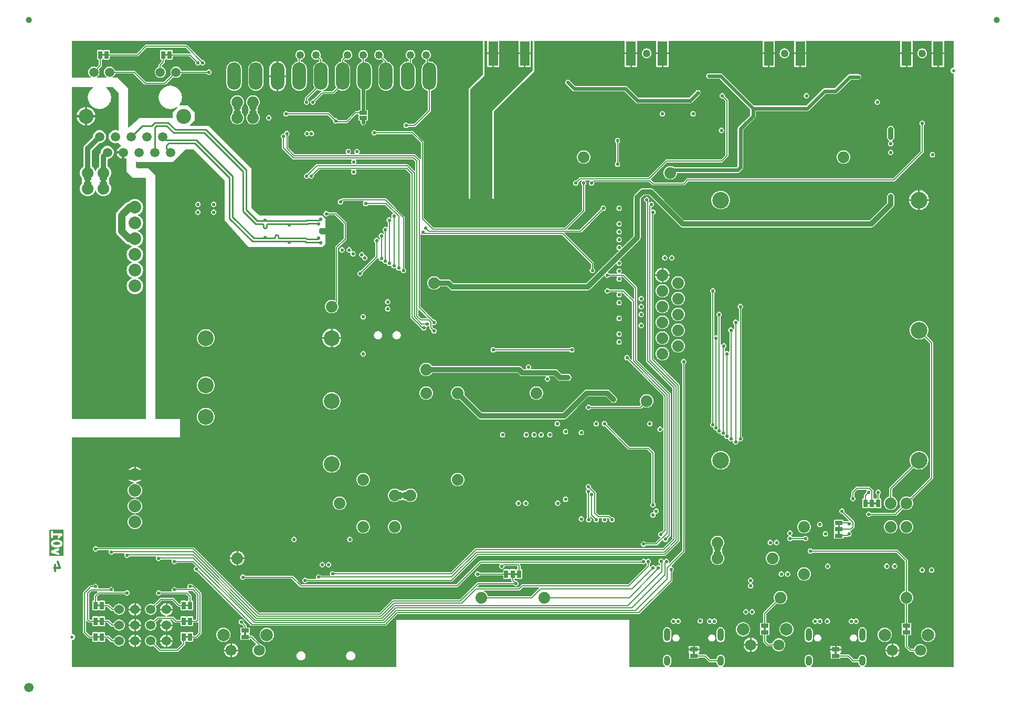
<source format=gbl>
%TF.GenerationSoftware,KiCad,Pcbnew,8.0.7*%
%TF.CreationDate,2025-01-20T10:21:49+00:00*%
%TF.ProjectId,SparkPNT_GNSSDO_Plus_panelized,53706172-6b50-44e5-945f-474e5353444f,rev?*%
%TF.SameCoordinates,Original*%
%TF.FileFunction,Copper,L4,Bot*%
%TF.FilePolarity,Positive*%
%FSLAX46Y46*%
G04 Gerber Fmt 4.6, Leading zero omitted, Abs format (unit mm)*
G04 Created by KiCad (PCBNEW 8.0.7) date 2025-01-20 10:21:49*
%MOMM*%
%LPD*%
G01*
G04 APERTURE LIST*
G04 Aperture macros list*
%AMRoundRect*
0 Rectangle with rounded corners*
0 $1 Rounding radius*
0 $2 $3 $4 $5 $6 $7 $8 $9 X,Y pos of 4 corners*
0 Add a 4 corners polygon primitive as box body*
4,1,4,$2,$3,$4,$5,$6,$7,$8,$9,$2,$3,0*
0 Add four circle primitives for the rounded corners*
1,1,$1+$1,$2,$3*
1,1,$1+$1,$4,$5*
1,1,$1+$1,$6,$7*
1,1,$1+$1,$8,$9*
0 Add four rect primitives between the rounded corners*
20,1,$1+$1,$2,$3,$4,$5,0*
20,1,$1+$1,$4,$5,$6,$7,0*
20,1,$1+$1,$6,$7,$8,$9,0*
20,1,$1+$1,$8,$9,$2,$3,0*%
G04 Aperture macros list end*
%ADD10C,0.300000*%
%TA.AperFunction,NonConductor*%
%ADD11C,0.300000*%
%TD*%
%ADD12C,0.381000*%
%TA.AperFunction,EtchedComponent*%
%ADD13C,0.000000*%
%TD*%
%TA.AperFunction,ComponentPad*%
%ADD14C,1.800000*%
%TD*%
%TA.AperFunction,ComponentPad*%
%ADD15C,2.000000*%
%TD*%
%TA.AperFunction,ComponentPad*%
%ADD16C,1.879600*%
%TD*%
%TA.AperFunction,SMDPad,CuDef*%
%ADD17R,1.500000X4.000000*%
%TD*%
%TA.AperFunction,ComponentPad*%
%ADD18C,2.700000*%
%TD*%
%TA.AperFunction,ComponentPad*%
%ADD19O,2.200000X4.400000*%
%TD*%
%TA.AperFunction,ComponentPad*%
%ADD20C,2.540000*%
%TD*%
%TA.AperFunction,ComponentPad*%
%ADD21C,1.524000*%
%TD*%
%TA.AperFunction,ComponentPad*%
%ADD22O,1.000000X1.600000*%
%TD*%
%TA.AperFunction,ComponentPad*%
%ADD23O,1.000000X2.100000*%
%TD*%
%TA.AperFunction,ComponentPad*%
%ADD24C,1.500000*%
%TD*%
%TA.AperFunction,ComponentPad*%
%ADD25C,2.400000*%
%TD*%
%TA.AperFunction,ComponentPad*%
%ADD26C,2.032000*%
%TD*%
%TA.AperFunction,SMDPad,CuDef*%
%ADD27RoundRect,0.625000X-0.000010X0.000010X-0.000010X-0.000010X0.000010X-0.000010X0.000010X0.000010X0*%
%TD*%
%TA.AperFunction,SMDPad,CuDef*%
%ADD28R,0.660400X1.270000*%
%TD*%
%TA.AperFunction,SMDPad,CuDef*%
%ADD29C,1.500000*%
%TD*%
%TA.AperFunction,SMDPad,CuDef*%
%ADD30R,0.635000X1.270000*%
%TD*%
%TA.AperFunction,SMDPad,CuDef*%
%ADD31R,1.270000X0.635000*%
%TD*%
%TA.AperFunction,SMDPad,CuDef*%
%ADD32R,1.270000X0.660400*%
%TD*%
%TA.AperFunction,SMDPad,CuDef*%
%ADD33RoundRect,0.625000X0.000010X0.000010X-0.000010X0.000010X-0.000010X-0.000010X0.000010X-0.000010X0*%
%TD*%
%TA.AperFunction,SMDPad,CuDef*%
%ADD34C,0.500000*%
%TD*%
%TA.AperFunction,SMDPad,CuDef*%
%ADD35C,1.000000*%
%TD*%
%TA.AperFunction,ViaPad*%
%ADD36C,0.560000*%
%TD*%
%TA.AperFunction,Conductor*%
%ADD37C,1.625600*%
%TD*%
%TA.AperFunction,Conductor*%
%ADD38C,0.177800*%
%TD*%
%TA.AperFunction,Conductor*%
%ADD39C,0.812800*%
%TD*%
%TA.AperFunction,Conductor*%
%ADD40C,0.228600*%
%TD*%
%TA.AperFunction,Conductor*%
%ADD41C,1.219200*%
%TD*%
%TA.AperFunction,Conductor*%
%ADD42C,0.558800*%
%TD*%
G04 APERTURE END LIST*
D10*
D11*
X2403939Y16693172D02*
X2403939Y15693172D01*
X2761081Y17264600D02*
X3118224Y16193172D01*
X3118224Y16193172D02*
X2189653Y16193172D01*
D12*
G36*
X3022002Y20357976D02*
G01*
X3120792Y20308580D01*
X3149645Y20279728D01*
X3188280Y20202459D01*
X3188280Y20147257D01*
X3149645Y20069988D01*
X3120792Y20041136D01*
X3022002Y19991741D01*
X2774758Y19929929D01*
X2458803Y19929929D01*
X2211555Y19991742D01*
X2112767Y20041136D01*
X2083914Y20069989D01*
X2045280Y20147258D01*
X2045280Y20202458D01*
X2083914Y20279727D01*
X2112768Y20308581D01*
X2211557Y20357975D01*
X2458803Y20419786D01*
X2774758Y20419786D01*
X3022002Y20357976D01*
G37*
G36*
X3759780Y18126760D02*
G01*
X1473780Y18126760D01*
X1473780Y18896413D01*
X1666325Y18896413D01*
X1667709Y18868572D01*
X1666325Y18840731D01*
X1669541Y18831726D01*
X1670016Y18822176D01*
X1681948Y18796986D01*
X1691325Y18770731D01*
X1697743Y18763642D01*
X1701836Y18755001D01*
X1722501Y18736294D01*
X1741209Y18715628D01*
X1749849Y18711536D01*
X1756939Y18705117D01*
X1790708Y18689170D01*
X2806708Y18326313D01*
X2842939Y18317260D01*
X2917176Y18320951D01*
X2984351Y18352771D01*
X3034235Y18407874D01*
X3059235Y18477874D01*
X3055544Y18552111D01*
X3023724Y18619286D01*
X2968621Y18669170D01*
X2934852Y18685117D01*
X2421177Y18868572D01*
X2934852Y19052027D01*
X2968621Y19067974D01*
X3023724Y19117858D01*
X3055544Y19185033D01*
X3059235Y19259270D01*
X3034235Y19329270D01*
X2984351Y19384373D01*
X2917176Y19416193D01*
X2842939Y19419884D01*
X2806708Y19410831D01*
X1790708Y19047974D01*
X1756939Y19032027D01*
X1749849Y19025609D01*
X1741209Y19021516D01*
X1722501Y19000851D01*
X1701836Y18982143D01*
X1697743Y18973503D01*
X1691325Y18966413D01*
X1681948Y18940159D01*
X1670016Y18914968D01*
X1669541Y18905419D01*
X1666325Y18896413D01*
X1473780Y18896413D01*
X1473780Y20247429D01*
X1664280Y20247429D01*
X1664280Y20102286D01*
X1667940Y20065121D01*
X1670559Y20058797D01*
X1671045Y20051969D01*
X1684392Y20017091D01*
X1756964Y19871948D01*
X1767032Y19855953D01*
X1768957Y19851307D01*
X1773249Y19846077D01*
X1776858Y19840344D01*
X1780660Y19837047D01*
X1792648Y19822439D01*
X1865219Y19749868D01*
X1879831Y19737876D01*
X1883125Y19734078D01*
X1888849Y19730475D01*
X1894087Y19726176D01*
X1898737Y19724250D01*
X1914729Y19714183D01*
X2059873Y19641612D01*
X2062591Y19640572D01*
X2063695Y19639754D01*
X2079267Y19634191D01*
X2094751Y19628265D01*
X2096124Y19628168D01*
X2098863Y19627189D01*
X2389149Y19554617D01*
X2395590Y19553665D01*
X2398187Y19552589D01*
X2412185Y19551211D01*
X2426092Y19549154D01*
X2428869Y19549568D01*
X2435352Y19548929D01*
X2798209Y19548929D01*
X2804691Y19549568D01*
X2807469Y19549154D01*
X2821375Y19551211D01*
X2835374Y19552589D01*
X2837970Y19553665D01*
X2844412Y19554617D01*
X3134697Y19627189D01*
X3137435Y19628168D01*
X3138809Y19628265D01*
X3154299Y19634193D01*
X3169865Y19639754D01*
X3170967Y19640572D01*
X3173688Y19641612D01*
X3318831Y19714184D01*
X3334823Y19724251D01*
X3339472Y19726176D01*
X3344705Y19730471D01*
X3350436Y19734078D01*
X3353733Y19737880D01*
X3368340Y19749867D01*
X3440912Y19822439D01*
X3452903Y19837050D01*
X3456703Y19840345D01*
X3460307Y19846072D01*
X3464604Y19851306D01*
X3466529Y19855956D01*
X3476598Y19871949D01*
X3549169Y20017093D01*
X3562516Y20051971D01*
X3563001Y20058799D01*
X3565620Y20065121D01*
X3569280Y20102286D01*
X3569280Y20247429D01*
X3565620Y20284594D01*
X3563001Y20290917D01*
X3562516Y20297744D01*
X3549169Y20332622D01*
X3476598Y20477766D01*
X3466529Y20493760D01*
X3464604Y20498409D01*
X3460307Y20503644D01*
X3456703Y20509370D01*
X3452903Y20512666D01*
X3440912Y20527276D01*
X3368340Y20599848D01*
X3353732Y20611836D01*
X3350436Y20615637D01*
X3344704Y20619245D01*
X3339472Y20623539D01*
X3334824Y20625464D01*
X3318832Y20635531D01*
X3173689Y20708103D01*
X3170972Y20709143D01*
X3169865Y20709963D01*
X3154261Y20715538D01*
X3138811Y20721450D01*
X3137438Y20721548D01*
X3134697Y20722527D01*
X2844412Y20795098D01*
X2837970Y20796051D01*
X2835374Y20797126D01*
X2821375Y20798505D01*
X2807469Y20800561D01*
X2804691Y20800148D01*
X2798209Y20800786D01*
X2435352Y20800786D01*
X2428869Y20800148D01*
X2426092Y20800561D01*
X2412185Y20798505D01*
X2398187Y20797126D01*
X2395590Y20796051D01*
X2389149Y20795098D01*
X2098863Y20722527D01*
X2096121Y20721548D01*
X2094749Y20721450D01*
X2079290Y20715535D01*
X2063696Y20709963D01*
X2062589Y20709144D01*
X2059871Y20708103D01*
X1914728Y20635531D01*
X1898737Y20625466D01*
X1894087Y20623539D01*
X1888852Y20619243D01*
X1883124Y20615637D01*
X1879828Y20611837D01*
X1865219Y20599847D01*
X1792648Y20527276D01*
X1780660Y20512669D01*
X1776858Y20509371D01*
X1773249Y20503639D01*
X1768957Y20498408D01*
X1767032Y20493763D01*
X1756964Y20477767D01*
X1684392Y20332624D01*
X1671045Y20297746D01*
X1670559Y20290919D01*
X1667940Y20284594D01*
X1664280Y20247429D01*
X1473780Y20247429D01*
X1473780Y22061715D01*
X1664280Y22061715D01*
X1664280Y21190858D01*
X1667940Y21153693D01*
X1696385Y21085022D01*
X1748944Y21032463D01*
X1817615Y21004018D01*
X1891945Y21004018D01*
X1960616Y21032463D01*
X2013175Y21085022D01*
X2041620Y21153693D01*
X2045280Y21190858D01*
X2045280Y21435787D01*
X2854720Y21435787D01*
X2845535Y21421195D01*
X2772963Y21276052D01*
X2759616Y21241173D01*
X2754348Y21167031D01*
X2777853Y21096516D01*
X2826554Y21040364D01*
X2893037Y21007122D01*
X2967179Y21001854D01*
X3037694Y21025359D01*
X3093846Y21074060D01*
X3113741Y21105664D01*
X3172486Y21223157D01*
X3282433Y21333104D01*
X3484451Y21467782D01*
X3484553Y21467867D01*
X3484616Y21467892D01*
X3484754Y21468031D01*
X3513344Y21491442D01*
X3523841Y21507118D01*
X3537175Y21520451D01*
X3544316Y21537693D01*
X3554703Y21553202D01*
X3558401Y21571696D01*
X3565620Y21589122D01*
X3565620Y21607788D01*
X3569280Y21626088D01*
X3565620Y21644590D01*
X3565620Y21663452D01*
X3558478Y21680694D01*
X3554856Y21699004D01*
X3544391Y21714701D01*
X3537175Y21732123D01*
X3523980Y21745318D01*
X3513625Y21760851D01*
X3497949Y21771349D01*
X3484616Y21784682D01*
X3467374Y21791824D01*
X3451865Y21802210D01*
X3433371Y21805909D01*
X3415945Y21813127D01*
X3379172Y21816749D01*
X3378979Y21816787D01*
X3378912Y21816774D01*
X3378780Y21816787D01*
X2045280Y21816787D01*
X2045280Y22061715D01*
X2041620Y22098880D01*
X2013175Y22167551D01*
X1960616Y22220110D01*
X1891945Y22248555D01*
X1817615Y22248555D01*
X1748944Y22220110D01*
X1696385Y22167551D01*
X1667940Y22098880D01*
X1664280Y22061715D01*
X1473780Y22061715D01*
X1473780Y22439055D01*
X3759780Y22439055D01*
X3759780Y18126760D01*
G37*
D13*
%TA.AperFunction,EtchedComponent*%
%TO.C,JP13*%
G36*
X10410000Y98910000D02*
G01*
X9910000Y98910000D01*
X9910000Y99210000D01*
X10410000Y99210000D01*
X10410000Y98910000D01*
G37*
%TD.AperFunction*%
%TA.AperFunction,EtchedComponent*%
%TO.C,JP6*%
G36*
X58170000Y27540000D02*
G01*
X58670000Y27540000D01*
X58670000Y28340000D01*
X58170000Y28340000D01*
X58170000Y27540000D01*
G37*
%TD.AperFunction*%
%TA.AperFunction,EtchedComponent*%
%TO.C,JP17*%
G36*
X9660700Y7470000D02*
G01*
X9160700Y7470000D01*
X9160700Y7770000D01*
X9660700Y7770000D01*
X9660700Y7470000D01*
G37*
%TD.AperFunction*%
%TA.AperFunction,EtchedComponent*%
%TO.C,JP16*%
G36*
X9660700Y10010000D02*
G01*
X9160700Y10010000D01*
X9160700Y10310000D01*
X9660700Y10310000D01*
X9660700Y10010000D01*
G37*
%TD.AperFunction*%
%TA.AperFunction,EtchedComponent*%
%TO.C,JP4*%
G36*
X9760000Y78990000D02*
G01*
X10560000Y78990000D01*
X10560000Y78490000D01*
X9760000Y78490000D01*
X9760000Y78990000D01*
G37*
%TD.AperFunction*%
%TA.AperFunction,EtchedComponent*%
%TO.C,JP19*%
G36*
X23859300Y10010000D02*
G01*
X23359300Y10010000D01*
X23359300Y10310000D01*
X23859300Y10310000D01*
X23859300Y10010000D01*
G37*
%TD.AperFunction*%
%TA.AperFunction,EtchedComponent*%
%TO.C,JP20*%
G36*
X23859300Y7470000D02*
G01*
X23359300Y7470000D01*
X23359300Y7770000D01*
X23859300Y7770000D01*
X23859300Y7470000D01*
G37*
%TD.AperFunction*%
%TA.AperFunction,EtchedComponent*%
%TO.C,JP10*%
G36*
X116990000Y6100000D02*
G01*
X116690000Y6100000D01*
X116690000Y6600000D01*
X116990000Y6600000D01*
X116990000Y6100000D01*
G37*
%TD.AperFunction*%
%TA.AperFunction,EtchedComponent*%
%TO.C,JP14*%
G36*
X109620000Y18800000D02*
G01*
X108820000Y18800000D01*
X108820000Y19300000D01*
X109620000Y19300000D01*
X109620000Y18800000D01*
G37*
%TD.AperFunction*%
%TA.AperFunction,EtchedComponent*%
%TO.C,JP5*%
G36*
X7220000Y78990000D02*
G01*
X8020000Y78990000D01*
X8020000Y78490000D01*
X7220000Y78490000D01*
X7220000Y78990000D01*
G37*
%TD.AperFunction*%
%TA.AperFunction,EtchedComponent*%
%TO.C,JP18*%
G36*
X9660700Y4930000D02*
G01*
X9160700Y4930000D01*
X9160700Y5230000D01*
X9660700Y5230000D01*
X9660700Y4930000D01*
G37*
%TD.AperFunction*%
%TA.AperFunction,EtchedComponent*%
%TO.C,I2C.1*%
G36*
X75903900Y15090000D02*
G01*
X75403900Y15090000D01*
X75403900Y15390000D01*
X75903900Y15390000D01*
X75903900Y15090000D01*
G37*
%TD.AperFunction*%
%TA.AperFunction,EtchedComponent*%
G36*
X76936600Y15067000D02*
G01*
X76436600Y15067000D01*
X76436600Y15367000D01*
X76936600Y15367000D01*
X76936600Y15067000D01*
G37*
%TD.AperFunction*%
%TA.AperFunction,EtchedComponent*%
%TO.C,JP21*%
G36*
X23859300Y4930000D02*
G01*
X23359300Y4930000D01*
X23359300Y5230000D01*
X23859300Y5230000D01*
X23859300Y4930000D01*
G37*
%TD.AperFunction*%
%TA.AperFunction,EtchedComponent*%
%TO.C,JP9*%
G36*
X128420000Y2290000D02*
G01*
X128120000Y2290000D01*
X128120000Y2790000D01*
X128420000Y2790000D01*
X128420000Y2290000D01*
G37*
%TD.AperFunction*%
%TA.AperFunction,EtchedComponent*%
%TO.C,JP1*%
G36*
X33170000Y5338000D02*
G01*
X32870000Y5338000D01*
X32870000Y5838000D01*
X33170000Y5838000D01*
X33170000Y5338000D01*
G37*
%TD.AperFunction*%
%TA.AperFunction,EtchedComponent*%
%TO.C,JP12*%
G36*
X20570000Y98910000D02*
G01*
X20070000Y98910000D01*
X20070000Y99210000D01*
X20570000Y99210000D01*
X20570000Y98910000D01*
G37*
%TD.AperFunction*%
%TA.AperFunction,EtchedComponent*%
%TO.C,I2C_5V.1*%
G36*
X133855800Y26520000D02*
G01*
X133355800Y26520000D01*
X133355800Y26820000D01*
X133855800Y26820000D01*
X133855800Y26520000D01*
G37*
%TD.AperFunction*%
%TA.AperFunction,EtchedComponent*%
G36*
X134888500Y26497000D02*
G01*
X134388500Y26497000D01*
X134388500Y26797000D01*
X134888500Y26797000D01*
X134888500Y26497000D01*
G37*
%TD.AperFunction*%
%TA.AperFunction,EtchedComponent*%
%TO.C,I2C.2*%
G36*
X128928000Y21682900D02*
G01*
X128628000Y21682900D01*
X128628000Y22182900D01*
X128928000Y22182900D01*
X128928000Y21682900D01*
G37*
%TD.AperFunction*%
%TA.AperFunction,EtchedComponent*%
G36*
X128951000Y22715600D02*
G01*
X128651000Y22715600D01*
X128651000Y23215600D01*
X128951000Y23215600D01*
X128951000Y22715600D01*
G37*
%TD.AperFunction*%
%TA.AperFunction,EtchedComponent*%
%TO.C,JP11*%
G36*
X139850000Y6100000D02*
G01*
X139550000Y6100000D01*
X139550000Y6600000D01*
X139850000Y6600000D01*
X139850000Y6100000D01*
G37*
%TD.AperFunction*%
%TA.AperFunction,EtchedComponent*%
%TO.C,JP3*%
G36*
X33890000Y90420000D02*
G01*
X34690000Y90420000D01*
X34690000Y89920000D01*
X33890000Y89920000D01*
X33890000Y90420000D01*
G37*
%TD.AperFunction*%
%TA.AperFunction,EtchedComponent*%
%TO.C,JP2*%
G36*
X31350000Y90420000D02*
G01*
X32150000Y90420000D01*
X32150000Y89920000D01*
X31350000Y89920000D01*
X31350000Y90420000D01*
G37*
%TD.AperFunction*%
%TA.AperFunction,EtchedComponent*%
%TO.C,JP8*%
G36*
X105560000Y2290000D02*
G01*
X105260000Y2290000D01*
X105260000Y2790000D01*
X105560000Y2790000D01*
X105560000Y2290000D01*
G37*
%TD.AperFunction*%
%TD*%
D14*
%TO.P,SW2,1,1*%
%TO.N,GND*%
X137450000Y2921000D03*
%TO.P,SW2,2,2*%
%TO.N,Net-(JP11-A)*%
X141950000Y2921000D03*
D15*
%TO.P,SW2,M1,M1*%
%TO.N,unconnected-(SW2-PadM1)*%
X136200000Y5421000D03*
%TO.P,SW2,M2,M2*%
%TO.N,unconnected-(SW2-PadM2)*%
X143200000Y5421000D03*
%TD*%
D16*
%TO.P,TP1,1,1*%
%TO.N,GND*%
X31750000Y17780000D03*
%TD*%
%TO.P,TP11,1,1*%
%TO.N,ESP4{slash}MTX4*%
X100330000Y55880000D03*
%TD*%
%TO.P,TP41,1,1*%
%TO.N,2.8V*%
X63500000Y62230000D03*
%TD*%
%TO.P,TP22,1,1*%
%TO.N,1.8V*%
X87630000Y82550000D03*
%TD*%
%TO.P,TP21,1,1*%
%TO.N,VBUS*%
X67310000Y30480000D03*
%TD*%
%TO.P,TP18,1,1*%
%TO.N,Net-(U2-COM3_RTS)*%
X102870000Y59690000D03*
%TD*%
%TO.P,TP2,1,1*%
%TO.N,VIN_DC*%
X52070000Y30480000D03*
%TD*%
%TO.P,TP25,1,1*%
%TO.N,ESP22{slash}SCL*%
X71120000Y11430000D03*
%TD*%
%TO.P,TP9,1,1*%
%TO.N,VUSB2*%
X57150000Y22860000D03*
%TD*%
%TO.P,TP6,1,1*%
%TO.N,GND*%
X100330000Y63500000D03*
%TD*%
D17*
%TO.P,J1,2,Ext*%
%TO.N,GND*%
X73025000Y99314000D03*
X78105000Y99314000D03*
%TD*%
%TO.P,J3,2,Ext*%
%TO.N,GND*%
X139700000Y99314000D03*
X144780000Y99314000D03*
%TD*%
D16*
%TO.P,TP3,1,1*%
%TO.N,VIN_POE*%
X48260000Y26670000D03*
%TD*%
%TO.P,TP5,1,1*%
%TO.N,3.3V*%
X67310000Y44450000D03*
%TD*%
%TO.P,TP14,1,1*%
%TO.N,ESP27{slash}MRTS1*%
X102870000Y52070000D03*
%TD*%
D18*
%TO.P,U13,1,GND*%
%TO.N,GND*%
X141730000Y75610000D03*
%TO.P,U13,2,SCL*%
%TO.N,SCL_5V*%
X141730000Y54610000D03*
%TO.P,U13,3,SDA*%
%TO.N,SDA_5V*%
X141730000Y33610000D03*
%TO.P,U13,4,VCC*%
%TO.N,5V*%
X109730000Y33610000D03*
%TO.P,U13,5,CLK*%
%TO.N,Net-(U13-CLK)*%
X109730000Y75610000D03*
%TD*%
D19*
%TO.P,J9,1,Pin_1*%
%TO.N,MGP2_O*%
X62740000Y95625000D03*
%TO.P,J9,2,Pin_2*%
%TO.N,MGP1_O*%
X59240000Y95625000D03*
%TO.P,J9,3,Pin_3*%
%TO.N,MEventB_I*%
X55740000Y95625000D03*
%TO.P,J9,4,Pin_4*%
%TO.N,MCTS2_I*%
X52240000Y95625000D03*
%TO.P,J9,5,Pin_3*%
%TO.N,MRTS2_O*%
X48740000Y95625000D03*
%TO.P,J9,6,Pin_4*%
%TO.N,MTX2_O*%
X45240000Y95625000D03*
%TO.P,J9,7,Pin_2*%
%TO.N,MRX2_I*%
X41740000Y95625000D03*
%TO.P,J9,8,Pin_1*%
%TO.N,GND*%
X38240000Y95625000D03*
%TO.P,J9,9,Pin_1*%
%TO.N,DC_IN-*%
X34740000Y95625000D03*
%TO.P,J9,10,Pin_1*%
%TO.N,DC_IN+*%
X31240000Y95625000D03*
%TD*%
D16*
%TO.P,TP26,1,1*%
%TO.N,ESP21{slash}SDA*%
X81280000Y11430000D03*
%TD*%
D20*
%TO.P,U6,1,VIN+*%
%TO.N,Net-(D8-K)*%
X26670000Y40640000D03*
%TO.P,U6,2,VIN-*%
%TO.N,Net-(JP3-B)*%
X26670000Y45720000D03*
%TO.P,U6,3,CTRL*%
%TO.N,unconnected-(U6-CTRL-Pad3)*%
X26670000Y53340000D03*
%TO.P,U6,4,VOUT-*%
%TO.N,GND*%
X46990000Y53340000D03*
%TO.P,U6,5,TRIM*%
%TO.N,unconnected-(U6-TRIM-Pad5)*%
X46990000Y43180000D03*
%TO.P,U6,6,VOUT+*%
%TO.N,Net-(U6-VOUT+)*%
X46990000Y33020000D03*
%TD*%
D16*
%TO.P,TP13,1,1*%
%TO.N,ESP13{slash}MTX1*%
X102870000Y54610000D03*
%TD*%
D17*
%TO.P,J10,2,Ext*%
%TO.N,GND*%
X95250000Y99314000D03*
X100330000Y99314000D03*
%TD*%
D16*
%TO.P,TP37,1,1*%
%TO.N,ESP_~{RST}*%
X119380000Y11430000D03*
%TD*%
D21*
%TO.P,D12,ANODE_1,ANODE_1*%
%TO.N,Net-(JP19-B)*%
X17780000Y9525000D03*
%TO.P,D12,ANODE_2,ANODE_2*%
%TO.N,Net-(JP20-B)*%
X17780000Y6985000D03*
%TO.P,D12,ANODE_3,ANODE_3*%
%TO.N,Net-(JP21-B)*%
X17780000Y4445000D03*
%TO.P,D12,CATHODE_1,CATHODE_1*%
%TO.N,GND*%
X20320000Y9525000D03*
%TO.P,D12,CATHODE_2,CATHODE_2*%
X20320000Y6985000D03*
%TO.P,D12,CATHODE_3,CATHODE_3*%
X20320000Y4445000D03*
%TD*%
D16*
%TO.P,TP43,1,1*%
%TO.N,Net-(U1-IA39)*%
X97790000Y43180000D03*
%TD*%
%TO.P,TP7,1,1*%
%TO.N,3.3V_P*%
X62230000Y44450000D03*
%TD*%
%TO.P,TP24,1,1*%
%TO.N,ESP35{slash}DeviceSense*%
X80010000Y44450000D03*
%TD*%
%TO.P,TP33,1,1*%
%TO.N,10MHz*%
X129540000Y82550000D03*
%TD*%
%TO.P,TP27,1,1*%
%TO.N,SDA_5V*%
X137160000Y26670000D03*
%TD*%
D22*
%TO.P,J4,NC1,NC*%
%TO.N,unconnected-(J4-NC-PadNC1)*%
X123952000Y1255000D03*
D23*
%TO.P,J4,NC2,NC*%
%TO.N,unconnected-(J4-NC-PadNC2)*%
X123952000Y5435000D03*
%TO.P,J4,NC3,NC*%
%TO.N,unconnected-(J4-NC-PadNC3)*%
X132588000Y5435000D03*
D22*
%TO.P,J4,S,SHIELD*%
%TO.N,Net-(J4-SHIELD)*%
X132588000Y1255000D03*
%TD*%
%TO.P,J2,NC1,NC*%
%TO.N,unconnected-(J2-NC-PadNC1)*%
X101092000Y1255000D03*
D23*
%TO.P,J2,NC2,NC*%
%TO.N,unconnected-(J2-NC-PadNC2)*%
X101092000Y5435000D03*
%TO.P,J2,NC3,NC*%
%TO.N,unconnected-(J2-NC-PadNC3)*%
X109728000Y5435000D03*
D22*
%TO.P,J2,S,SHIELD*%
%TO.N,Net-(J2-SHIELD)*%
X109728000Y1255000D03*
%TD*%
D16*
%TO.P,TP15,1,1*%
%TO.N,ESP26{slash}MCTS1*%
X102870000Y57150000D03*
%TD*%
D17*
%TO.P,J8,2,Ext*%
%TO.N,GND*%
X117475000Y99314000D03*
X122555000Y99314000D03*
%TD*%
D16*
%TO.P,TP35,1,1*%
%TO.N,ESP1{slash}CH340-RX*%
X137160000Y22860000D03*
%TD*%
D21*
%TO.P,D11,ANODE_1,ANODE_1*%
%TO.N,Net-(JP16-B)*%
X12700000Y9525000D03*
%TO.P,D11,ANODE_2,ANODE_2*%
%TO.N,Net-(JP17-B)*%
X12700000Y6985000D03*
%TO.P,D11,ANODE_3,ANODE_3*%
%TO.N,Net-(JP18-B)*%
X12700000Y4445000D03*
%TO.P,D11,CATHODE_1,CATHODE_1*%
%TO.N,GND*%
X15240000Y9525000D03*
%TO.P,D11,CATHODE_2,CATHODE_2*%
X15240000Y6985000D03*
%TO.P,D11,CATHODE_3,CATHODE_3*%
X15240000Y4445000D03*
%TD*%
D16*
%TO.P,TP34,1,1*%
%TO.N,ESP3{slash}CH340-TX*%
X139700000Y22860000D03*
%TD*%
D14*
%TO.P,SW1,1,1*%
%TO.N,GND*%
X114590000Y3810000D03*
%TO.P,SW1,2,2*%
%TO.N,Net-(JP10-A)*%
X119090000Y3810000D03*
D15*
%TO.P,SW1,M1,M1*%
%TO.N,unconnected-(SW1-PadM1)*%
X113340000Y6310000D03*
%TO.P,SW1,M2,M2*%
%TO.N,unconnected-(SW1-PadM2)*%
X120340000Y6310000D03*
%TD*%
D16*
%TO.P,TP29,1,1*%
%TO.N,3.3V_A*%
X101600000Y80010000D03*
%TD*%
%TO.P,TP40,1,1*%
%TO.N,VCCIO*%
X62230000Y48260000D03*
%TD*%
D24*
%TO.P,J5,1,TD+*%
%TO.N,TD+*%
X20955000Y83312000D03*
%TO.P,J5,2,TD-*%
%TO.N,TD-*%
X19685000Y85852000D03*
%TO.P,J5,3,RD+*%
%TO.N,RD+*%
X18415000Y83312000D03*
%TO.P,J5,4,TCT*%
%TO.N,VDDA*%
X17145000Y85852000D03*
%TO.P,J5,5,RCT*%
X15875000Y83312000D03*
%TO.P,J5,6,RD-*%
%TO.N,RD-*%
X14605000Y85852000D03*
%TO.P,J5,7,GND*%
%TO.N,GND-ISO*%
X13335000Y83312000D03*
%TO.P,J5,8*%
%TO.N,N/C*%
X12065000Y85852000D03*
%TO.P,J5,9,PW+*%
%TO.N,POE+*%
X10795000Y83312000D03*
%TO.P,J5,10,PW-*%
%TO.N,POE-*%
X9525000Y85852000D03*
%TO.P,J5,11,YLW+*%
%TO.N,3.3V_P*%
X21870000Y96262000D03*
%TO.P,J5,12,YLW-*%
%TO.N,Net-(J5-YLW-)*%
X19330000Y96262000D03*
%TO.P,J5,13,GRN+*%
%TO.N,3.3V_P*%
X11150000Y96262000D03*
%TO.P,J5,14,GRN-*%
%TO.N,Net-(J5-GRN-)*%
X8610000Y96262000D03*
D25*
%TO.P,J5,S1,SHLD*%
%TO.N,GND-ISO*%
X23115000Y89152000D03*
%TO.P,J5,S2,SHLD*%
X7365000Y89152000D03*
%TD*%
D16*
%TO.P,TP10,1,1*%
%TO.N,ESP25{slash}MRX4*%
X100330000Y53340000D03*
%TD*%
%TO.P,TP28,1,1*%
%TO.N,SCL_5V*%
X139700000Y26670000D03*
%TD*%
%TO.P,TP16,1,1*%
%TO.N,ESP23{slash}MRX3*%
X100330000Y58420000D03*
%TD*%
%TO.P,TP4,1,1*%
%TO.N,5V*%
X118110000Y17780000D03*
%TD*%
%TO.P,TP19,1,1*%
%TO.N,Net-(U2-COM3_CTS)*%
X102870000Y62230000D03*
%TD*%
%TO.P,TP38,1,1*%
%TO.N,CH340-~{DTR}*%
X123190000Y22860000D03*
%TD*%
%TO.P,TP17,1,1*%
%TO.N,ESP34{slash}MTX3*%
X100330000Y60960000D03*
%TD*%
%TO.P,TP36,1,1*%
%TO.N,ESP0{slash}BOOT*%
X139700000Y11430000D03*
%TD*%
D26*
%TO.P,U7,1,VIN+*%
%TO.N,VIN+*%
X15240000Y74460000D03*
%TO.P,U7,2,VIN-*%
%TO.N,VIN-*%
X15240000Y71920000D03*
%TO.P,U7,3,VIN+*%
%TO.N,VIN+*%
X15240000Y69380000D03*
%TO.P,U7,4,VIN-*%
%TO.N,VIN-*%
X15240000Y66840000D03*
%TO.P,U7,5,VIN-*%
X15240000Y64300000D03*
%TO.P,U7,6,CP*%
%TO.N,unconnected-(U7-CP-Pad6)*%
X15240000Y61760000D03*
%TO.P,U7,7,VOUT-*%
%TO.N,GND*%
X15240000Y31280000D03*
%TO.P,U7,8,VOUT+*%
%TO.N,Net-(JP7-B)*%
X15240000Y28740000D03*
%TO.P,U7,9,ADJ*%
%TO.N,unconnected-(U7-ADJ-Pad9)*%
X15240000Y26200000D03*
%TO.P,U7,10*%
%TO.N,N/C*%
X15240000Y23660000D03*
%TD*%
D14*
%TO.P,SW3,1,1*%
%TO.N,GND*%
X30770000Y2921000D03*
%TO.P,SW3,2,2*%
%TO.N,Net-(JP1-A)*%
X35270000Y2921000D03*
D15*
%TO.P,SW3,M1,M1*%
%TO.N,unconnected-(SW3-PadM1)*%
X29520000Y5421000D03*
%TO.P,SW3,M2,M2*%
%TO.N,unconnected-(SW3-PadM2)*%
X36520000Y5421000D03*
%TD*%
D16*
%TO.P,TP12,1,1*%
%TO.N,ESP14{slash}MRX1*%
X100330000Y50800000D03*
%TD*%
%TO.P,TP39,1,1*%
%TO.N,CH340-~{RTS}*%
X123190000Y15240000D03*
%TD*%
%TO.P,TP8,1,1*%
%TO.N,VUSB*%
X52070000Y22860000D03*
%TD*%
%TO.P,TP23,1,1*%
%TO.N,VDDA*%
X46990000Y58420000D03*
%TD*%
D27*
%TO.P,TP42,1,1*%
%TO.N,MRTS2_O*%
X49530000Y99060000D03*
%TD*%
%TO.P,TP44,1,1*%
%TO.N,MTX2_O*%
X44450000Y99060000D03*
%TD*%
D28*
%TO.P,JP13,1,A*%
%TO.N,Net-(J5-GRN-)*%
X9639300Y99060000D03*
%TO.P,JP13,2,B*%
%TO.N,Net-(JP13-B)*%
X10680700Y99060000D03*
%TD*%
D29*
%TO.P,,*%
%TO.N,*%
X-1837500Y-3080000D03*
%TD*%
D16*
%TO.P,JP6,1,A*%
%TO.N,Net-(D10-K)*%
X57150000Y27940000D03*
D30*
X57912000Y27940000D03*
%TO.P,JP6,2,B*%
%TO.N,Net-(JP6-B)*%
X58928000Y27940000D03*
D16*
X59690000Y27940000D03*
%TD*%
D28*
%TO.P,JP17,1,A*%
%TO.N,Net-(JP17-A)*%
X8890000Y7620000D03*
%TO.P,JP17,2,B*%
%TO.N,Net-(JP17-B)*%
X9931400Y7620000D03*
%TD*%
D27*
%TO.P,TP31,1,1*%
%TO.N,MEventB_I*%
X54610000Y99060000D03*
%TD*%
D28*
%TO.P,JP16,1,A*%
%TO.N,Net-(JP16-A)*%
X8890000Y10160000D03*
%TO.P,JP16,2,B*%
%TO.N,Net-(JP16-B)*%
X9931400Y10160000D03*
%TD*%
D16*
%TO.P,JP4,1,A*%
%TO.N,POE+*%
X10160000Y80010000D03*
D31*
X10160000Y79248000D03*
%TO.P,JP4,2,B*%
%TO.N,VIN+*%
X10160000Y78232000D03*
D16*
X10160000Y77470000D03*
%TD*%
D28*
%TO.P,JP19,1,A*%
%TO.N,Net-(JP19-A)*%
X24130000Y10160000D03*
%TO.P,JP19,2,B*%
%TO.N,Net-(JP19-B)*%
X23088600Y10160000D03*
%TD*%
%TO.P,JP20,1,A*%
%TO.N,Net-(JP20-A)*%
X24130000Y7620000D03*
%TO.P,JP20,2,B*%
%TO.N,Net-(JP20-B)*%
X23088600Y7620000D03*
%TD*%
D32*
%TO.P,JP10,1,A*%
%TO.N,Net-(JP10-A)*%
X116840000Y5829300D03*
%TO.P,JP10,2,B*%
%TO.N,ESP_~{RST}*%
X116840000Y6870700D03*
%TD*%
D16*
%TO.P,JP14,1,A*%
%TO.N,Net-(JP14-A)*%
X109220000Y17780000D03*
D31*
X109220000Y18542000D03*
%TO.P,JP14,2,B*%
%TO.N,Net-(JP14-B)*%
X109220000Y19558000D03*
D16*
X109220000Y20320000D03*
%TD*%
D33*
%TO.P,TP47,1,1*%
%TO.N,Net-(D17-A2)*%
X120015000Y99314000D03*
%TD*%
D27*
%TO.P,TP32,1,1*%
%TO.N,MCTS2_I*%
X52070000Y99060000D03*
%TD*%
D16*
%TO.P,JP5,1,A*%
%TO.N,POE-*%
X7620000Y80010000D03*
D31*
X7620000Y79248000D03*
%TO.P,JP5,2,B*%
%TO.N,VIN-*%
X7620000Y78232000D03*
D16*
X7620000Y77470000D03*
%TD*%
D34*
%TO.P,FID2,*%
%TO.N,*%
X5080000Y5080000D03*
%TD*%
%TO.P,FID1,*%
%TO.N,*%
X147320000Y96520000D03*
%TD*%
D27*
%TO.P,TP20,1,1*%
%TO.N,MGP2_O*%
X62230000Y99060000D03*
%TD*%
D28*
%TO.P,JP18,1,A*%
%TO.N,Net-(JP18-A)*%
X8890000Y5080000D03*
%TO.P,JP18,2,B*%
%TO.N,Net-(JP18-B)*%
X9931400Y5080000D03*
%TD*%
%TO.P,I2C.1,1,A*%
%TO.N,Net-(I2C.1-A)*%
X75133200Y15240000D03*
%TO.P,I2C.1,2,B*%
%TO.N,3.3V*%
X76174600Y15240000D03*
%TO.P,I2C.1,3,C*%
%TO.N,Net-(I2C.1-C)*%
X77216000Y15240000D03*
%TD*%
%TO.P,JP21,1,A*%
%TO.N,Net-(JP21-A)*%
X24130000Y5080000D03*
%TO.P,JP21,2,B*%
%TO.N,Net-(JP21-B)*%
X23088600Y5080000D03*
%TD*%
D32*
%TO.P,JP9,1,A*%
%TO.N,GND*%
X128270000Y3060700D03*
%TO.P,JP9,2,B*%
%TO.N,Net-(J4-SHIELD)*%
X128270000Y2019300D03*
%TD*%
D33*
%TO.P,TP46,1,1*%
%TO.N,Net-(D16-A2)*%
X97790000Y99314000D03*
%TD*%
D27*
%TO.P,TP45,1,1*%
%TO.N,MRX2_I*%
X41910000Y99060000D03*
%TD*%
D32*
%TO.P,JP1,1,A*%
%TO.N,Net-(JP1-A)*%
X33020000Y5067300D03*
%TO.P,JP1,2,B*%
%TO.N,Net-(JP1-B)*%
X33020000Y6108700D03*
%TD*%
D33*
%TO.P,TP48,1,1*%
%TO.N,Net-(D.1-B)*%
X142240000Y99314000D03*
%TD*%
D28*
%TO.P,JP12,1,A*%
%TO.N,Net-(J5-YLW-)*%
X19799300Y99060000D03*
%TO.P,JP12,2,B*%
%TO.N,Net-(JP12-B)*%
X20840700Y99060000D03*
%TD*%
%TO.P,I2C_5V.1,1,A*%
%TO.N,Net-(I2C_5V.1-A)*%
X133085100Y26670000D03*
%TO.P,I2C_5V.1,2,B*%
%TO.N,5V*%
X134126500Y26670000D03*
%TO.P,I2C_5V.1,3,C*%
%TO.N,Net-(I2C_5V.1-C)*%
X135167900Y26670000D03*
%TD*%
D35*
%TO.P,,*%
%TO.N,*%
X154237500Y104680000D03*
%TD*%
D32*
%TO.P,I2C.2,1,A*%
%TO.N,Net-(I2C.2-A)*%
X128778000Y21412200D03*
%TO.P,I2C.2,2,B*%
%TO.N,3.3V_P*%
X128778000Y22453600D03*
%TO.P,I2C.2,3,C*%
%TO.N,Net-(I2C.2-C)*%
X128778000Y23495000D03*
%TD*%
D31*
%TO.P,JP15,1,A*%
%TO.N,MCTS2_I*%
X52070000Y89687400D03*
%TO.P,JP15,2,B*%
%TO.N,VCCIO*%
X52070000Y88874600D03*
%TD*%
D32*
%TO.P,JP11,1,A*%
%TO.N,Net-(JP11-A)*%
X139700000Y5829300D03*
%TO.P,JP11,2,B*%
%TO.N,ESP0{slash}BOOT*%
X139700000Y6870700D03*
%TD*%
D16*
%TO.P,JP3,1,A*%
%TO.N,DC_IN-*%
X34290000Y91440000D03*
D31*
X34290000Y90678000D03*
%TO.P,JP3,2,B*%
%TO.N,Net-(JP3-B)*%
X34290000Y89662000D03*
D16*
X34290000Y88900000D03*
%TD*%
%TO.P,JP2,1,A*%
%TO.N,DC_IN+*%
X31750000Y91440000D03*
D31*
X31750000Y90678000D03*
%TO.P,JP2,2,B*%
%TO.N,Net-(D8-A)*%
X31750000Y89662000D03*
D16*
X31750000Y88900000D03*
%TD*%
D35*
%TO.P,,*%
%TO.N,*%
X-1837500Y104680000D03*
%TD*%
D32*
%TO.P,JP8,1,A*%
%TO.N,GND*%
X105410000Y3060700D03*
%TO.P,JP8,2,B*%
%TO.N,Net-(J2-SHIELD)*%
X105410000Y2019300D03*
%TD*%
D27*
%TO.P,TP30,1,1*%
%TO.N,MGP1_O*%
X59690000Y99060000D03*
%TD*%
D36*
%TO.N,GND*%
X69215000Y50165000D03*
X73025000Y96520000D03*
X60960000Y12573000D03*
X115951000Y95123000D03*
X107950000Y78105000D03*
X44831000Y73406000D03*
X106045000Y98552000D03*
X136017000Y79629000D03*
X105156000Y83820000D03*
X59309000Y72517000D03*
X76200000Y69088000D03*
X120650000Y74549000D03*
X54991000Y71628000D03*
X141478000Y20574000D03*
X59323000Y34644000D03*
X123825000Y79629000D03*
X46990000Y63754000D03*
X114300000Y79629000D03*
X95758000Y82296000D03*
X100330000Y96647000D03*
X57277000Y83820000D03*
X119253000Y85090000D03*
X34086800Y21361400D03*
X91440000Y45466000D03*
X65786000Y68961000D03*
X91440000Y85217000D03*
X87376000Y69088000D03*
X87503000Y89281000D03*
X92075000Y92456000D03*
X6350000Y30861000D03*
X68530500Y39089000D03*
X117348000Y25908000D03*
X64516000Y40994000D03*
X78740000Y71882000D03*
X117221000Y79629000D03*
X120015000Y92456000D03*
X45212000Y78994000D03*
X133350000Y77470000D03*
X9906000Y21971000D03*
X94615000Y79629000D03*
X96647000Y88392000D03*
X78740000Y63500000D03*
X144780000Y96520000D03*
X89789000Y92456000D03*
X41021000Y77470000D03*
X44831000Y66802000D03*
X94488000Y87122000D03*
X137541000Y89826000D03*
X111379000Y12700000D03*
X61849000Y63500000D03*
X138049000Y99314000D03*
X9906000Y24638000D03*
X84455000Y78232000D03*
X41021000Y75946000D03*
X95250000Y96647000D03*
X75819000Y42164000D03*
X107188000Y83820000D03*
X109601000Y98552000D03*
X92075000Y50165000D03*
X69850000Y83820000D03*
X31623000Y20701000D03*
X9017000Y29972000D03*
X69215000Y56515000D03*
X127000000Y76581000D03*
X71120000Y69088000D03*
X138049000Y97917000D03*
X133604000Y89154000D03*
X69850000Y92583000D03*
X145415000Y82931000D03*
X96774000Y92456000D03*
X130175000Y74549000D03*
X25908000Y22606000D03*
X97536000Y81534000D03*
X111760000Y81280000D03*
X86868000Y96266000D03*
X114300000Y78105000D03*
X128524000Y85090000D03*
X83312000Y33274000D03*
X73660000Y71882000D03*
X94615000Y61595000D03*
X63450500Y37819000D03*
X59309000Y77724000D03*
X114300000Y81153000D03*
X114300000Y76581000D03*
X111379000Y10414000D03*
X43688000Y14859000D03*
X72390000Y78613000D03*
X98806000Y88392000D03*
X67945000Y71755000D03*
X42418000Y59817000D03*
X59436000Y46368000D03*
X16510000Y97790000D03*
X81661000Y16002000D03*
X17780000Y90170000D03*
X119380000Y24511000D03*
X52070000Y5080000D03*
X85979000Y73279000D03*
X130175000Y76581000D03*
X80645000Y75565000D03*
X122936000Y6350000D03*
X132080000Y3810000D03*
X68530500Y37819000D03*
X7239000Y22860000D03*
X75692000Y87503000D03*
X94615000Y53975000D03*
X78740000Y69088000D03*
X93345000Y76835000D03*
X97536000Y84328000D03*
X46990000Y92075000D03*
X107442000Y43180000D03*
X90805000Y58547000D03*
X124206000Y98044000D03*
X6350000Y28194000D03*
X123825000Y76581000D03*
X90932000Y26162000D03*
X80391000Y87884000D03*
X109728000Y78105000D03*
X94615000Y81153000D03*
X84328000Y69088000D03*
X146304000Y100584000D03*
X67945000Y52705000D03*
X45466000Y70612000D03*
X48514000Y87376000D03*
X67945000Y53975000D03*
X69215000Y62865000D03*
X115697000Y13716000D03*
X133985000Y79629000D03*
X106045000Y13970000D03*
X78740000Y12065000D03*
X7239000Y28194000D03*
X89535000Y50165000D03*
X72390000Y83820000D03*
X7239000Y25527000D03*
X96012000Y43434000D03*
X8128000Y30861000D03*
X107315000Y76581000D03*
X102743000Y77470000D03*
X107442000Y45466000D03*
X83820000Y81280000D03*
X116332000Y93091000D03*
X89662000Y59690000D03*
X67945000Y50165000D03*
X93472000Y97536000D03*
X8128000Y29972000D03*
X127000000Y79629000D03*
X86995000Y75565000D03*
X8128000Y31750000D03*
X97790000Y79629000D03*
X8128000Y29083000D03*
X88519000Y60706000D03*
X94615000Y57785000D03*
X103886000Y98552000D03*
X129032000Y91440000D03*
X36830000Y92583000D03*
X88900000Y79629000D03*
X121666000Y92456000D03*
X71120000Y71882000D03*
X76835000Y52705000D03*
X87503000Y45847000D03*
X104470800Y30480000D03*
X73660000Y63500000D03*
X113284000Y13716000D03*
X88900000Y43434000D03*
X93726000Y45466000D03*
X8128000Y22860000D03*
X88900000Y81280000D03*
X109220000Y3810000D03*
X103505000Y67564000D03*
X120650000Y78105000D03*
X57277000Y47752000D03*
X123825000Y82550000D03*
X88265000Y51435000D03*
X6350000Y26416000D03*
X70104000Y17145000D03*
X54991000Y74041000D03*
X130175000Y78105000D03*
X74422000Y92583000D03*
X88773000Y94615000D03*
X48514000Y66675000D03*
X59005500Y37819000D03*
X71755000Y75565000D03*
X9906000Y25527000D03*
X9017000Y31750000D03*
X44704000Y87376000D03*
X93726000Y47498000D03*
X63450500Y38454000D03*
X102108000Y97536000D03*
X41910000Y5080000D03*
X7239000Y23749000D03*
X9017000Y28194000D03*
X124206000Y99314000D03*
X99568000Y79629000D03*
X88265000Y75565000D03*
X61722000Y56769000D03*
X59309000Y58039000D03*
X104775000Y18923000D03*
X43942000Y59817000D03*
X145923000Y96520000D03*
X99314000Y72390000D03*
X90805000Y50165000D03*
X53848000Y89535000D03*
X78105000Y96520000D03*
X76835000Y85471000D03*
X107315000Y26162000D03*
X90424000Y72136000D03*
X69215000Y75565000D03*
X49530000Y91567000D03*
X33147000Y20701000D03*
X88519000Y47498000D03*
X117221000Y76581000D03*
X7239000Y31750000D03*
X136652000Y90170000D03*
X75565000Y75565000D03*
X65151000Y63500000D03*
X65786000Y87376000D03*
X104775000Y78105000D03*
X88138000Y33274000D03*
X111760000Y74549000D03*
X103505000Y74041000D03*
X81280000Y94615000D03*
X64085500Y38454000D03*
X95250000Y95250000D03*
X132842000Y7620000D03*
X129032000Y89154000D03*
X124460000Y13462000D03*
X104394000Y39370000D03*
X94615000Y65405000D03*
X109855000Y7620000D03*
X113731000Y89438100D03*
X9906000Y29972000D03*
X9906000Y31750000D03*
X6350000Y25527000D03*
X67945000Y76835000D03*
X70485000Y75565000D03*
X57277000Y44958000D03*
X64085500Y37184000D03*
X91948000Y19735200D03*
X90805000Y75565000D03*
X8128000Y24638000D03*
X88138000Y31877000D03*
X74295000Y76835000D03*
X7239000Y29972000D03*
X34086800Y22123400D03*
X76581000Y89662000D03*
X133985000Y81280000D03*
X29210000Y90170000D03*
X75819000Y39497000D03*
X96012000Y47498000D03*
X114300000Y74549000D03*
X125603000Y89535000D03*
X65151000Y61087000D03*
X104775000Y81153000D03*
X83820000Y14478000D03*
X96012000Y45466000D03*
X63500000Y56769000D03*
X17780000Y31242000D03*
X93472000Y24003000D03*
X58039000Y91567000D03*
X117348000Y23114000D03*
X95631000Y93980000D03*
X63450500Y39089000D03*
X48514000Y88900000D03*
X73533000Y82931000D03*
X63500000Y22987000D03*
X63450500Y37184000D03*
X115824000Y100584000D03*
X73025000Y75565000D03*
X140462000Y95250000D03*
X48006000Y74422000D03*
X66167000Y81915000D03*
X101600000Y86360000D03*
X144653000Y90932000D03*
X9017000Y23749000D03*
X65786000Y71882000D03*
X103385301Y11820494D03*
X99949000Y77470000D03*
X45085000Y83566000D03*
X8128000Y25527000D03*
X69215000Y59055000D03*
X6350000Y31750000D03*
X89706454Y46145454D03*
X9017000Y30861000D03*
X92075000Y51435000D03*
X9017000Y25527000D03*
X69850000Y86106000D03*
X123825000Y87630000D03*
X32385000Y20701000D03*
X78105000Y75565000D03*
X132461000Y85598000D03*
X68530500Y37184000D03*
X75565000Y50165000D03*
X44831000Y67818000D03*
X8128000Y28194000D03*
X136017000Y81280000D03*
X123825000Y85090000D03*
X128270000Y13970000D03*
X111760000Y76581000D03*
X56007000Y32131000D03*
X132334000Y13462000D03*
X9906000Y22860000D03*
X109220000Y12192000D03*
X102108000Y100584000D03*
X130175000Y79629000D03*
X104775000Y25400000D03*
X133731000Y96774000D03*
X111506000Y95631000D03*
X45466000Y24003000D03*
X7239000Y29083000D03*
X107315000Y21336000D03*
X6350000Y23749000D03*
X97282000Y66548000D03*
X128524000Y87630000D03*
X104140000Y95631000D03*
X69215000Y73025000D03*
X109601000Y97028000D03*
X145415000Y86741000D03*
X45720000Y20828000D03*
X91821000Y67945000D03*
X9906000Y23749000D03*
X85217000Y86106000D03*
X54428800Y91313000D03*
X117221000Y81153000D03*
X133223000Y75184000D03*
X64085500Y39089000D03*
X93472000Y39497000D03*
X131953000Y89154000D03*
X84328000Y63500000D03*
X88138000Y34671000D03*
X127381000Y91440000D03*
X34086800Y22885400D03*
X97790000Y78105000D03*
X135509000Y95504000D03*
X94488000Y89662000D03*
X146304000Y99314000D03*
X36830000Y85217000D03*
X9906000Y28194000D03*
X123825000Y78105000D03*
X38100000Y73660000D03*
X7239000Y27305000D03*
X93472000Y26162000D03*
X99314000Y95504000D03*
X107950000Y81153000D03*
X112268000Y98552000D03*
X100203000Y19812000D03*
X102108000Y47498000D03*
X9017000Y21971000D03*
X7239000Y26416000D03*
X6350000Y29083000D03*
X59005500Y37184000D03*
X132461000Y91440000D03*
X9906000Y30861000D03*
X107442000Y30480000D03*
X77470000Y87884000D03*
X9017000Y27305000D03*
X100965000Y92456000D03*
X76200000Y63500000D03*
X9017000Y29083000D03*
X98552000Y92456000D03*
X69850000Y90424000D03*
X81280000Y81280000D03*
X101600000Y71120000D03*
X57150000Y63500000D03*
X123952000Y96647000D03*
X53086000Y59817000D03*
X137668000Y93980000D03*
X92202000Y26162000D03*
X80645000Y78232000D03*
X67945000Y56515000D03*
X104394000Y34544000D03*
X83312000Y31877000D03*
X116332000Y91440000D03*
X66167000Y12573000D03*
X127508000Y27432000D03*
X130175000Y96774000D03*
X64085500Y37819000D03*
X118618000Y93980000D03*
X99441000Y81534000D03*
X114300000Y84201000D03*
X88900000Y70612000D03*
X128397000Y95504000D03*
X72390000Y86106000D03*
X114300000Y86106000D03*
X117856000Y95250000D03*
X91440000Y47498000D03*
X125603000Y90805000D03*
X93472000Y100584000D03*
X81280000Y79629000D03*
X83185000Y96266000D03*
X99314000Y66548000D03*
X107792000Y93330000D03*
X104775000Y16510000D03*
X101600000Y3810000D03*
X48514000Y63754000D03*
X105791000Y47498000D03*
X70866000Y42926000D03*
X130556000Y93218000D03*
X46101000Y19050000D03*
X60960000Y16002000D03*
X94488000Y40767000D03*
X39116000Y17018000D03*
X111760000Y84201000D03*
X57150000Y88011000D03*
X51816000Y17018000D03*
X102108000Y99060000D03*
X114681000Y95631000D03*
X124460000Y3810000D03*
X106807000Y86995000D03*
X111760000Y79629000D03*
X40894000Y87376000D03*
X8128000Y26416000D03*
X99060000Y47498000D03*
X86614000Y62611000D03*
X118999000Y13716000D03*
X138049000Y96520000D03*
X9906000Y26416000D03*
X94488000Y22733000D03*
X146304000Y97917000D03*
X21717000Y79121000D03*
X120650000Y79629000D03*
X123825000Y74549000D03*
X92075000Y89662000D03*
X79375000Y76835000D03*
X79375000Y50165000D03*
X116332000Y88646000D03*
X101854000Y83820000D03*
X99568000Y83820000D03*
X83820000Y79629000D03*
X9906000Y27305000D03*
X69850000Y88265000D03*
X7239000Y24638000D03*
X143002000Y89027000D03*
X135001000Y90170000D03*
X39370000Y13970000D03*
X58928000Y81788000D03*
X45466000Y59817000D03*
X78105000Y78232000D03*
X88265000Y50165000D03*
X108331000Y86995000D03*
X7239000Y30861000D03*
X27305000Y20320000D03*
X78232000Y79629000D03*
X84328000Y71882000D03*
X8128000Y23749000D03*
X107315000Y18923000D03*
X115824000Y98044000D03*
X132080000Y76581000D03*
X107315000Y16510000D03*
X94615000Y73025000D03*
X69215000Y71755000D03*
X111760000Y86106000D03*
X67945000Y59182000D03*
X45085000Y85090000D03*
X115824000Y99314000D03*
X117221000Y74549000D03*
X118237000Y88646000D03*
X117475000Y96647000D03*
X64403000Y34644000D03*
X107442000Y34544000D03*
X6350000Y27305000D03*
X82931000Y86106000D03*
X28575000Y22606000D03*
X135763000Y78105000D03*
X59005500Y39089000D03*
X81280000Y69088000D03*
X72390000Y81153000D03*
X60198000Y90678000D03*
X83312000Y34671000D03*
X8128000Y21971000D03*
X138049000Y100584000D03*
X40894000Y17018000D03*
X139700000Y96520000D03*
X9017000Y24638000D03*
X75565000Y52705000D03*
X94615000Y70485000D03*
X104267000Y89535000D03*
X109728000Y73279000D03*
X111760000Y78105000D03*
X120650000Y76581000D03*
X44831000Y74422000D03*
X7239000Y21971000D03*
X72390000Y90424000D03*
X12700000Y31242000D03*
X87503000Y92456000D03*
X61722000Y90678000D03*
X79121000Y85725000D03*
X79121000Y94361000D03*
X107315000Y24511000D03*
X61849000Y61087000D03*
X61849000Y68961000D03*
X77470000Y91186000D03*
X107950000Y79629000D03*
X143764000Y19685000D03*
X126746000Y95504000D03*
X109855000Y86106000D03*
X6350000Y29972000D03*
X68530500Y38454000D03*
X137668000Y92456000D03*
X93345000Y75565000D03*
X142240000Y19685000D03*
X94615000Y84328000D03*
X56007000Y64516000D03*
X130429000Y87630000D03*
X54356000Y88265000D03*
X69215000Y53975000D03*
X72390000Y42926000D03*
X63500000Y24130000D03*
X67056000Y14097000D03*
X76835000Y76835000D03*
X97282000Y72390000D03*
X59005500Y38454000D03*
X106045000Y97028000D03*
X73914000Y42926000D03*
X124841000Y95504000D03*
X67945000Y73025000D03*
X98044000Y45466000D03*
X118237000Y86614000D03*
X6350000Y24638000D03*
X59309000Y68961000D03*
X89789000Y85217000D03*
X101092000Y45466000D03*
X62230000Y24130000D03*
X91440000Y73660000D03*
X71501000Y94615000D03*
X93472000Y99060000D03*
X69850000Y81153000D03*
X9017000Y22860000D03*
X83693000Y91948000D03*
X122555000Y96647000D03*
X59450000Y40994000D03*
X104775000Y21336000D03*
X6350000Y21971000D03*
X103378000Y83820000D03*
X81280000Y63500000D03*
X115697000Y15494000D03*
X76454000Y94488000D03*
X73660000Y69088000D03*
X67945000Y69215000D03*
X69215000Y69215000D03*
X136652000Y95377000D03*
X91440000Y57150000D03*
X8128000Y27305000D03*
X96647000Y86614000D03*
X109347000Y84201000D03*
X104394000Y43180000D03*
X130810000Y91440000D03*
X76962000Y46609000D03*
X91948000Y17780000D03*
X52197000Y41910000D03*
X34925000Y23495000D03*
X20447000Y77978000D03*
X69850000Y78613000D03*
X107442000Y39370000D03*
X134366000Y85598000D03*
X96647000Y90932000D03*
X137541000Y88302000D03*
X89789000Y88392000D03*
X40132000Y91440000D03*
X72390000Y88265000D03*
X77470000Y92837000D03*
X67945000Y60325000D03*
X109982000Y13716000D03*
X117221000Y85090000D03*
X124206000Y100584000D03*
X9017000Y26416000D03*
X134620000Y76327000D03*
X121666000Y95250000D03*
X6350000Y22860000D03*
X76200000Y71882000D03*
X127000000Y78105000D03*
X9906000Y29083000D03*
X127000000Y74549000D03*
X101600000Y68707000D03*
X71120000Y63500000D03*
X74168000Y85979000D03*
X78232000Y81280000D03*
X107315000Y74549000D03*
X76454000Y82931000D03*
X55499000Y83820000D03*
X55626000Y16002000D03*
X102616000Y19050000D03*
X99695000Y6350000D03*
X69215000Y74295000D03*
X51562000Y59817000D03*
X76835000Y50165000D03*
X139446000Y91604000D03*
X69215000Y60325000D03*
X104775000Y79629000D03*
X117221000Y78105000D03*
X104394000Y45466000D03*
X81280000Y71882000D03*
%TO.N,ESP0{slash}BOOT*%
X77089000Y26670000D03*
X124191000Y18954000D03*
%TO.N,VBUS*%
X52070000Y56769000D03*
X101854000Y66294000D03*
X52070000Y50800000D03*
X100711000Y66294000D03*
%TO.N,ESP36{slash}MRDY*%
X81788000Y46736000D03*
X89662000Y39497000D03*
%TO.N,ESP14{slash}MRX1*%
X110744000Y37465000D03*
X78359000Y37719000D03*
X110744000Y50800000D03*
%TO.N,1.8V*%
X100330000Y89535000D03*
X135001000Y91440000D03*
X109855000Y86868000D03*
X51054000Y83439000D03*
X123571000Y92456000D03*
X143891000Y82931000D03*
%TO.N,3.3V*%
X143764000Y15875000D03*
X8890000Y19304000D03*
X76708000Y13716000D03*
X142240000Y15875000D03*
X92456000Y43434000D03*
%TO.N,ESP_~{RST}*%
X90985000Y39497000D03*
X98819300Y26416000D03*
X120904000Y21844000D03*
%TO.N,Net-(JP3-B)*%
X27940000Y74930000D03*
X27940000Y73660000D03*
%TO.N,3.3V_P*%
X129286000Y25400000D03*
X54229000Y69088000D03*
X45466000Y16764000D03*
X51562000Y63754000D03*
X73025000Y51435000D03*
X27178000Y96266000D03*
X50546000Y80137000D03*
X50546000Y81788000D03*
X118745000Y20320000D03*
X40894000Y20828000D03*
X117729000Y20320000D03*
X49911000Y20828000D03*
X46482000Y16764000D03*
X85725000Y51435000D03*
%TO.N,SD_DATA*%
X98819300Y73660000D03*
X42672000Y14224000D03*
%TO.N,SD_CLK*%
X98552000Y74930000D03*
X44844300Y14745300D03*
%TO.N,SD_CMD*%
X47117000Y15266600D03*
X97790000Y75692000D03*
%TO.N,VUSB*%
X108712000Y7620000D03*
X106445046Y7639046D03*
X102108000Y7620000D03*
X107950000Y7620000D03*
X102870000Y7620000D03*
%TO.N,ESP13{slash}MTX1*%
X111379000Y37084000D03*
X111379000Y54610000D03*
X74549000Y37719000D03*
%TO.N,Net-(I2C.1-C)*%
X74422000Y16510000D03*
%TO.N,GND-ISO*%
X12700000Y57150000D03*
X6350000Y57150000D03*
X6350000Y50800000D03*
X15113000Y77978000D03*
X6350000Y69850000D03*
X12700000Y50800000D03*
X6350000Y44450000D03*
X12700000Y44450000D03*
X6350000Y63500000D03*
%TO.N,VDDA*%
X46101000Y73406000D03*
%TO.N,ESP25{slash}MRX4*%
X108979300Y38862000D03*
X82169000Y37719000D03*
X108979300Y53340000D03*
X93345000Y52705000D03*
%TO.N,MRX2*%
X39204800Y85902639D03*
X96901000Y55372000D03*
X63500000Y54469700D03*
%TO.N,MTX2*%
X43014800Y86360000D03*
X96901000Y58420000D03*
X62357000Y55626000D03*
X42926000Y79502000D03*
%TO.N,ESP22{slash}SCL*%
X98806000Y16256000D03*
X98819300Y24765000D03*
X90985000Y24003000D03*
%TO.N,ESP21{slash}SDA*%
X99681700Y16256000D03*
X87249000Y24130000D03*
X99314000Y25400000D03*
%TO.N,ESP4{slash}MTX4*%
X93345000Y53975000D03*
X78285000Y26670000D03*
X112141000Y55880000D03*
X112141000Y36576000D03*
%TO.N,Net-(I2C.2-A)*%
X130429000Y21717000D03*
%TO.N,CH340-~{DTR}*%
X127000000Y16510000D03*
X136525000Y16510000D03*
%TO.N,CH340-~{RTS}*%
X137795000Y16510000D03*
%TO.N,ESP3{slash}CH340-TX*%
X88392000Y28575000D03*
X88445000Y24003000D03*
%TO.N,ESP1{slash}CH340-RX*%
X89662000Y24003000D03*
X88913300Y28053700D03*
%TO.N,RD-*%
X45212000Y72517000D03*
X36195000Y72390000D03*
%TO.N,TD-*%
X44831000Y69469000D03*
X36195000Y69596000D03*
%TO.N,TD+*%
X45212000Y68707000D03*
X40132000Y68834000D03*
%TO.N,RD+*%
X40132000Y71628000D03*
X44831000Y71755000D03*
%TO.N,Net-(I2C.2-C)*%
X130429000Y23368000D03*
%TO.N,VIN_DC*%
X114554000Y14224000D03*
X114554000Y13335000D03*
%TO.N,Net-(U2-SYNC)*%
X93091000Y81407000D03*
X93091000Y85217000D03*
%TO.N,Net-(I2C_5V.1-C)*%
X135128000Y28448000D03*
%TO.N,Net-(Q1A-B1)*%
X120902300Y20972700D03*
X123429000Y20986000D03*
%TO.N,VUSB2*%
X131572000Y7620000D03*
X114808000Y9144000D03*
X130810000Y7620000D03*
X126954250Y7618948D03*
X124968000Y7620000D03*
X125730000Y7620000D03*
X113792000Y9144000D03*
%TO.N,5V*%
X131064000Y27432000D03*
%TO.N,ETH_~{RST}*%
X58547000Y64248700D03*
X93345000Y56515000D03*
X48387000Y75311000D03*
%TO.N,ETH_MDIO*%
X93345000Y71755000D03*
X49784000Y67564000D03*
%TO.N,ETH_CLK*%
X48641000Y67564000D03*
X93345000Y74295000D03*
%TO.N,ETH_TXEN*%
X56261000Y72390000D03*
X93345000Y62865000D03*
X56261000Y65391700D03*
%TO.N,ETH_TXD1*%
X52451000Y75070300D03*
X57785000Y64629700D03*
X93345000Y59055000D03*
%TO.N,2.8V*%
X137160000Y84709000D03*
X137160000Y83312000D03*
X137160000Y74930000D03*
X137160000Y76200000D03*
%TO.N,ETH_MDC*%
X93345000Y70485000D03*
X50419000Y66929000D03*
%TO.N,MRTS2*%
X96901000Y57150000D03*
X43688000Y79502000D03*
X61849000Y54991000D03*
X43727203Y86360000D03*
%TO.N,MCTS2*%
X39751000Y86360000D03*
X96901000Y59690000D03*
X63500000Y55880000D03*
%TO.N,LED_RTK*%
X91440000Y63500000D03*
X100965000Y17272000D03*
X100825615Y20840385D03*
X19050000Y17780000D03*
%TO.N,LOG_BTN*%
X91440000Y60960000D03*
X32639000Y14732000D03*
X97282000Y20079300D03*
X97282000Y17272000D03*
%TO.N,ETH_RXDV*%
X54991000Y69850000D03*
X54991000Y66153700D03*
X93345000Y65405000D03*
%TO.N,LED_LOG*%
X100089300Y21640200D03*
X25146000Y16065000D03*
X101727000Y16002000D03*
X94615000Y50165000D03*
%TO.N,LED_PVT*%
X78740000Y48641000D03*
X103759000Y49530000D03*
X21590000Y17272000D03*
%TO.N,ETH_RXER*%
X55626000Y65772700D03*
X93345000Y64135000D03*
X55626000Y70866000D03*
%TO.N,ETH_RXD1*%
X51816000Y66802000D03*
X93345000Y69215000D03*
%TO.N,ETH_TXD0*%
X93345000Y60325000D03*
X57023000Y73025000D03*
X57023000Y65010700D03*
%TO.N,ETH_RXD0*%
X93345000Y67945000D03*
X52324000Y66294000D03*
%TO.N,Net-(D8-A)*%
X25400000Y74930000D03*
X25400000Y73660000D03*
%TO.N,VIN_POE*%
X120523000Y15240000D03*
X119507000Y15240000D03*
%TO.N,Net-(JP12-B)*%
X25400000Y97790000D03*
%TO.N,Net-(JP13-B)*%
X26162000Y97790000D03*
%TO.N,ESP26{slash}MCTS1*%
X109500600Y38354000D03*
X80772000Y37719000D03*
X109474000Y57150000D03*
%TO.N,ESP27{slash}MRTS1*%
X79629000Y37719000D03*
X110170922Y37973000D03*
X110236000Y52070000D03*
%TO.N,VCCIO*%
X56007000Y59182000D03*
X36830000Y88900000D03*
X137160000Y85736600D03*
X49657000Y83439000D03*
X83820000Y46990000D03*
X56007000Y58039000D03*
X52070000Y88138000D03*
X85090000Y46990000D03*
X137160000Y87032000D03*
%TO.N,MTX2_O*%
X42926000Y91440000D03*
%TO.N,MRTS2_O*%
X43942000Y91440000D03*
%TO.N,MCTS2_I*%
X39624000Y89535000D03*
X47625000Y88392000D03*
%TO.N,ESP32{slash}LED_ERROR*%
X13970000Y18288000D03*
X99949000Y38608000D03*
X100121431Y17286394D03*
X84709000Y38227000D03*
%TO.N,ESP33{slash}LED_LOCK*%
X98044000Y17272000D03*
X83365000Y39497000D03*
X98311300Y39497000D03*
X11430000Y18796000D03*
%TO.N,MPPS_1V8*%
X109982000Y92456000D03*
X86360000Y78359000D03*
%TO.N,MEventA_1V8*%
X142240000Y88011000D03*
X88900000Y78359000D03*
%TO.N,MEventB_1V8*%
X87630000Y78359000D03*
X53844000Y86491000D03*
%TO.N,Net-(D.1-B)*%
X142240000Y99314000D03*
%TO.N,Net-(JP16-A)*%
X13970000Y12192000D03*
%TO.N,Net-(JP17-A)*%
X11430000Y12713300D03*
%TO.N,Net-(JP18-A)*%
X8890000Y13221300D03*
%TO.N,Net-(JP19-A)*%
X19050000Y12192000D03*
%TO.N,Net-(JP20-A)*%
X21590000Y12713300D03*
%TO.N,Net-(JP21-A)*%
X24130000Y13234600D03*
%TO.N,ESP18{slash}SDA2*%
X83439000Y26670000D03*
X125730000Y23241000D03*
%TO.N,ESP19{slash}SCL2*%
X84709000Y27305000D03*
X126619000Y21717000D03*
%TO.N,Net-(U1-IA39)*%
X88392000Y42164000D03*
%TO.N,ESP23{slash}MRX3*%
X92202000Y24003000D03*
X112903000Y58420000D03*
X88392000Y29337000D03*
X112903000Y37084000D03*
%TO.N,ESP34{slash}MTX3*%
X108458000Y60960000D03*
X108458000Y39370000D03*
X87249000Y38086700D03*
%TO.N,Net-(D16-A2)*%
X97790000Y99314000D03*
%TO.N,Net-(D17-A2)*%
X120015000Y99314000D03*
%TO.N,Net-(I2C.1-A)*%
X70485000Y15240000D03*
%TO.N,Net-(I2C_5V.1-A)*%
X133604000Y28448000D03*
%TO.N,SCL_5V*%
X133604000Y24892000D03*
%TO.N,MGP2*%
X61722000Y70434800D03*
X89027000Y64248700D03*
%TO.N,MGP1*%
X90805000Y74295000D03*
X62103000Y71120000D03*
%TO.N,3.3V_A*%
X105283000Y89535000D03*
X85090000Y94615000D03*
X113792000Y88011000D03*
X106045000Y92964000D03*
X107823000Y95631000D03*
X131953000Y95504000D03*
%TO.N,MGP2_O*%
X58991500Y87693500D03*
%TO.N,Net-(JP1-B)*%
X32385000Y7493000D03*
%TD*%
D37*
%TO.N,GND*%
X15240000Y31280000D02*
X12738000Y31280000D01*
X15240000Y31280000D02*
X17742000Y31280000D01*
X12738000Y31280000D02*
X12700000Y31242000D01*
X17742000Y31280000D02*
X17780000Y31242000D01*
D38*
%TO.N,ESP0{slash}BOOT*%
X124191000Y18954000D02*
X138145000Y18954000D01*
X138145000Y18954000D02*
X139700000Y17399000D01*
X139700000Y6870700D02*
X139700000Y11430000D01*
X139700000Y17399000D02*
X139700000Y11430000D01*
%TO.N,ESP14{slash}MRX1*%
X110744000Y37465000D02*
X110744000Y50800000D01*
D39*
%TO.N,3.3V*%
X67310000Y44450000D02*
X70993000Y40767000D01*
D38*
X76200000Y15240000D02*
X76200000Y14224000D01*
X76708000Y13716000D02*
X70612000Y13716000D01*
X56886226Y10871200D02*
X54778026Y8763000D01*
X70612000Y13716000D02*
X67767200Y10871200D01*
D39*
X84455000Y40767000D02*
X88138000Y44450000D01*
X70993000Y40767000D02*
X84455000Y40767000D01*
D38*
X76200000Y14224000D02*
X76708000Y13716000D01*
D39*
X91440000Y44450000D02*
X92456000Y43434000D01*
D38*
X67767200Y10871200D02*
X56886226Y10871200D01*
D39*
X88138000Y44450000D02*
X91440000Y44450000D01*
D38*
X24624700Y19317300D02*
X8903300Y19317300D01*
X8903300Y19317300D02*
X8890000Y19304000D01*
X54778026Y8763000D02*
X35179000Y8763000D01*
X35179000Y8763000D02*
X24624700Y19317300D01*
%TO.N,ESP_~{RST}*%
X98819300Y34784700D02*
X98819300Y26416000D01*
X116840000Y8890000D02*
X119380000Y11430000D01*
X116840000Y6870700D02*
X116840000Y8890000D01*
X90985000Y39497000D02*
X94922000Y35560000D01*
X98044000Y35560000D02*
X98819300Y34784700D01*
X94922000Y35560000D02*
X98044000Y35560000D01*
%TO.N,Net-(JP17-B)*%
X11557000Y6985000D02*
X10922000Y7620000D01*
X12700000Y6985000D02*
X11557000Y6985000D01*
X10922000Y7620000D02*
X9931400Y7620000D01*
%TO.N,3.3V_P*%
X54229000Y66421000D02*
X51562000Y63754000D01*
X21870000Y96262000D02*
X27174000Y96262000D01*
X129286000Y25400000D02*
X131064000Y23622000D01*
X131064000Y22860000D02*
X130683000Y22479000D01*
X131064000Y23622000D02*
X131064000Y22860000D01*
X27174000Y96262000D02*
X27178000Y96266000D01*
X20096000Y94488000D02*
X21870000Y96262000D01*
X16891000Y94488000D02*
X20096000Y94488000D01*
X54229000Y69088000D02*
X54229000Y66421000D01*
X11150000Y96262000D02*
X15117000Y96262000D01*
X130683000Y22479000D02*
X128778000Y22479000D01*
X73025000Y51435000D02*
X85725000Y51435000D01*
X15117000Y96262000D02*
X16891000Y94488000D01*
%TO.N,SD_DATA*%
X102870000Y20574000D02*
X100711000Y18415000D01*
X98679000Y73519700D02*
X98679000Y49911000D01*
X98679000Y49911000D02*
X102870000Y45720000D01*
X102870000Y45720000D02*
X102870000Y20574000D01*
X66294000Y14224000D02*
X42672000Y14224000D01*
X100711000Y18415000D02*
X70485000Y18415000D01*
X70485000Y18415000D02*
X66294000Y14224000D01*
X98819300Y73660000D02*
X98679000Y73519700D01*
%TO.N,SD_CLK*%
X70358000Y18796000D02*
X66307300Y14745300D01*
X102539800Y20710774D02*
X100625026Y18796000D01*
X102539800Y45542200D02*
X102539800Y20710774D01*
X98552000Y74930000D02*
X98298000Y74676000D01*
X98298000Y74676000D02*
X98298000Y49784000D01*
X66307300Y14745300D02*
X44844300Y14745300D01*
X44844300Y14745300D02*
X44831000Y14732000D01*
X100625026Y18796000D02*
X70358000Y18796000D01*
X98298000Y49784000D02*
X102539800Y45542200D01*
%TO.N,SD_CMD*%
X97917000Y75565000D02*
X97917000Y59919230D01*
X102209600Y20847548D02*
X100539052Y19177000D01*
X97917000Y59919230D02*
X97930300Y59905930D01*
X97917000Y58190770D02*
X97917000Y57379230D01*
X97930300Y58204070D02*
X97917000Y58190770D01*
X97930300Y59905930D02*
X97930300Y58204070D01*
X97790000Y75692000D02*
X97917000Y75565000D01*
X102209600Y45364400D02*
X102209600Y20847548D01*
X97917000Y57379230D02*
X97930300Y57365930D01*
X66320600Y15266600D02*
X47117000Y15266600D01*
X100539052Y19177000D02*
X70231000Y19177000D01*
X70231000Y19177000D02*
X66320600Y15266600D01*
X97930300Y49643700D02*
X102209600Y45364400D01*
X97930300Y57365930D02*
X97930300Y49643700D01*
%TO.N,ESP13{slash}MTX1*%
X111379000Y37084000D02*
X111379000Y54610000D01*
%TO.N,Net-(I2C.1-C)*%
X74422000Y16510000D02*
X74676000Y16764000D01*
X77241400Y16535400D02*
X77241400Y15240000D01*
X74676000Y16764000D02*
X77012800Y16764000D01*
X77012800Y16764000D02*
X77241400Y16535400D01*
%TO.N,VDDA*%
X47789999Y59219999D02*
X46990000Y58420000D01*
X47789999Y67982999D02*
X47789999Y59219999D01*
X47625000Y73406000D02*
X49149000Y71882000D01*
X49149000Y71882000D02*
X49149000Y69342000D01*
X49149000Y69342000D02*
X47789999Y67982999D01*
X46101000Y73406000D02*
X47625000Y73406000D01*
%TO.N,ESP25{slash}MRX4*%
X108979300Y38862000D02*
X108979300Y53340000D01*
%TO.N,MRX2*%
X61354300Y56247700D02*
X60706000Y56896000D01*
X62624300Y56247700D02*
X61354300Y56247700D01*
X40808026Y82423000D02*
X39204800Y84026226D01*
X39204800Y84026226D02*
X39204800Y85902639D01*
X62978700Y55893300D02*
X62624300Y56247700D01*
X60198000Y82423000D02*
X40808026Y82423000D01*
X60706000Y81915000D02*
X60198000Y82423000D01*
X62978700Y54991000D02*
X62978700Y55893300D01*
X63500000Y54469700D02*
X62978700Y54991000D01*
X60706000Y56896000D02*
X60706000Y81915000D01*
%TO.N,MTX2*%
X62357000Y55626000D02*
X61468000Y55626000D01*
X59140974Y81153000D02*
X44577000Y81153000D01*
X44577000Y81153000D02*
X42926000Y79502000D01*
X60325000Y79968974D02*
X59140974Y81153000D01*
X61468000Y55626000D02*
X60325000Y56769000D01*
X60325000Y56769000D02*
X60325000Y79968974D01*
%TO.N,ESP22{slash}SCL*%
X98806000Y16256000D02*
X95377000Y12827000D01*
X79248000Y11430000D02*
X71120000Y11430000D01*
X80645000Y12827000D02*
X79248000Y11430000D01*
X95377000Y12827000D02*
X80645000Y12827000D01*
%TO.N,ESP21{slash}SDA*%
X94996000Y11430000D02*
X81280000Y11430000D01*
X99681700Y16256000D02*
X99681700Y16115700D01*
X99681700Y16115700D02*
X94996000Y11430000D01*
%TO.N,ESP4{slash}MTX4*%
X112141000Y36576000D02*
X112141000Y55880000D01*
%TO.N,Net-(I2C.2-A)*%
X130175000Y21463000D02*
X128803400Y21463000D01*
X128803400Y21463000D02*
X128778000Y21437600D01*
X130429000Y21717000D02*
X130175000Y21463000D01*
%TO.N,ESP3{slash}CH340-TX*%
X88392000Y24056000D02*
X88445000Y24003000D01*
X88392000Y28575000D02*
X88392000Y24056000D01*
%TO.N,ESP1{slash}CH340-RX*%
X88913300Y28053700D02*
X88913300Y24751700D01*
X88913300Y24751700D02*
X89662000Y24003000D01*
D40*
%TO.N,RD-*%
X42926000Y72390000D02*
X42799000Y72263000D01*
X40767000Y72263000D02*
X36957000Y72263000D01*
X16383000Y87630000D02*
X14605000Y85852000D01*
X21717000Y86995000D02*
X20574000Y88138000D01*
X33147000Y74041000D02*
X33147000Y80518000D01*
X44704000Y72390000D02*
X42926000Y72390000D01*
X42799000Y72263000D02*
X40640000Y72263000D01*
X36195000Y72390000D02*
X36068000Y72263000D01*
X36068000Y72263000D02*
X34925000Y72263000D01*
X18415000Y88138000D02*
X17907000Y87630000D01*
X36322000Y72263000D02*
X36195000Y72390000D01*
X34925000Y72263000D02*
X33147000Y74041000D01*
X45085000Y72390000D02*
X44704000Y72390000D01*
X40640000Y72263000D02*
X40767000Y72263000D01*
X20574000Y88138000D02*
X18415000Y88138000D01*
X17907000Y87630000D02*
X16383000Y87630000D01*
X33147000Y80518000D02*
X26670000Y86995000D01*
X36957000Y72263000D02*
X36322000Y72263000D01*
X26670000Y86995000D02*
X21717000Y86995000D01*
X45212000Y72517000D02*
X45085000Y72390000D01*
%TO.N,TD-*%
X42799000Y69469000D02*
X42926000Y69342000D01*
X38354000Y69850000D02*
X38354000Y69596000D01*
X37973000Y69977000D02*
X38227000Y69977000D01*
X36195000Y69596000D02*
X36322000Y69469000D01*
X42926000Y69342000D02*
X44704000Y69342000D01*
X30988000Y79502000D02*
X25146000Y85344000D01*
X37846000Y69850000D02*
X37973000Y69977000D01*
X25146000Y85344000D02*
X20193000Y85344000D01*
X38227000Y69977000D02*
X38354000Y69850000D01*
X36195000Y69596000D02*
X36068000Y69469000D01*
X44704000Y69342000D02*
X44831000Y69469000D01*
X37719000Y69469000D02*
X37846000Y69596000D01*
X38354000Y69596000D02*
X38481000Y69469000D01*
X36068000Y69469000D02*
X34417000Y69469000D01*
X38481000Y69469000D02*
X42799000Y69469000D01*
X36322000Y69469000D02*
X37719000Y69469000D01*
X37846000Y69596000D02*
X37846000Y69850000D01*
X20193000Y85344000D02*
X19685000Y85852000D01*
X30988000Y72898000D02*
X30988000Y79502000D01*
X34417000Y69469000D02*
X30988000Y72898000D01*
%TO.N,TD+*%
X40005000Y68961000D02*
X34163000Y68961000D01*
X20701000Y84836000D02*
X20320000Y84455000D01*
X45212000Y68707000D02*
X45085000Y68834000D01*
X44450000Y68834000D02*
X42799000Y68834000D01*
X24892000Y84836000D02*
X20701000Y84836000D01*
X42799000Y68834000D02*
X42672000Y68961000D01*
X45085000Y68834000D02*
X44450000Y68834000D01*
X20320000Y84455000D02*
X20320000Y83947000D01*
X40132000Y68834000D02*
X40005000Y68961000D01*
X40259000Y68961000D02*
X40132000Y68834000D01*
X42672000Y68961000D02*
X40640000Y68961000D01*
X34163000Y68961000D02*
X30480000Y72644000D01*
X30480000Y79248000D02*
X24892000Y84836000D01*
X30480000Y72644000D02*
X30480000Y79248000D01*
X40640000Y68961000D02*
X40259000Y68961000D01*
X20320000Y83947000D02*
X20955000Y83312000D01*
%TO.N,RD+*%
X36322000Y71120000D02*
X36449000Y71247000D01*
X36449000Y71374000D02*
X36449000Y71628000D01*
X36576000Y71755000D02*
X37973000Y71755000D01*
X32639000Y73787000D02*
X32639000Y80264000D01*
X44831000Y71755000D02*
X44704000Y71882000D01*
X36449000Y71247000D02*
X36449000Y71374000D01*
X34671000Y71755000D02*
X35814000Y71755000D01*
X18669000Y87630000D02*
X18415000Y87376000D01*
X21463000Y86487000D02*
X20320000Y87630000D01*
X26416000Y86487000D02*
X21463000Y86487000D01*
X32639000Y80264000D02*
X26416000Y86487000D01*
X35941000Y71247000D02*
X36068000Y71120000D01*
X35814000Y71755000D02*
X35941000Y71628000D01*
X35941000Y71628000D02*
X35941000Y71374000D01*
X36449000Y71628000D02*
X36576000Y71755000D01*
X34671000Y71755000D02*
X32639000Y73787000D01*
X18415000Y87376000D02*
X18415000Y83312000D01*
X43053000Y71755000D02*
X40259000Y71755000D01*
X36068000Y71120000D02*
X36322000Y71120000D01*
X35941000Y71374000D02*
X35941000Y71247000D01*
X37973000Y71755000D02*
X40005000Y71755000D01*
X40132000Y71628000D02*
X40005000Y71755000D01*
X40259000Y71755000D02*
X40132000Y71628000D01*
X44704000Y71882000D02*
X43180000Y71882000D01*
X43180000Y71882000D02*
X43053000Y71755000D01*
X20320000Y87630000D02*
X18669000Y87630000D01*
D39*
%TO.N,POE+*%
X10160000Y80010000D02*
X10160000Y82677000D01*
X10160000Y82677000D02*
X10795000Y83312000D01*
%TO.N,POE-*%
X7620000Y83947000D02*
X9525000Y85852000D01*
X7620000Y80010000D02*
X7620000Y83947000D01*
D38*
%TO.N,Net-(J5-YLW-)*%
X19799300Y97904300D02*
X19330000Y97435000D01*
X19799300Y99060000D02*
X19799300Y97904300D01*
X19330000Y97435000D02*
X19330000Y96262000D01*
%TO.N,Net-(J5-GRN-)*%
X9639300Y97291300D02*
X8610000Y96262000D01*
X9639300Y99060000D02*
X9639300Y97291300D01*
%TO.N,Net-(I2C.2-C)*%
X130276600Y23520400D02*
X128778000Y23520400D01*
X130429000Y23368000D02*
X130276600Y23520400D01*
%TO.N,Net-(JP16-B)*%
X11557000Y9525000D02*
X10922000Y10160000D01*
X10922000Y10160000D02*
X9931400Y10160000D01*
X12700000Y9525000D02*
X11557000Y9525000D01*
%TO.N,Net-(U2-SYNC)*%
X93091000Y81407000D02*
X93091000Y85217000D01*
%TO.N,Net-(I2C_5V.1-C)*%
X135167900Y28408100D02*
X135167900Y26670000D01*
X135128000Y28448000D02*
X135167900Y28408100D01*
%TO.N,Net-(Q1A-B1)*%
X123415700Y20972700D02*
X120902300Y20972700D01*
X123429000Y20986000D02*
X123415700Y20972700D01*
X120902300Y20972700D02*
X120889000Y20986000D01*
%TO.N,Net-(J2-SHIELD)*%
X107200700Y2019300D02*
X107965000Y1255000D01*
X107965000Y1255000D02*
X109728000Y1255000D01*
X105410000Y2019300D02*
X107200700Y2019300D01*
%TO.N,Net-(J4-SHIELD)*%
X130314700Y2019300D02*
X131079000Y1255000D01*
X128270000Y2019300D02*
X130314700Y2019300D01*
X131079000Y1255000D02*
X132588000Y1255000D01*
%TO.N,5V*%
X131699000Y29083000D02*
X131064000Y28448000D01*
X134126500Y26670000D02*
X134126500Y28662730D01*
X133706230Y29083000D02*
X131699000Y29083000D01*
X131064000Y28448000D02*
X131064000Y27432000D01*
X134126500Y28662730D02*
X133706230Y29083000D01*
%TO.N,Net-(JP10-A)*%
X116840000Y4318000D02*
X117348000Y3810000D01*
X117348000Y3810000D02*
X119090000Y3810000D01*
X116840000Y5829300D02*
X116840000Y4318000D01*
%TO.N,Net-(JP11-A)*%
X139700000Y3556000D02*
X140335000Y2921000D01*
X139700000Y5829300D02*
X139700000Y3556000D01*
X140335000Y2921000D02*
X141950000Y2921000D01*
%TO.N,ETH_~{RST}*%
X48768000Y75692000D02*
X55626000Y75692000D01*
X58547000Y72771000D02*
X58547000Y64248700D01*
X55626000Y75692000D02*
X58547000Y72771000D01*
X48387000Y75311000D02*
X48768000Y75692000D01*
%TO.N,ETH_TXEN*%
X56261000Y65391700D02*
X56261000Y72390000D01*
%TO.N,ETH_TXD1*%
X57785000Y73025000D02*
X57785000Y64629700D01*
X52451000Y75057000D02*
X52451000Y75070300D01*
X52451000Y75070300D02*
X55739700Y75070300D01*
X55739700Y75070300D02*
X57785000Y73025000D01*
D39*
%TO.N,2.8V*%
X133985000Y71755000D02*
X137160000Y74930000D01*
X66421000Y61595000D02*
X88265000Y61595000D01*
X88265000Y61595000D02*
X96266000Y69596000D01*
X96266000Y76073000D02*
X97155000Y76962000D01*
X137160000Y74930000D02*
X137160000Y76200000D01*
X98425000Y76962000D02*
X103632000Y71755000D01*
X96266000Y69596000D02*
X96266000Y76073000D01*
X65786000Y62230000D02*
X66421000Y61595000D01*
X97155000Y76962000D02*
X98425000Y76962000D01*
X103632000Y71755000D02*
X133985000Y71755000D01*
X63500000Y62230000D02*
X65786000Y62230000D01*
D38*
%TO.N,MRTS2*%
X59944000Y79883000D02*
X59055000Y80772000D01*
X61636026Y54991000D02*
X59944000Y56683026D01*
X59055000Y80772000D02*
X44958000Y80772000D01*
X44958000Y80772000D02*
X43688000Y79502000D01*
X59944000Y56683026D02*
X59944000Y79883000D01*
X61849000Y54991000D02*
X61636026Y54991000D01*
%TO.N,MCTS2*%
X40894000Y82804000D02*
X39751000Y83947000D01*
X60325000Y82804000D02*
X40894000Y82804000D01*
X63500000Y55880000D02*
X61087000Y58293000D01*
X61087000Y82042000D02*
X60325000Y82804000D01*
X61087000Y58293000D02*
X61087000Y82042000D01*
X39751000Y83947000D02*
X39751000Y86360000D01*
%TO.N,LED_RTK*%
X34642803Y7772400D02*
X24621903Y17793300D01*
X100711000Y15113000D02*
X95377000Y9779000D01*
X100711000Y17018000D02*
X100711000Y15113000D01*
X93980000Y63500000D02*
X91440000Y63500000D01*
X96012000Y61468000D02*
X93980000Y63500000D01*
X57277000Y9779000D02*
X55270400Y7772400D01*
X101422200Y44332774D02*
X96012000Y49742974D01*
X19063300Y17793300D02*
X19050000Y17780000D01*
X100965000Y17272000D02*
X100711000Y17018000D01*
X95377000Y9779000D02*
X57277000Y9779000D01*
X100825615Y20840385D02*
X101422200Y21436970D01*
X55270400Y7772400D02*
X34642803Y7772400D01*
X96012000Y49742974D02*
X96012000Y61468000D01*
X101422200Y21436970D02*
X101422200Y44332774D01*
X24621903Y17793300D02*
X19063300Y17793300D01*
%TO.N,LOG_BTN*%
X67183000Y13335000D02*
X70993000Y17145000D01*
X97155000Y17145000D02*
X97282000Y17272000D01*
X97282000Y20079300D02*
X99327300Y20079300D01*
X101092000Y44196000D02*
X95631000Y49657000D01*
X32639000Y14732000D02*
X40640000Y14732000D01*
X93980000Y60960000D02*
X91440000Y60960000D01*
X95631000Y59309000D02*
X93980000Y60960000D01*
X70993000Y17145000D02*
X97155000Y17145000D01*
X101092000Y21844000D02*
X101092000Y44196000D01*
X40640000Y14732000D02*
X42037000Y13335000D01*
X95631000Y49657000D02*
X95631000Y59309000D01*
X99327300Y20079300D02*
X101092000Y21844000D01*
X42037000Y13335000D02*
X67183000Y13335000D01*
%TO.N,ETH_RXDV*%
X54991000Y66153700D02*
X54991000Y69850000D01*
%TO.N,LED_LOG*%
X101727000Y16002000D02*
X101727000Y14224000D01*
X100089300Y21640200D02*
X100761800Y22312700D01*
X57531000Y9017000D02*
X55626000Y7112000D01*
X100761800Y44018200D02*
X94615000Y50165000D01*
X100761800Y22312700D02*
X100761800Y44018200D01*
X96520000Y9017000D02*
X57531000Y9017000D01*
X101727000Y14224000D02*
X96520000Y9017000D01*
X34099000Y7112000D02*
X25146000Y16065000D01*
X55626000Y7112000D02*
X34099000Y7112000D01*
%TO.N,LED_PVT*%
X101092000Y16256000D02*
X101092000Y14478000D01*
X57404000Y9398000D02*
X55448200Y7442200D01*
X55448200Y7442200D02*
X34506030Y7442200D01*
X34506030Y7442200D02*
X24676230Y17272000D01*
X103759000Y18923000D02*
X101092000Y16256000D01*
X24676230Y17272000D02*
X21590000Y17272000D01*
X101092000Y14478000D02*
X96012000Y9398000D01*
X96012000Y9398000D02*
X57404000Y9398000D01*
X103759000Y49530000D02*
X103759000Y18923000D01*
%TO.N,ETH_RXER*%
X55626000Y65772700D02*
X55626000Y70739000D01*
X55626000Y70739000D02*
X55626000Y70866000D01*
%TO.N,ETH_TXD0*%
X57023000Y65010700D02*
X57023000Y73025000D01*
D41*
%TO.N,VIN+*%
X15240000Y69380000D02*
X14313000Y69380000D01*
X14389000Y74460000D02*
X15240000Y74460000D01*
X13081000Y73152000D02*
X14389000Y74460000D01*
X13081000Y70612000D02*
X13081000Y73152000D01*
X14313000Y69380000D02*
X13081000Y70612000D01*
D38*
%TO.N,Net-(JP12-B)*%
X24130000Y99060000D02*
X20840700Y99060000D01*
X25400000Y97790000D02*
X24130000Y99060000D01*
%TO.N,Net-(JP13-B)*%
X17018000Y100457000D02*
X15621000Y99060000D01*
X26162000Y97790000D02*
X23495000Y100457000D01*
X23495000Y100457000D02*
X17018000Y100457000D01*
X15621000Y99060000D02*
X10680700Y99060000D01*
%TO.N,ESP26{slash}MCTS1*%
X109500600Y38354000D02*
X109500600Y57123400D01*
X109500600Y57123400D02*
X109474000Y57150000D01*
%TO.N,ESP27{slash}MRTS1*%
X110170922Y37973000D02*
X110170922Y52004922D01*
X110170922Y52004922D02*
X110236000Y52070000D01*
D39*
%TO.N,VCCIO*%
X62230000Y48260000D02*
X77216000Y48260000D01*
X83058000Y47752000D02*
X83820000Y46990000D01*
X85090000Y46990000D02*
X83820000Y46990000D01*
X137160000Y87032000D02*
X137160000Y85736600D01*
X77724000Y47752000D02*
X83058000Y47752000D01*
D42*
X52070000Y88138000D02*
X52070000Y88874600D01*
D39*
X77216000Y48260000D02*
X77724000Y47752000D01*
D38*
%TO.N,MRX2_I*%
X41740000Y98890000D02*
X41910000Y99060000D01*
X41740000Y95625000D02*
X41740000Y98890000D01*
%TO.N,MTX2_O*%
X45240000Y94389000D02*
X45240000Y95625000D01*
X45240000Y95625000D02*
X45240000Y98270000D01*
X42926000Y91440000D02*
X42926000Y92075000D01*
X42926000Y92075000D02*
X45240000Y94389000D01*
X45240000Y98270000D02*
X44450000Y99060000D01*
%TO.N,MRTS2_O*%
X48740000Y95625000D02*
X48740000Y98270000D01*
X48740000Y94460000D02*
X48740000Y95625000D01*
X47244000Y92964000D02*
X48740000Y94460000D01*
X48740000Y98270000D02*
X49530000Y99060000D01*
X45466000Y92964000D02*
X47244000Y92964000D01*
X43942000Y91440000D02*
X45466000Y92964000D01*
%TO.N,MCTS2_I*%
X39624000Y89535000D02*
X46482000Y89535000D01*
X52070000Y95844000D02*
X52070000Y99060000D01*
X52240000Y95674000D02*
X52070000Y95844000D01*
X47752000Y88265000D02*
X49403000Y88265000D01*
X50825400Y89687400D02*
X52070000Y89687400D01*
D42*
X52240000Y95625000D02*
X52070000Y95455000D01*
X52070000Y95455000D02*
X52070000Y89687400D01*
D38*
X46482000Y89535000D02*
X47625000Y88392000D01*
X49403000Y88265000D02*
X50825400Y89687400D01*
X47625000Y88392000D02*
X47752000Y88265000D01*
X52240000Y95625000D02*
X52240000Y95674000D01*
%TO.N,MEventB_I*%
X55740000Y94348000D02*
X55740000Y95625000D01*
X54610000Y99060000D02*
X55740000Y97930000D01*
X55740000Y97930000D02*
X55740000Y95625000D01*
%TO.N,ESP32{slash}LED_ERROR*%
X24624700Y18301300D02*
X13983300Y18301300D01*
X94742000Y10160000D02*
X57150000Y10160000D01*
X55092600Y8102600D02*
X34823400Y8102600D01*
X13983300Y18301300D02*
X13970000Y18288000D01*
X100203000Y17204825D02*
X100203000Y15621000D01*
X100121431Y17286394D02*
X100203000Y17204825D01*
X57150000Y10160000D02*
X55092600Y8102600D01*
X34823400Y8102600D02*
X24624700Y18301300D01*
X100203000Y15621000D02*
X94742000Y10160000D01*
%TO.N,ESP33{slash}LED_LOCK*%
X57023000Y10541000D02*
X54914800Y8432800D01*
X24624700Y18809300D02*
X11443300Y18809300D01*
X98044000Y16510000D02*
X94869000Y13335000D01*
X70231000Y12827000D02*
X67945000Y10541000D01*
X94869000Y13335000D02*
X77724000Y13335000D01*
X11443300Y18809300D02*
X11430000Y18796000D01*
X54914800Y8432800D02*
X35001200Y8432800D01*
X77216000Y12827000D02*
X70231000Y12827000D01*
X77724000Y13335000D02*
X77216000Y12827000D01*
X67945000Y10541000D02*
X57023000Y10541000D01*
X35001200Y8432800D02*
X24624700Y18809300D01*
X98044000Y17272000D02*
X98044000Y16510000D01*
%TO.N,MPPS_1V8*%
X110744000Y91694000D02*
X109982000Y92456000D01*
X86360000Y78359000D02*
X87071200Y79070200D01*
X110744000Y82804000D02*
X110744000Y91694000D01*
X98120200Y79070200D02*
X100965000Y81915000D01*
X109855000Y81915000D02*
X110744000Y82804000D01*
X87071200Y79070200D02*
X98120200Y79070200D01*
X100965000Y81915000D02*
X109855000Y81915000D01*
%TO.N,MEventA_1V8*%
X88900000Y78359000D02*
X89281000Y78740000D01*
X103759000Y78232000D02*
X104394000Y78867000D01*
X104394000Y78867000D02*
X137668000Y78867000D01*
X137668000Y78867000D02*
X142240000Y83439000D01*
X98298000Y78740000D02*
X98806000Y78232000D01*
X142240000Y83439000D02*
X142240000Y88011000D01*
X98806000Y78232000D02*
X103759000Y78232000D01*
X89281000Y78740000D02*
X98298000Y78740000D01*
%TO.N,MEventB_1V8*%
X60067000Y86491000D02*
X53844000Y86491000D01*
X61595000Y72644000D02*
X61595000Y84963000D01*
X61595000Y84963000D02*
X60067000Y86491000D01*
X63296800Y70942200D02*
X61595000Y72644000D01*
X87630000Y78359000D02*
X87630000Y73914000D01*
X84658200Y70942200D02*
X63296800Y70942200D01*
X87630000Y73914000D02*
X84658200Y70942200D01*
%TO.N,Net-(JP18-B)*%
X10922000Y5080000D02*
X9931400Y5080000D01*
X12700000Y4445000D02*
X11557000Y4445000D01*
X11557000Y4445000D02*
X10922000Y5080000D01*
%TO.N,Net-(JP19-B)*%
X21336000Y11176000D02*
X22352000Y10160000D01*
X22352000Y10160000D02*
X23088600Y10160000D01*
X19431000Y11176000D02*
X21336000Y11176000D01*
X17780000Y9525000D02*
X19431000Y11176000D01*
%TO.N,Net-(JP20-B)*%
X21844000Y7620000D02*
X23088600Y7620000D01*
X18923000Y8128000D02*
X21336000Y8128000D01*
X21336000Y8128000D02*
X21844000Y7620000D01*
X17780000Y6985000D02*
X18923000Y8128000D01*
%TO.N,Net-(JP21-B)*%
X23088600Y3911600D02*
X23088600Y5080000D01*
X22098000Y2921000D02*
X23088600Y3911600D01*
X19304000Y2921000D02*
X22098000Y2921000D01*
X17780000Y4445000D02*
X19304000Y2921000D01*
%TO.N,Net-(JP16-A)*%
X8890000Y10160000D02*
X8890000Y11684000D01*
X8890000Y11684000D02*
X9398000Y12192000D01*
X9398000Y12192000D02*
X13970000Y12192000D01*
%TO.N,Net-(JP17-A)*%
X7620000Y12192000D02*
X8128000Y12700000D01*
X7874000Y7620000D02*
X7620000Y7874000D01*
X8890000Y7620000D02*
X7874000Y7620000D01*
X11416700Y12700000D02*
X11430000Y12713300D01*
X8128000Y12700000D02*
X11416700Y12700000D01*
X7620000Y7874000D02*
X7620000Y12192000D01*
%TO.N,Net-(JP18-A)*%
X8141300Y13221300D02*
X8890000Y13221300D01*
X7874000Y12954000D02*
X8141300Y13221300D01*
X7112000Y12192000D02*
X7874000Y12954000D01*
X8890000Y5080000D02*
X7874000Y5080000D01*
X7112000Y5842000D02*
X7112000Y8636000D01*
X7874000Y5080000D02*
X7366000Y5588000D01*
X7366000Y5588000D02*
X7112000Y5842000D01*
X7112000Y8636000D02*
X7112000Y12192000D01*
%TO.N,Net-(JP19-A)*%
X23876000Y11938000D02*
X23622000Y12192000D01*
X23622000Y12192000D02*
X19050000Y12192000D01*
X24130000Y11684000D02*
X23876000Y11938000D01*
X24130000Y10160000D02*
X24130000Y11684000D01*
%TO.N,Net-(JP20-A)*%
X24130000Y7620000D02*
X25146000Y7620000D01*
X25400000Y11938000D02*
X24624700Y12713300D01*
X24624700Y12713300D02*
X21590000Y12713300D01*
X25400000Y7874000D02*
X25400000Y11938000D01*
X25146000Y7620000D02*
X25400000Y7874000D01*
%TO.N,Net-(JP21-A)*%
X25400000Y5334000D02*
X25730200Y5664200D01*
X25730200Y5664200D02*
X25730200Y8636000D01*
X24130000Y5080000D02*
X25146000Y5080000D01*
X25730200Y12115800D02*
X25400000Y12446000D01*
X25146000Y5080000D02*
X25400000Y5334000D01*
X25730200Y8636000D02*
X25730200Y12115800D01*
X25400000Y12446000D02*
X24611400Y13234600D01*
X24611400Y13234600D02*
X24130000Y13234600D01*
%TO.N,Net-(U1-IA39)*%
X88392000Y42164000D02*
X96774000Y42164000D01*
X96774000Y42164000D02*
X97790000Y43180000D01*
%TO.N,MGP1_O*%
X59690000Y99060000D02*
X59690000Y96075000D01*
X59690000Y96075000D02*
X59240000Y95625000D01*
%TO.N,ESP23{slash}MRX3*%
X90029700Y24524300D02*
X91680700Y24524300D01*
X112903000Y37084000D02*
X112903000Y58420000D01*
X91680700Y24524300D02*
X92202000Y24003000D01*
X88392000Y29337000D02*
X89434600Y28294400D01*
X89434600Y25119400D02*
X90029700Y24524300D01*
X89434600Y28294400D02*
X89434600Y25119400D01*
%TO.N,ESP34{slash}MTX3*%
X108458000Y39370000D02*
X108458000Y60960000D01*
%TO.N,Net-(JP1-A)*%
X35270000Y3846000D02*
X34048700Y5067300D01*
X34048700Y5067300D02*
X33020000Y5067300D01*
X35270000Y2921000D02*
X35270000Y3846000D01*
%TO.N,Net-(I2C.1-A)*%
X75158600Y15240000D02*
X70485000Y15240000D01*
%TO.N,Net-(I2C_5V.1-A)*%
X133604000Y28448000D02*
X133085100Y27929100D01*
X133085100Y27929100D02*
X133085100Y26670000D01*
%TO.N,SDA_5V*%
X137160000Y29040000D02*
X141730000Y33610000D01*
X137160000Y26670000D02*
X137160000Y29040000D01*
%TO.N,SCL_5V*%
X139700000Y26670000D02*
X143764000Y30734000D01*
X143764000Y30734000D02*
X143764000Y52576000D01*
X143764000Y52576000D02*
X141730000Y54610000D01*
X133604000Y24892000D02*
X137922000Y24892000D01*
X137922000Y24892000D02*
X139700000Y26670000D01*
%TO.N,MGP2*%
X89027000Y65405000D02*
X84201000Y70231000D01*
X61925800Y70231000D02*
X61722000Y70434800D01*
X84201000Y70231000D02*
X61925800Y70231000D01*
X89027000Y64248700D02*
X89027000Y65405000D01*
%TO.N,MGP1*%
X87122000Y70612000D02*
X90805000Y74295000D01*
X62103000Y71120000D02*
X62611000Y70612000D01*
X64262000Y70612000D02*
X87122000Y70612000D01*
X62611000Y70612000D02*
X64262000Y70612000D01*
D42*
%TO.N,3.3V_A*%
X86106000Y93599000D02*
X85090000Y94615000D01*
X114935000Y90424000D02*
X123698000Y90424000D01*
X96266000Y91694000D02*
X94361000Y93599000D01*
X106045000Y92964000D02*
X104775000Y91694000D01*
X114935000Y89154000D02*
X114935000Y90424000D01*
X123698000Y90424000D02*
X126492000Y93218000D01*
X130556000Y95504000D02*
X131953000Y95504000D01*
X112445200Y80441200D02*
X112903000Y80899000D01*
X112903000Y86360000D02*
X112903000Y87122000D01*
X94361000Y93599000D02*
X86106000Y93599000D01*
X126492000Y93218000D02*
X128270000Y93218000D01*
X112903000Y80899000D02*
X112903000Y86360000D01*
X102031200Y80441200D02*
X112445200Y80441200D01*
X128270000Y93218000D02*
X130556000Y95504000D01*
X113792000Y88011000D02*
X114935000Y89154000D01*
X114935000Y90424000D02*
X109728000Y95631000D01*
X109728000Y95631000D02*
X107823000Y95631000D01*
X101600000Y80010000D02*
X102031200Y80441200D01*
X104775000Y91694000D02*
X96266000Y91694000D01*
X112903000Y87122000D02*
X113792000Y88011000D01*
D38*
%TO.N,MGP2_O*%
X58991500Y87693500D02*
X60388500Y87693500D01*
X62740000Y90045000D02*
X62740000Y95625000D01*
X62230000Y99060000D02*
X62357000Y98933000D01*
X60388500Y87693500D02*
X62740000Y90045000D01*
X62357000Y96008000D02*
X62740000Y95625000D01*
X62357000Y98933000D02*
X62357000Y96008000D01*
%TO.N,Net-(JP1-B)*%
X32385000Y7493000D02*
X33020000Y6858000D01*
X33020000Y6858000D02*
X33020000Y6108700D01*
%TD*%
%TA.AperFunction,Conductor*%
%TO.N,GND-ISO*%
G36*
X8422585Y93835407D02*
G01*
X8448305Y93790858D01*
X8439372Y93740200D01*
X8420026Y93718140D01*
X8285746Y93615103D01*
X8285730Y93615089D01*
X8111911Y93441270D01*
X8111897Y93441255D01*
X7962234Y93246211D01*
X7839306Y93033294D01*
X7745223Y92806157D01*
X7745223Y92806156D01*
X7745222Y92806153D01*
X7681591Y92568677D01*
X7649500Y92324927D01*
X7649500Y92079073D01*
X7681591Y91835323D01*
X7681592Y91835320D01*
X7681592Y91835319D01*
X7745223Y91597845D01*
X7745223Y91597844D01*
X7839306Y91370707D01*
X7962234Y91157790D01*
X8111897Y90962746D01*
X8111911Y90962731D01*
X8285730Y90788912D01*
X8285745Y90788898D01*
X8476054Y90642868D01*
X8480792Y90639233D01*
X8693708Y90516306D01*
X8920847Y90422222D01*
X9158323Y90358591D01*
X9402073Y90326500D01*
X9402076Y90326500D01*
X9647924Y90326500D01*
X9647927Y90326500D01*
X9891677Y90358591D01*
X10129153Y90422222D01*
X10356292Y90516306D01*
X10569208Y90639233D01*
X10764256Y90788899D01*
X10938101Y90962744D01*
X11087767Y91157792D01*
X11210694Y91370708D01*
X11304778Y91597847D01*
X11368409Y91835323D01*
X11400500Y92079073D01*
X11400500Y92324927D01*
X11368409Y92568677D01*
X11304778Y92806153D01*
X11210694Y93033292D01*
X11087767Y93246208D01*
X10938101Y93441256D01*
X10938088Y93441270D01*
X10764269Y93615089D01*
X10764261Y93615096D01*
X10764256Y93615101D01*
X10714808Y93653044D01*
X10629974Y93718140D01*
X10602335Y93761524D01*
X10609050Y93812524D01*
X10646976Y93847276D01*
X10675753Y93853000D01*
X11652852Y93853000D01*
X11701190Y93835407D01*
X11706026Y93830974D01*
X12550974Y92986026D01*
X12572714Y92939406D01*
X12573000Y92932852D01*
X12573000Y86901899D01*
X12555407Y86853561D01*
X12510858Y86827841D01*
X12474694Y86831800D01*
X12474335Y86830614D01*
X12470802Y86831686D01*
X12470800Y86831687D01*
X12271875Y86892031D01*
X12271870Y86892032D01*
X12271873Y86892032D01*
X12065000Y86912406D01*
X11858128Y86892032D01*
X11858125Y86892031D01*
X11659200Y86831687D01*
X11659199Y86831687D01*
X11659194Y86831685D01*
X11475874Y86733698D01*
X11475862Y86733690D01*
X11315179Y86601821D01*
X11183310Y86441138D01*
X11183302Y86441126D01*
X11085315Y86257806D01*
X11024968Y86058872D01*
X11004594Y85852000D01*
X11024968Y85645129D01*
X11085315Y85446195D01*
X11183302Y85262875D01*
X11183310Y85262863D01*
X11315179Y85102180D01*
X11475862Y84970311D01*
X11475865Y84970309D01*
X11475870Y84970305D01*
X11475874Y84970303D01*
X11656552Y84873728D01*
X11659200Y84872313D01*
X11858125Y84811969D01*
X12065000Y84791594D01*
X12271875Y84811969D01*
X12470800Y84872313D01*
X12470803Y84872316D01*
X12470807Y84872316D01*
X12474217Y84873728D01*
X12474861Y84872171D01*
X12519863Y84878624D01*
X12563563Y84851488D01*
X12572096Y84836904D01*
X12985214Y84423786D01*
X13006954Y84377166D01*
X12993640Y84327479D01*
X12953870Y84298650D01*
X12929396Y84291226D01*
X12929386Y84291222D01*
X12746153Y84193281D01*
X12746147Y84193277D01*
X12585534Y84061466D01*
X12453723Y83900853D01*
X12453719Y83900847D01*
X12355778Y83717614D01*
X12355773Y83717602D01*
X12295462Y83518778D01*
X12295110Y83515200D01*
X12932702Y83515200D01*
X12915667Y83485694D01*
X12885000Y83371244D01*
X12885000Y83252756D01*
X12915667Y83138306D01*
X12932702Y83108800D01*
X12295110Y83108800D01*
X12295462Y83105223D01*
X12355773Y82906399D01*
X12355778Y82906387D01*
X12453719Y82723154D01*
X12453723Y82723148D01*
X12585534Y82562535D01*
X12746147Y82430724D01*
X12746153Y82430720D01*
X12929386Y82332779D01*
X12929398Y82332774D01*
X13128222Y82272463D01*
X13131800Y82272111D01*
X13131800Y82909703D01*
X13161306Y82892667D01*
X13275756Y82862000D01*
X13394244Y82862000D01*
X13508694Y82892667D01*
X13538200Y82909703D01*
X13538200Y82272111D01*
X13541777Y82272463D01*
X13744144Y82333848D01*
X13744595Y82332361D01*
X13790405Y82334365D01*
X13831219Y82303055D01*
X13843000Y82262643D01*
X13843000Y80264000D01*
X14859000Y79248000D01*
X16859852Y79248000D01*
X16908190Y79230407D01*
X16913026Y79225974D01*
X16995974Y79143026D01*
X17017714Y79096406D01*
X17018000Y79089852D01*
X17018000Y40417148D01*
X17000407Y40368810D01*
X16995974Y40363974D01*
X16914026Y40282026D01*
X16867406Y40260286D01*
X16860852Y40260000D01*
X5155200Y40260000D01*
X5106862Y40277593D01*
X5081142Y40322142D01*
X5080000Y40335200D01*
X5080000Y73242111D01*
X12166100Y73242111D01*
X12166100Y70521890D01*
X12201259Y70345131D01*
X12201260Y70345130D01*
X12270227Y70178630D01*
X12297457Y70137878D01*
X12297457Y70137877D01*
X12370347Y70028789D01*
X12370355Y70028780D01*
X13602351Y68796785D01*
X13682306Y68716830D01*
X13729785Y68669351D01*
X13729788Y68669348D01*
X13879629Y68569228D01*
X13879632Y68569226D01*
X14046129Y68500261D01*
X14046130Y68500260D01*
X14046131Y68500260D01*
X14046133Y68500259D01*
X14164501Y68476715D01*
X14222889Y68465100D01*
X14222890Y68465100D01*
X14255152Y68465100D01*
X14303490Y68447507D01*
X14308315Y68443085D01*
X14387434Y68363966D01*
X14387440Y68363960D01*
X14387446Y68363955D01*
X14446520Y68322592D01*
X14576826Y68231350D01*
X14576829Y68231349D01*
X14576829Y68231348D01*
X14690905Y68178154D01*
X14727278Y68141781D01*
X14731762Y68090537D01*
X14702257Y68048400D01*
X14690905Y68041846D01*
X14576829Y67988652D01*
X14576822Y67988648D01*
X14387437Y67856039D01*
X14223961Y67692563D01*
X14091352Y67503178D01*
X14091348Y67503171D01*
X13993643Y67293641D01*
X13993641Y67293637D01*
X13933802Y67070314D01*
X13913653Y66840000D01*
X13933802Y66609687D01*
X13993641Y66386364D01*
X13993643Y66386360D01*
X14091350Y66176826D01*
X14157737Y66082016D01*
X14223954Y65987447D01*
X14223965Y65987434D01*
X14387433Y65823966D01*
X14387446Y65823955D01*
X14446520Y65782592D01*
X14576826Y65691350D01*
X14576829Y65691349D01*
X14576829Y65691348D01*
X14690905Y65638154D01*
X14727278Y65601781D01*
X14731762Y65550537D01*
X14702257Y65508400D01*
X14690905Y65501846D01*
X14576829Y65448652D01*
X14576822Y65448648D01*
X14387437Y65316039D01*
X14223961Y65152563D01*
X14091352Y64963178D01*
X14091348Y64963171D01*
X13993643Y64753641D01*
X13993641Y64753637D01*
X13933802Y64530314D01*
X13913653Y64300000D01*
X13933802Y64069687D01*
X13993641Y63846364D01*
X13993643Y63846360D01*
X14091350Y63636826D01*
X14157737Y63542016D01*
X14223954Y63447447D01*
X14223965Y63447434D01*
X14387433Y63283966D01*
X14387446Y63283955D01*
X14446520Y63242592D01*
X14576826Y63151350D01*
X14576829Y63151349D01*
X14576829Y63151348D01*
X14690905Y63098154D01*
X14727278Y63061781D01*
X14731762Y63010537D01*
X14702257Y62968400D01*
X14690905Y62961846D01*
X14576829Y62908652D01*
X14576822Y62908648D01*
X14387437Y62776039D01*
X14223961Y62612563D01*
X14091352Y62423178D01*
X14091348Y62423171D01*
X13993643Y62213641D01*
X13993641Y62213637D01*
X13933802Y61990314D01*
X13913653Y61760000D01*
X13933802Y61529687D01*
X13993641Y61306364D01*
X13993643Y61306360D01*
X14091350Y61096826D01*
X14157737Y61002016D01*
X14223954Y60907447D01*
X14223965Y60907434D01*
X14387433Y60743966D01*
X14387446Y60743955D01*
X14446520Y60702592D01*
X14576826Y60611350D01*
X14576829Y60611349D01*
X14576829Y60611348D01*
X14747981Y60531540D01*
X14786363Y60513642D01*
X15009682Y60453803D01*
X15240000Y60433653D01*
X15470318Y60453803D01*
X15693637Y60513642D01*
X15903174Y60611350D01*
X16092559Y60743959D01*
X16256041Y60907441D01*
X16388650Y61096826D01*
X16486358Y61306363D01*
X16546197Y61529682D01*
X16566347Y61760000D01*
X16546197Y61990318D01*
X16486358Y62213637D01*
X16388650Y62423173D01*
X16388649Y62423175D01*
X16388647Y62423178D01*
X16256038Y62612563D01*
X16092566Y62776035D01*
X16092553Y62776046D01*
X15997984Y62842263D01*
X15903174Y62908650D01*
X15903170Y62908652D01*
X15903170Y62908653D01*
X15789094Y62961846D01*
X15752721Y62998219D01*
X15748237Y63049463D01*
X15777742Y63091600D01*
X15789094Y63098154D01*
X15903170Y63151348D01*
X15903170Y63151349D01*
X15903174Y63151350D01*
X16092559Y63283959D01*
X16256041Y63447441D01*
X16388650Y63636826D01*
X16486358Y63846363D01*
X16546197Y64069682D01*
X16566347Y64300000D01*
X16546197Y64530318D01*
X16486358Y64753637D01*
X16388650Y64963173D01*
X16388649Y64963175D01*
X16388647Y64963178D01*
X16256038Y65152563D01*
X16092566Y65316035D01*
X16092553Y65316046D01*
X15997984Y65382263D01*
X15903174Y65448650D01*
X15903170Y65448652D01*
X15903170Y65448653D01*
X15789094Y65501846D01*
X15752721Y65538219D01*
X15748237Y65589463D01*
X15777742Y65631600D01*
X15789094Y65638154D01*
X15903170Y65691348D01*
X15903170Y65691349D01*
X15903174Y65691350D01*
X16092559Y65823959D01*
X16256041Y65987441D01*
X16388650Y66176826D01*
X16486358Y66386363D01*
X16546197Y66609682D01*
X16566347Y66840000D01*
X16546197Y67070318D01*
X16486358Y67293637D01*
X16388650Y67503173D01*
X16388649Y67503175D01*
X16388647Y67503178D01*
X16256038Y67692563D01*
X16092566Y67856035D01*
X16092553Y67856046D01*
X15997984Y67922263D01*
X15903174Y67988650D01*
X15903170Y67988652D01*
X15903170Y67988653D01*
X15789094Y68041846D01*
X15752721Y68078219D01*
X15748237Y68129463D01*
X15777742Y68171600D01*
X15789094Y68178154D01*
X15903170Y68231348D01*
X15903170Y68231349D01*
X15903174Y68231350D01*
X16092559Y68363959D01*
X16256041Y68527441D01*
X16388650Y68716826D01*
X16486358Y68926363D01*
X16546197Y69149682D01*
X16566347Y69380000D01*
X16546197Y69610318D01*
X16486358Y69833637D01*
X16388650Y70043173D01*
X16388649Y70043175D01*
X16388647Y70043178D01*
X16256038Y70232563D01*
X16092566Y70396035D01*
X16092553Y70396046D01*
X15972937Y70479801D01*
X15903174Y70528650D01*
X15903170Y70528652D01*
X15903170Y70528653D01*
X15789094Y70581846D01*
X15752721Y70618219D01*
X15748237Y70669463D01*
X15777742Y70711600D01*
X15789094Y70718154D01*
X15903170Y70771348D01*
X15903170Y70771349D01*
X15903174Y70771350D01*
X16092559Y70903959D01*
X16256041Y71067441D01*
X16388650Y71256826D01*
X16486358Y71466363D01*
X16546197Y71689682D01*
X16566347Y71920000D01*
X16546197Y72150318D01*
X16486358Y72373637D01*
X16388650Y72583173D01*
X16388649Y72583175D01*
X16388647Y72583178D01*
X16256038Y72772563D01*
X16092566Y72936035D01*
X16092553Y72936046D01*
X15997984Y73002263D01*
X15903174Y73068650D01*
X15903170Y73068652D01*
X15903170Y73068653D01*
X15789094Y73121846D01*
X15752721Y73158219D01*
X15748237Y73209463D01*
X15777742Y73251600D01*
X15789094Y73258154D01*
X15903170Y73311348D01*
X15903170Y73311349D01*
X15903174Y73311350D01*
X16092559Y73443959D01*
X16256041Y73607441D01*
X16388650Y73796826D01*
X16486358Y74006363D01*
X16546197Y74229682D01*
X16566347Y74460000D01*
X16546197Y74690318D01*
X16486358Y74913637D01*
X16388650Y75123173D01*
X16388649Y75123175D01*
X16388647Y75123178D01*
X16256038Y75312563D01*
X16092566Y75476035D01*
X16092553Y75476046D01*
X15997984Y75542263D01*
X15903174Y75608650D01*
X15903170Y75608652D01*
X15903170Y75608653D01*
X15693640Y75706357D01*
X15693636Y75706359D01*
X15541106Y75747229D01*
X15470318Y75766197D01*
X15470316Y75766198D01*
X15470313Y75766198D01*
X15240000Y75786347D01*
X15009686Y75766198D01*
X14786363Y75706359D01*
X14786359Y75706357D01*
X14576829Y75608652D01*
X14576822Y75608648D01*
X14387440Y75476041D01*
X14299302Y75387904D01*
X14260799Y75367324D01*
X14122136Y75339742D01*
X14122133Y75339741D01*
X13955629Y75270773D01*
X13805788Y75170653D01*
X13805779Y75170645D01*
X12641500Y74006364D01*
X12497785Y73862649D01*
X12434067Y73798932D01*
X12370350Y73735215D01*
X12370347Y73735212D01*
X12270227Y73585371D01*
X12201260Y73418871D01*
X12201259Y73418870D01*
X12166100Y73242111D01*
X5080000Y73242111D01*
X5080000Y80010000D01*
X6370144Y80010000D01*
X6389131Y79792970D01*
X6445519Y79582525D01*
X6445521Y79582521D01*
X6537589Y79385078D01*
X6664438Y79203919D01*
X6663516Y79203274D01*
X6679700Y79158805D01*
X6679700Y78884930D01*
X6682662Y78859391D01*
X6721966Y78770375D01*
X6725396Y78719049D01*
X6721966Y78709626D01*
X6682662Y78620610D01*
X6679700Y78595077D01*
X6679700Y78321196D01*
X6663521Y78276723D01*
X6664438Y78276081D01*
X6537589Y78094923D01*
X6445521Y77897480D01*
X6445519Y77897476D01*
X6389131Y77687031D01*
X6370144Y77470000D01*
X6389131Y77252970D01*
X6445519Y77042525D01*
X6445521Y77042521D01*
X6537589Y76845078D01*
X6662557Y76666605D01*
X6816604Y76512558D01*
X6816607Y76512556D01*
X6816608Y76512555D01*
X6995072Y76387593D01*
X6995074Y76387593D01*
X6995077Y76387590D01*
X7159391Y76310971D01*
X7192524Y76295520D01*
X7402965Y76239132D01*
X7620000Y76220144D01*
X7837035Y76239132D01*
X8047476Y76295520D01*
X8244928Y76387593D01*
X8423392Y76512555D01*
X8577445Y76666608D01*
X8702407Y76845072D01*
X8794480Y77042524D01*
X8817362Y77127924D01*
X8846867Y77170059D01*
X8896554Y77183373D01*
X8943174Y77161634D01*
X8962637Y77127924D01*
X8985520Y77042525D01*
X8985521Y77042521D01*
X9077589Y76845078D01*
X9202557Y76666605D01*
X9356604Y76512558D01*
X9356607Y76512556D01*
X9356608Y76512555D01*
X9535072Y76387593D01*
X9535074Y76387593D01*
X9535077Y76387590D01*
X9699391Y76310971D01*
X9732524Y76295520D01*
X9942965Y76239132D01*
X10160000Y76220144D01*
X10377035Y76239132D01*
X10587476Y76295520D01*
X10784928Y76387593D01*
X10963392Y76512555D01*
X11117445Y76666608D01*
X11242407Y76845072D01*
X11334480Y77042524D01*
X11390868Y77252965D01*
X11409856Y77470000D01*
X11390868Y77687035D01*
X11334480Y77897476D01*
X11319029Y77930609D01*
X11242410Y78094923D01*
X11242407Y78094926D01*
X11242407Y78094928D01*
X11117445Y78273392D01*
X11117444Y78273393D01*
X11115562Y78276081D01*
X11116479Y78276724D01*
X11100299Y78321197D01*
X11100299Y78595071D01*
X11100299Y78595078D01*
X11097338Y78620609D01*
X11097337Y78620612D01*
X11097336Y78620615D01*
X11058034Y78709626D01*
X11054603Y78760951D01*
X11058034Y78770376D01*
X11097337Y78859389D01*
X11097338Y78859391D01*
X11100300Y78884921D01*
X11100299Y79158805D01*
X11116483Y79203273D01*
X11115562Y79203918D01*
X11155929Y79261570D01*
X11242407Y79385072D01*
X11334480Y79582524D01*
X11390868Y79792965D01*
X11409856Y80010000D01*
X11390868Y80227035D01*
X11334480Y80437476D01*
X11319029Y80470609D01*
X11242410Y80634923D01*
X11242407Y80634926D01*
X11242407Y80634928D01*
X11117445Y80813392D01*
X11117444Y80813393D01*
X11117442Y80813396D01*
X10963399Y80967439D01*
X10963386Y80967450D01*
X10903767Y81009196D01*
X10874262Y81051333D01*
X10871700Y81070796D01*
X10871700Y82190992D01*
X10889293Y82239330D01*
X10933842Y82265050D01*
X10939509Y82265828D01*
X11001875Y82271969D01*
X11200800Y82332313D01*
X11384130Y82430305D01*
X11544820Y82562180D01*
X11676695Y82722870D01*
X11774687Y82906200D01*
X11835031Y83105125D01*
X11855406Y83312000D01*
X11835031Y83518875D01*
X11774687Y83717800D01*
X11767453Y83731333D01*
X11676697Y83901126D01*
X11676695Y83901130D01*
X11676691Y83901135D01*
X11676689Y83901138D01*
X11544820Y84061821D01*
X11384137Y84193690D01*
X11384132Y84193694D01*
X11384130Y84193695D01*
X11384127Y84193697D01*
X11384125Y84193698D01*
X11200805Y84291685D01*
X11200802Y84291686D01*
X11200800Y84291687D01*
X11001875Y84352031D01*
X11001870Y84352032D01*
X11001873Y84352032D01*
X10795000Y84372406D01*
X10588128Y84352032D01*
X10588125Y84352031D01*
X10389200Y84291687D01*
X10389199Y84291687D01*
X10389194Y84291685D01*
X10205874Y84193698D01*
X10205862Y84193690D01*
X10045179Y84061821D01*
X9913310Y83901138D01*
X9913302Y83901126D01*
X9815315Y83717806D01*
X9754968Y83518872D01*
X9734594Y83312000D01*
X9735941Y83298318D01*
X9723169Y83248489D01*
X9714281Y83237778D01*
X9706320Y83229817D01*
X9706317Y83229814D01*
X9656752Y83180249D01*
X9607187Y83130685D01*
X9529299Y83014118D01*
X9504494Y82954230D01*
X9475649Y82884595D01*
X9475648Y82884592D01*
X9448299Y82747097D01*
X9448299Y82603201D01*
X9448300Y82603180D01*
X9448300Y81070796D01*
X9430707Y81022458D01*
X9416233Y81009196D01*
X9356613Y80967450D01*
X9356600Y80967439D01*
X9202557Y80813396D01*
X9077589Y80634923D01*
X8985521Y80437480D01*
X8985519Y80437476D01*
X8962638Y80352079D01*
X8933133Y80309942D01*
X8883446Y80296628D01*
X8836826Y80318368D01*
X8817362Y80352079D01*
X8794480Y80437476D01*
X8794478Y80437480D01*
X8702410Y80634923D01*
X8702407Y80634926D01*
X8702407Y80634928D01*
X8577445Y80813392D01*
X8577444Y80813393D01*
X8577442Y80813396D01*
X8423399Y80967439D01*
X8423386Y80967450D01*
X8363767Y81009196D01*
X8334262Y81051333D01*
X8331700Y81070796D01*
X8331700Y83621058D01*
X8349293Y83669396D01*
X8353715Y83674221D01*
X9450772Y84771279D01*
X9497391Y84793018D01*
X9511314Y84792943D01*
X9525000Y84791594D01*
X9731875Y84811969D01*
X9930800Y84872313D01*
X10114130Y84970305D01*
X10274820Y85102180D01*
X10406695Y85262870D01*
X10504687Y85446200D01*
X10565031Y85645125D01*
X10585406Y85852000D01*
X10565031Y86058875D01*
X10504687Y86257800D01*
X10406695Y86441130D01*
X10406691Y86441135D01*
X10406689Y86441138D01*
X10274820Y86601821D01*
X10114137Y86733690D01*
X10114132Y86733694D01*
X10114130Y86733695D01*
X10114127Y86733697D01*
X10114125Y86733698D01*
X9930805Y86831685D01*
X9930802Y86831686D01*
X9930800Y86831687D01*
X9731875Y86892031D01*
X9731870Y86892032D01*
X9731873Y86892032D01*
X9525000Y86912406D01*
X9318128Y86892032D01*
X9318125Y86892031D01*
X9119200Y86831687D01*
X9119199Y86831687D01*
X9119194Y86831685D01*
X8935874Y86733698D01*
X8935862Y86733690D01*
X8775179Y86601821D01*
X8643310Y86441138D01*
X8643302Y86441126D01*
X8545315Y86257806D01*
X8484968Y86058872D01*
X8464594Y85851999D01*
X8464594Y85851998D01*
X8465941Y85838316D01*
X8453169Y85788487D01*
X8444277Y85777774D01*
X7768683Y85102180D01*
X7166320Y84499817D01*
X7166317Y84499814D01*
X7116752Y84450249D01*
X7067187Y84400685D01*
X6989298Y84284116D01*
X6962474Y84219356D01*
X6935650Y84154599D01*
X6935648Y84154592D01*
X6908299Y84017097D01*
X6908299Y83873201D01*
X6908300Y83873180D01*
X6908300Y81070796D01*
X6890707Y81022458D01*
X6876233Y81009196D01*
X6816613Y80967450D01*
X6816600Y80967439D01*
X6662557Y80813396D01*
X6537589Y80634923D01*
X6445521Y80437480D01*
X6445519Y80437476D01*
X6389131Y80227031D01*
X6370144Y80010000D01*
X5080000Y80010000D01*
X5080000Y89355201D01*
X5871539Y89355201D01*
X5871539Y89355200D01*
X6538766Y89355200D01*
X6515000Y89235718D01*
X6515000Y89068282D01*
X6538766Y88948800D01*
X5871539Y88948800D01*
X5874131Y88915873D01*
X5874132Y88915863D01*
X5929423Y88685562D01*
X5929426Y88685551D01*
X6020067Y88466726D01*
X6143825Y88264770D01*
X6297656Y88084657D01*
X6477769Y87930826D01*
X6679725Y87807068D01*
X6898550Y87716427D01*
X6898561Y87716424D01*
X7128872Y87661131D01*
X7128874Y87661130D01*
X7161799Y87658540D01*
X7161800Y87658541D01*
X7161800Y88325767D01*
X7281282Y88302000D01*
X7448718Y88302000D01*
X7568200Y88325767D01*
X7568200Y87658540D01*
X7601125Y87661130D01*
X7601127Y87661131D01*
X7831438Y87716424D01*
X7831449Y87716427D01*
X8050274Y87807068D01*
X8252230Y87930826D01*
X8432343Y88084657D01*
X8586174Y88264770D01*
X8709932Y88466726D01*
X8800573Y88685551D01*
X8800576Y88685562D01*
X8855867Y88915863D01*
X8855868Y88915873D01*
X8858461Y88948800D01*
X8191234Y88948800D01*
X8215000Y89068282D01*
X8215000Y89235718D01*
X8191234Y89355200D01*
X8858461Y89355200D01*
X8858460Y89355201D01*
X8855868Y89388128D01*
X8855867Y89388138D01*
X8800576Y89618439D01*
X8800573Y89618450D01*
X8709932Y89837275D01*
X8586174Y90039231D01*
X8432343Y90219344D01*
X8252230Y90373175D01*
X8050274Y90496933D01*
X7831449Y90587574D01*
X7831438Y90587577D01*
X7601137Y90642868D01*
X7601127Y90642869D01*
X7568200Y90645461D01*
X7568200Y89978234D01*
X7448718Y90002000D01*
X7281282Y90002000D01*
X7161800Y89978234D01*
X7161800Y90645461D01*
X7161799Y90645461D01*
X7128872Y90642869D01*
X7128862Y90642868D01*
X6898561Y90587577D01*
X6898550Y90587574D01*
X6679725Y90496933D01*
X6477769Y90373175D01*
X6297656Y90219344D01*
X6143825Y90039231D01*
X6020067Y89837275D01*
X5929426Y89618450D01*
X5929423Y89618439D01*
X5874132Y89388138D01*
X5874131Y89388128D01*
X5871539Y89355201D01*
X5080000Y89355201D01*
X5080000Y93777800D01*
X5097593Y93826138D01*
X5142142Y93851858D01*
X5155200Y93853000D01*
X8374247Y93853000D01*
X8422585Y93835407D01*
G37*
%TD.AperFunction*%
%TD*%
%TA.AperFunction,Conductor*%
%TO.N,GND*%
G36*
X80436032Y13075607D02*
G01*
X80461752Y13031058D01*
X80452819Y12980400D01*
X80440868Y12964826D01*
X79169869Y11693826D01*
X79123249Y11672086D01*
X79116695Y11671800D01*
X72244058Y11671800D01*
X72195720Y11689393D01*
X72171729Y11726421D01*
X72143279Y11826413D01*
X72143277Y11826419D01*
X72143277Y11826420D01*
X72125824Y11861471D01*
X72053014Y12007694D01*
X71930977Y12169298D01*
X71930974Y12169301D01*
X71781322Y12305728D01*
X71609149Y12412333D01*
X71609146Y12412334D01*
X71609145Y12412335D01*
X71538047Y12439879D01*
X71499330Y12473745D01*
X71491440Y12524576D01*
X71518070Y12568587D01*
X71565214Y12585200D01*
X77264095Y12585200D01*
X77264097Y12585200D01*
X77352969Y12622012D01*
X77802131Y13071174D01*
X77848751Y13092914D01*
X77855305Y13093200D01*
X80387694Y13093200D01*
X80436032Y13075607D01*
G37*
%TD.AperFunction*%
%TA.AperFunction,Conductor*%
G36*
X97701628Y17000328D02*
G01*
X97719830Y16985055D01*
X97757595Y16941471D01*
X97767653Y16935007D01*
X97798807Y16894077D01*
X97802200Y16871744D01*
X97802200Y16641305D01*
X97784607Y16592967D01*
X97780174Y16588131D01*
X94790869Y13598826D01*
X94744249Y13577086D01*
X94737695Y13576800D01*
X77772096Y13576800D01*
X77675903Y13576800D01*
X77647734Y13565132D01*
X77587028Y13539987D01*
X77137869Y13090826D01*
X77091249Y13069086D01*
X77084695Y13068800D01*
X70488305Y13068800D01*
X70439967Y13086393D01*
X70414247Y13130942D01*
X70423180Y13181600D01*
X70435131Y13197174D01*
X70690131Y13452174D01*
X70736751Y13473914D01*
X70743305Y13474200D01*
X76310369Y13474200D01*
X76358707Y13456607D01*
X76367200Y13448247D01*
X76386227Y13426288D01*
X76421597Y13385469D01*
X76459019Y13361421D01*
X76526317Y13318171D01*
X76645758Y13283100D01*
X76645761Y13283100D01*
X76770239Y13283100D01*
X76770242Y13283100D01*
X76889683Y13318171D01*
X76994405Y13385471D01*
X77068563Y13471055D01*
X77075921Y13479546D01*
X77075921Y13479548D01*
X77075924Y13479550D01*
X77108934Y13551832D01*
X77127634Y13592779D01*
X77127634Y13592780D01*
X77127636Y13592784D01*
X77145352Y13716000D01*
X77127636Y13839216D01*
X77127634Y13839221D01*
X77127634Y13839222D01*
X77075925Y13952448D01*
X77075921Y13952455D01*
X76994402Y14046532D01*
X76909989Y14100779D01*
X76889683Y14113829D01*
X76889680Y14113830D01*
X76770244Y14148900D01*
X76770242Y14148900D01*
X76648205Y14148900D01*
X76599867Y14166493D01*
X76595031Y14170926D01*
X76463826Y14302131D01*
X76442086Y14348751D01*
X76441800Y14355305D01*
X76441800Y14376901D01*
X76459393Y14425239D01*
X76503942Y14450959D01*
X76517000Y14452101D01*
X76519856Y14452101D01*
X76564458Y14460972D01*
X76615034Y14494766D01*
X76632773Y14521315D01*
X76674254Y14551731D01*
X76725584Y14548368D01*
X76757825Y14521316D01*
X76775565Y14494767D01*
X76775566Y14494766D01*
X76826142Y14460972D01*
X76870743Y14452100D01*
X77561256Y14452101D01*
X77605858Y14460972D01*
X77656434Y14494766D01*
X77690228Y14545342D01*
X77699100Y14589943D01*
X77699099Y15890056D01*
X77690228Y15934658D01*
X77660400Y15979298D01*
X77656435Y15985233D01*
X77656431Y15985236D01*
X77605858Y16019028D01*
X77605856Y16019029D01*
X77561257Y16027900D01*
X77558400Y16027900D01*
X77510062Y16045493D01*
X77484342Y16090042D01*
X77483200Y16103100D01*
X77483200Y16583496D01*
X77481944Y16586529D01*
X77446388Y16672369D01*
X77378369Y16740388D01*
X77343931Y16774826D01*
X77322191Y16821446D01*
X77335505Y16871133D01*
X77377642Y16900638D01*
X77397105Y16903200D01*
X97033065Y16903200D01*
X97073719Y16891263D01*
X97100315Y16874172D01*
X97100317Y16874171D01*
X97219758Y16839100D01*
X97219761Y16839100D01*
X97344239Y16839100D01*
X97344242Y16839100D01*
X97463683Y16874171D01*
X97568405Y16941471D01*
X97606168Y16985053D01*
X97651118Y17010062D01*
X97701628Y17000328D01*
G37*
%TD.AperFunction*%
%TA.AperFunction,Conductor*%
G36*
X61060600Y57973820D02*
G01*
X61076174Y57961869D01*
X62420169Y56617874D01*
X62441909Y56571254D01*
X62428595Y56521567D01*
X62386458Y56492062D01*
X62366995Y56489500D01*
X61485604Y56489500D01*
X61437266Y56507093D01*
X61432430Y56511526D01*
X60969826Y56974131D01*
X60948086Y57020751D01*
X60947800Y57027305D01*
X60947800Y57908695D01*
X60965393Y57957033D01*
X61009942Y57982753D01*
X61060600Y57973820D01*
G37*
%TD.AperFunction*%
%TA.AperFunction,Conductor*%
G36*
X60115033Y82163607D02*
G01*
X60119869Y82159174D01*
X60442174Y81836869D01*
X60463914Y81790249D01*
X60464200Y81783695D01*
X60464200Y80353279D01*
X60446607Y80304941D01*
X60402058Y80279221D01*
X60351400Y80288154D01*
X60335826Y80300105D01*
X59277945Y81357987D01*
X59277943Y81357988D01*
X59189071Y81394800D01*
X59189070Y81394800D01*
X50942765Y81394800D01*
X50894427Y81412393D01*
X50868707Y81456942D01*
X50877640Y81507600D01*
X50885933Y81519246D01*
X50913921Y81551546D01*
X50913921Y81551548D01*
X50913924Y81551550D01*
X50965636Y81664784D01*
X50983352Y81788000D01*
X50965636Y81911216D01*
X50965634Y81911221D01*
X50965634Y81911222D01*
X50913925Y82024448D01*
X50913921Y82024455D01*
X50885933Y82056754D01*
X50867574Y82104807D01*
X50884399Y82153417D01*
X50928533Y82179841D01*
X50942765Y82181200D01*
X60066695Y82181200D01*
X60115033Y82163607D01*
G37*
%TD.AperFunction*%
%TA.AperFunction,Conductor*%
G36*
X71347138Y101327907D02*
G01*
X71372858Y101283358D01*
X71374000Y101270300D01*
X71374000Y95916148D01*
X71356407Y95867810D01*
X71351974Y95862974D01*
X69088000Y93599001D01*
X69088000Y93599000D01*
X69088000Y75565000D01*
X69342000Y75565000D01*
X69342000Y93440852D01*
X69359593Y93489190D01*
X69364026Y93494026D01*
X70485001Y94615001D01*
X71628000Y95758000D01*
X71628000Y97288983D01*
X72021001Y97288983D01*
X72035737Y97214895D01*
X72091876Y97130876D01*
X72175894Y97074738D01*
X72175896Y97074737D01*
X72249982Y97060001D01*
X72898000Y97060001D01*
X73152000Y97060001D01*
X73800016Y97060001D01*
X73800017Y97060002D01*
X73874105Y97074738D01*
X73958124Y97130877D01*
X74014262Y97214895D01*
X74014263Y97214897D01*
X74029000Y97288983D01*
X77101001Y97288983D01*
X77115737Y97214895D01*
X77171876Y97130876D01*
X77255894Y97074738D01*
X77255896Y97074737D01*
X77329982Y97060001D01*
X77978000Y97060001D01*
X78232000Y97060001D01*
X78880016Y97060001D01*
X78880017Y97060002D01*
X78954105Y97074738D01*
X79038124Y97130877D01*
X79094262Y97214895D01*
X79094263Y97214897D01*
X79109000Y97288983D01*
X79109000Y99187000D01*
X78232000Y99187000D01*
X78232000Y97060001D01*
X77978000Y97060001D01*
X77978000Y99187000D01*
X77101001Y99187000D01*
X77101001Y97288983D01*
X74029000Y97288983D01*
X74029000Y99187000D01*
X73152000Y99187000D01*
X73152000Y97060001D01*
X72898000Y97060001D01*
X72898000Y99187000D01*
X72021001Y99187000D01*
X72021001Y97288983D01*
X71628000Y97288983D01*
X71628000Y101270300D01*
X71645593Y101318638D01*
X71690142Y101344358D01*
X71703200Y101345500D01*
X71945800Y101345500D01*
X71994138Y101327907D01*
X72019858Y101283358D01*
X72021000Y101270300D01*
X72021000Y99441000D01*
X74028999Y99441000D01*
X74028999Y101270300D01*
X74046592Y101318638D01*
X74091141Y101344358D01*
X74104199Y101345500D01*
X77025800Y101345500D01*
X77074138Y101327907D01*
X77099858Y101283358D01*
X77101000Y101270300D01*
X77101000Y99441000D01*
X79108999Y99441000D01*
X79108999Y101270300D01*
X79126592Y101318638D01*
X79171141Y101344358D01*
X79184199Y101345500D01*
X79299800Y101345500D01*
X79348138Y101327907D01*
X79373858Y101283358D01*
X79375000Y101270300D01*
X79375000Y96551148D01*
X79357407Y96502810D01*
X79352974Y96497974D01*
X72898000Y90043001D01*
X72898000Y90043000D01*
X72898000Y75565000D01*
X73152000Y75565000D01*
X73152000Y82550003D01*
X86532619Y82550003D01*
X86532619Y82549998D01*
X86551304Y82348353D01*
X86606721Y82153586D01*
X86606726Y82153573D01*
X86696985Y81972307D01*
X86819022Y81810703D01*
X86819025Y81810700D01*
X86968677Y81674273D01*
X86968679Y81674272D01*
X86968680Y81674271D01*
X87140855Y81567665D01*
X87329687Y81494511D01*
X87528746Y81457300D01*
X87528750Y81457300D01*
X87731250Y81457300D01*
X87731254Y81457300D01*
X87930313Y81494511D01*
X88119145Y81567665D01*
X88291320Y81674271D01*
X88440974Y81810699D01*
X88563012Y81972303D01*
X88653277Y82153580D01*
X88708696Y82348357D01*
X88727381Y82550000D01*
X88725987Y82565039D01*
X88719290Y82637319D01*
X88708696Y82751643D01*
X88707483Y82755905D01*
X88665302Y82904157D01*
X88653277Y82946420D01*
X88635824Y82981471D01*
X88563014Y83127694D01*
X88440977Y83289298D01*
X88440974Y83289301D01*
X88291322Y83425728D01*
X88119149Y83532333D01*
X88119146Y83532334D01*
X88119145Y83532335D01*
X87930313Y83605489D01*
X87731254Y83642700D01*
X87528746Y83642700D01*
X87369498Y83612932D01*
X87329686Y83605489D01*
X87140850Y83532333D01*
X86968677Y83425728D01*
X86819025Y83289301D01*
X86819022Y83289298D01*
X86696985Y83127694D01*
X86606726Y82946428D01*
X86606721Y82946415D01*
X86551304Y82751648D01*
X86532619Y82550003D01*
X73152000Y82550003D01*
X73152000Y85217000D01*
X92653648Y85217000D01*
X92671364Y85093784D01*
X92671364Y85093783D01*
X92671365Y85093781D01*
X92671365Y85093779D01*
X92723074Y84980553D01*
X92723078Y84980546D01*
X92774312Y84921420D01*
X92804595Y84886471D01*
X92814653Y84880007D01*
X92845807Y84839077D01*
X92849200Y84816744D01*
X92849200Y81807257D01*
X92831607Y81758919D01*
X92814659Y81743997D01*
X92804595Y81737529D01*
X92804594Y81737529D01*
X92804594Y81737528D01*
X92804592Y81737527D01*
X92723078Y81643454D01*
X92723074Y81643448D01*
X92671365Y81530222D01*
X92671365Y81530220D01*
X92671364Y81530218D01*
X92671364Y81530216D01*
X92653648Y81407000D01*
X92671364Y81283784D01*
X92671364Y81283783D01*
X92671365Y81283781D01*
X92671365Y81283779D01*
X92723074Y81170553D01*
X92723078Y81170546D01*
X92804597Y81076469D01*
X92828863Y81060875D01*
X92909317Y81009171D01*
X93028758Y80974100D01*
X93028761Y80974100D01*
X93153239Y80974100D01*
X93153242Y80974100D01*
X93272683Y81009171D01*
X93377405Y81076471D01*
X93458924Y81170550D01*
X93510636Y81283784D01*
X93528352Y81407000D01*
X93510636Y81530216D01*
X93510634Y81530221D01*
X93510634Y81530222D01*
X93458925Y81643448D01*
X93458921Y81643454D01*
X93377407Y81737527D01*
X93377406Y81737528D01*
X93377405Y81737529D01*
X93367342Y81743996D01*
X93336191Y81784929D01*
X93332800Y81807257D01*
X93332800Y84816744D01*
X93350393Y84865082D01*
X93367343Y84880006D01*
X93377405Y84886471D01*
X93458924Y84980550D01*
X93488207Y85044672D01*
X93510634Y85093779D01*
X93510634Y85093780D01*
X93510636Y85093784D01*
X93528352Y85217000D01*
X93510636Y85340216D01*
X93510634Y85340221D01*
X93510634Y85340222D01*
X93458925Y85453448D01*
X93458921Y85453455D01*
X93396242Y85525790D01*
X93377405Y85547529D01*
X93377404Y85547530D01*
X93377402Y85547532D01*
X93321269Y85583606D01*
X93272683Y85614829D01*
X93272680Y85614830D01*
X93153244Y85649900D01*
X93153242Y85649900D01*
X93028758Y85649900D01*
X93028755Y85649900D01*
X92909319Y85614830D01*
X92804597Y85547532D01*
X92723078Y85453455D01*
X92723074Y85453448D01*
X92671365Y85340222D01*
X92671365Y85340220D01*
X92671364Y85340218D01*
X92671364Y85340216D01*
X92653648Y85217000D01*
X73152000Y85217000D01*
X73152000Y86868000D01*
X109417648Y86868000D01*
X109435364Y86744784D01*
X109435364Y86744783D01*
X109435365Y86744781D01*
X109435365Y86744779D01*
X109487074Y86631553D01*
X109487078Y86631546D01*
X109568597Y86537469D01*
X109606019Y86513421D01*
X109673317Y86470171D01*
X109792758Y86435100D01*
X109792761Y86435100D01*
X109917239Y86435100D01*
X109917242Y86435100D01*
X110036683Y86470171D01*
X110141405Y86537471D01*
X110207908Y86614220D01*
X110222921Y86631546D01*
X110222921Y86631548D01*
X110222924Y86631550D01*
X110274636Y86744784D01*
X110292352Y86868000D01*
X110274636Y86991216D01*
X110274634Y86991221D01*
X110274634Y86991222D01*
X110222925Y87104448D01*
X110222921Y87104455D01*
X110141402Y87198532D01*
X110064609Y87247882D01*
X110036683Y87265829D01*
X110036680Y87265830D01*
X109917244Y87300900D01*
X109917242Y87300900D01*
X109792758Y87300900D01*
X109792755Y87300900D01*
X109673319Y87265830D01*
X109673317Y87265830D01*
X109673317Y87265829D01*
X109658380Y87256230D01*
X109568597Y87198532D01*
X109487078Y87104455D01*
X109487074Y87104448D01*
X109435365Y86991222D01*
X109435365Y86991220D01*
X109435364Y86991218D01*
X109435364Y86991216D01*
X109417648Y86868000D01*
X73152000Y86868000D01*
X73152000Y89535000D01*
X99892648Y89535000D01*
X99910364Y89411784D01*
X99910364Y89411783D01*
X99910365Y89411781D01*
X99910365Y89411779D01*
X99962074Y89298553D01*
X99962078Y89298546D01*
X100021013Y89230532D01*
X100041268Y89207156D01*
X100043597Y89204469D01*
X100081019Y89180421D01*
X100148317Y89137171D01*
X100267758Y89102100D01*
X100267761Y89102100D01*
X100392239Y89102100D01*
X100392242Y89102100D01*
X100511683Y89137171D01*
X100616405Y89204471D01*
X100682717Y89281000D01*
X100697921Y89298546D01*
X100697921Y89298548D01*
X100697924Y89298550D01*
X100749636Y89411784D01*
X100767352Y89535000D01*
X104845648Y89535000D01*
X104863364Y89411784D01*
X104863364Y89411783D01*
X104863365Y89411781D01*
X104863365Y89411779D01*
X104915074Y89298553D01*
X104915078Y89298546D01*
X104974013Y89230532D01*
X104994268Y89207156D01*
X104996597Y89204469D01*
X105034019Y89180421D01*
X105101317Y89137171D01*
X105220758Y89102100D01*
X105220761Y89102100D01*
X105345239Y89102100D01*
X105345242Y89102100D01*
X105464683Y89137171D01*
X105569405Y89204471D01*
X105635717Y89281000D01*
X105650921Y89298546D01*
X105650921Y89298548D01*
X105650924Y89298550D01*
X105702636Y89411784D01*
X105720352Y89535000D01*
X105702636Y89658216D01*
X105702634Y89658221D01*
X105702634Y89658222D01*
X105650925Y89771448D01*
X105650921Y89771455D01*
X105569402Y89865532D01*
X105503270Y89908031D01*
X105464683Y89932829D01*
X105446984Y89938026D01*
X105345244Y89967900D01*
X105345242Y89967900D01*
X105220758Y89967900D01*
X105220755Y89967900D01*
X105101319Y89932830D01*
X104996597Y89865532D01*
X104915078Y89771455D01*
X104915074Y89771448D01*
X104863365Y89658222D01*
X104863365Y89658220D01*
X104863364Y89658218D01*
X104863364Y89658216D01*
X104845648Y89535000D01*
X100767352Y89535000D01*
X100749636Y89658216D01*
X100749634Y89658221D01*
X100749634Y89658222D01*
X100697925Y89771448D01*
X100697921Y89771455D01*
X100616402Y89865532D01*
X100550270Y89908031D01*
X100511683Y89932829D01*
X100493984Y89938026D01*
X100392244Y89967900D01*
X100392242Y89967900D01*
X100267758Y89967900D01*
X100267755Y89967900D01*
X100148319Y89932830D01*
X100043597Y89865532D01*
X99962078Y89771455D01*
X99962074Y89771448D01*
X99910365Y89658222D01*
X99910365Y89658220D01*
X99910364Y89658218D01*
X99910364Y89658216D01*
X99892648Y89535000D01*
X73152000Y89535000D01*
X73152000Y89884852D01*
X73169593Y89933190D01*
X73174026Y89938026D01*
X76396106Y93160106D01*
X77851001Y94615001D01*
X84652648Y94615001D01*
X84656935Y94585184D01*
X84657700Y94574482D01*
X84657700Y94558086D01*
X84660547Y94547458D01*
X84663298Y94537191D01*
X84665093Y94528436D01*
X84670363Y94491786D01*
X84670364Y94491782D01*
X84680100Y94470465D01*
X84684333Y94458689D01*
X84687158Y94448146D01*
X84687160Y94448142D01*
X84687161Y94448138D01*
X84687162Y94448137D01*
X84700373Y94425254D01*
X84703652Y94418893D01*
X84722074Y94378553D01*
X84722078Y94378546D01*
X84729114Y94370427D01*
X84733139Y94365782D01*
X84741427Y94354145D01*
X84744074Y94349561D01*
X84744077Y94349558D01*
X84765543Y94328092D01*
X84769202Y94324163D01*
X84803595Y94284471D01*
X84812382Y94278824D01*
X84824899Y94268736D01*
X85840556Y93253078D01*
X85840559Y93253076D01*
X85840561Y93253074D01*
X85939138Y93196161D01*
X86049086Y93166700D01*
X86049087Y93166700D01*
X94150787Y93166700D01*
X94199125Y93149107D01*
X94203961Y93144674D01*
X96000556Y91348078D01*
X96000559Y91348076D01*
X96000561Y91348074D01*
X96099138Y91291161D01*
X96209087Y91261700D01*
X96209090Y91261700D01*
X104831912Y91261700D01*
X104831914Y91261700D01*
X104941862Y91291161D01*
X105040439Y91348074D01*
X106310104Y92617741D01*
X106322622Y92627827D01*
X106331402Y92633469D01*
X106331402Y92633470D01*
X106331405Y92633471D01*
X106365811Y92673180D01*
X106369429Y92677066D01*
X106390926Y92698561D01*
X106393566Y92703135D01*
X106401859Y92714782D01*
X106412924Y92727550D01*
X106431353Y92767908D01*
X106434620Y92774246D01*
X106447839Y92797138D01*
X106450667Y92807697D01*
X106454895Y92819457D01*
X106464636Y92840784D01*
X106469908Y92877456D01*
X106471703Y92886203D01*
X106477299Y92907086D01*
X106477299Y92923476D01*
X106478064Y92934178D01*
X106482352Y92964000D01*
X106478064Y92993824D01*
X106477299Y93004525D01*
X106477299Y93020911D01*
X106477299Y93020913D01*
X106471698Y93041813D01*
X106469909Y93050538D01*
X106464636Y93087216D01*
X106454897Y93108540D01*
X106450664Y93120316D01*
X106447838Y93130863D01*
X106447837Y93130865D01*
X106434628Y93153743D01*
X106431348Y93160106D01*
X106412925Y93200449D01*
X106401856Y93213224D01*
X106393567Y93224865D01*
X106390926Y93229439D01*
X106369454Y93250911D01*
X106365796Y93254839D01*
X106331407Y93294527D01*
X106331405Y93294529D01*
X106331013Y93294781D01*
X106322614Y93300179D01*
X106312150Y93308613D01*
X106310440Y93309925D01*
X106310439Y93309926D01*
X106282531Y93326039D01*
X106279510Y93327880D01*
X106226688Y93361826D01*
X106226682Y93361830D01*
X106226678Y93361831D01*
X106221176Y93363447D01*
X106213608Y93366116D01*
X106211866Y93366837D01*
X106211863Y93366838D01*
X106211861Y93366839D01*
X106200309Y93369935D01*
X106187094Y93373476D01*
X106185376Y93373959D01*
X106107246Y93396899D01*
X106107244Y93396900D01*
X106107242Y93396900D01*
X105982758Y93396900D01*
X105982755Y93396900D01*
X105982753Y93396899D01*
X105904634Y93373962D01*
X105902914Y93373479D01*
X105878139Y93366840D01*
X105876391Y93366116D01*
X105868817Y93363445D01*
X105867464Y93363048D01*
X105863318Y93361830D01*
X105863311Y93361826D01*
X105810517Y93327899D01*
X105807466Y93326039D01*
X105779564Y93309928D01*
X105777891Y93308645D01*
X105767385Y93300179D01*
X105758597Y93294531D01*
X105758594Y93294528D01*
X105724201Y93254838D01*
X105720544Y93250911D01*
X104617961Y92148326D01*
X104571341Y92126586D01*
X104564787Y92126300D01*
X96476213Y92126300D01*
X96427875Y92143893D01*
X96423039Y92148326D01*
X94626443Y93944923D01*
X94626437Y93944927D01*
X94527863Y94001839D01*
X94491212Y94011660D01*
X94417914Y94031300D01*
X94417913Y94031300D01*
X94417912Y94031300D01*
X86316213Y94031300D01*
X86267875Y94048893D01*
X86263039Y94053326D01*
X85414455Y94901910D01*
X85410796Y94905839D01*
X85376407Y94945527D01*
X85376405Y94945529D01*
X85376402Y94945531D01*
X85367614Y94951179D01*
X85357150Y94959613D01*
X85355434Y94960930D01*
X85327538Y94977035D01*
X85324481Y94978898D01*
X85324479Y94978899D01*
X85271683Y95012829D01*
X85271681Y95012830D01*
X85266177Y95014446D01*
X85258592Y95017123D01*
X85256860Y95017841D01*
X85232104Y95024474D01*
X85230383Y95024957D01*
X85152246Y95047899D01*
X85152244Y95047900D01*
X85152242Y95047900D01*
X85027758Y95047900D01*
X84949624Y95024959D01*
X84947905Y95024476D01*
X84923135Y95017839D01*
X84921394Y95017117D01*
X84913813Y95014443D01*
X84908321Y95012831D01*
X84908311Y95012826D01*
X84855517Y94978899D01*
X84852466Y94977039D01*
X84824564Y94960928D01*
X84822891Y94959645D01*
X84812385Y94951179D01*
X84803597Y94945531D01*
X84803594Y94945528D01*
X84769207Y94905845D01*
X84765553Y94901920D01*
X84744075Y94880441D01*
X84744074Y94880440D01*
X84741429Y94875859D01*
X84733145Y94864227D01*
X84722079Y94851456D01*
X84722077Y94851452D01*
X84722076Y94851450D01*
X84708149Y94820957D01*
X84703653Y94811110D01*
X84700376Y94804754D01*
X84687161Y94781865D01*
X84687159Y94781859D01*
X84684333Y94771312D01*
X84680102Y94759542D01*
X84670364Y94738218D01*
X84670363Y94738217D01*
X84665093Y94701566D01*
X84663298Y94692812D01*
X84657700Y94671916D01*
X84657700Y94655519D01*
X84656935Y94644818D01*
X84652648Y94615001D01*
X77851001Y94615001D01*
X79629000Y96393000D01*
X79629000Y97288983D01*
X94246001Y97288983D01*
X94260737Y97214895D01*
X94316876Y97130876D01*
X94400894Y97074738D01*
X94400896Y97074737D01*
X94474982Y97060001D01*
X95123000Y97060001D01*
X95377000Y97060001D01*
X96025016Y97060001D01*
X96025017Y97060002D01*
X96099105Y97074738D01*
X96183124Y97130877D01*
X96239262Y97214895D01*
X96239263Y97214897D01*
X96254000Y97288983D01*
X99326001Y97288983D01*
X99340737Y97214895D01*
X99396876Y97130876D01*
X99480894Y97074738D01*
X99480896Y97074737D01*
X99554982Y97060001D01*
X100203000Y97060001D01*
X100457000Y97060001D01*
X101105016Y97060001D01*
X101105017Y97060002D01*
X101179105Y97074738D01*
X101263124Y97130877D01*
X101319262Y97214895D01*
X101319263Y97214897D01*
X101334000Y97288983D01*
X116471001Y97288983D01*
X116485737Y97214895D01*
X116541876Y97130876D01*
X116625894Y97074738D01*
X116625896Y97074737D01*
X116699982Y97060001D01*
X117348000Y97060001D01*
X117602000Y97060001D01*
X118250016Y97060001D01*
X118250017Y97060002D01*
X118324105Y97074738D01*
X118408124Y97130877D01*
X118464262Y97214895D01*
X118464263Y97214897D01*
X118479000Y97288983D01*
X121551001Y97288983D01*
X121565737Y97214895D01*
X121621876Y97130876D01*
X121705894Y97074738D01*
X121705896Y97074737D01*
X121779982Y97060001D01*
X122428000Y97060001D01*
X122682000Y97060001D01*
X123330016Y97060001D01*
X123330017Y97060002D01*
X123404105Y97074738D01*
X123488124Y97130877D01*
X123544262Y97214895D01*
X123544263Y97214897D01*
X123559000Y97288983D01*
X138696001Y97288983D01*
X138710737Y97214895D01*
X138766876Y97130876D01*
X138850894Y97074738D01*
X138850896Y97074737D01*
X138924982Y97060001D01*
X139573000Y97060001D01*
X139827000Y97060001D01*
X140475016Y97060001D01*
X140475017Y97060002D01*
X140549105Y97074738D01*
X140633124Y97130877D01*
X140689262Y97214895D01*
X140689263Y97214897D01*
X140704000Y97288983D01*
X143776001Y97288983D01*
X143790737Y97214895D01*
X143846876Y97130876D01*
X143930894Y97074738D01*
X143930896Y97074737D01*
X144004982Y97060001D01*
X144653000Y97060001D01*
X144907000Y97060001D01*
X145555016Y97060001D01*
X145555017Y97060002D01*
X145629105Y97074738D01*
X145713124Y97130877D01*
X145769262Y97214895D01*
X145769263Y97214897D01*
X145784000Y97288983D01*
X145784000Y99187000D01*
X144907000Y99187000D01*
X144907000Y97060001D01*
X144653000Y97060001D01*
X144653000Y99187000D01*
X143776001Y99187000D01*
X143776001Y97288983D01*
X140704000Y97288983D01*
X140704000Y99187000D01*
X139827000Y99187000D01*
X139827000Y97060001D01*
X139573000Y97060001D01*
X139573000Y99187000D01*
X138696001Y99187000D01*
X138696001Y97288983D01*
X123559000Y97288983D01*
X123559000Y99187000D01*
X122682000Y99187000D01*
X122682000Y97060001D01*
X122428000Y97060001D01*
X122428000Y99187000D01*
X121551001Y99187000D01*
X121551001Y97288983D01*
X118479000Y97288983D01*
X118479000Y99187000D01*
X117602000Y99187000D01*
X117602000Y97060001D01*
X117348000Y97060001D01*
X117348000Y99187000D01*
X116471001Y99187000D01*
X116471001Y97288983D01*
X101334000Y97288983D01*
X101334000Y99187000D01*
X100457000Y99187000D01*
X100457000Y97060001D01*
X100203000Y97060001D01*
X100203000Y99187000D01*
X99326001Y99187000D01*
X99326001Y97288983D01*
X96254000Y97288983D01*
X96254000Y99187000D01*
X95377000Y99187000D01*
X95377000Y97060001D01*
X95123000Y97060001D01*
X95123000Y99187000D01*
X94246001Y99187000D01*
X94246001Y97288983D01*
X79629000Y97288983D01*
X79629000Y99357684D01*
X97012100Y99357684D01*
X97012100Y99270316D01*
X97016169Y99234200D01*
X97026804Y99139809D01*
X97026806Y99139801D01*
X97084702Y98974346D01*
X97084702Y98974345D01*
X97177966Y98825916D01*
X97301915Y98701967D01*
X97301917Y98701966D01*
X97301918Y98701965D01*
X97450346Y98608702D01*
X97615806Y98550805D01*
X97746316Y98536100D01*
X97746318Y98536100D01*
X97833682Y98536100D01*
X97833684Y98536100D01*
X97964194Y98550805D01*
X98129654Y98608702D01*
X98278082Y98701965D01*
X98402035Y98825918D01*
X98495298Y98974346D01*
X98553195Y99139806D01*
X98567900Y99270316D01*
X98567900Y99357684D01*
X119237100Y99357684D01*
X119237100Y99270316D01*
X119241169Y99234200D01*
X119251804Y99139809D01*
X119251806Y99139801D01*
X119309702Y98974346D01*
X119309702Y98974345D01*
X119402966Y98825916D01*
X119526915Y98701967D01*
X119526917Y98701966D01*
X119526918Y98701965D01*
X119675346Y98608702D01*
X119840806Y98550805D01*
X119971316Y98536100D01*
X119971318Y98536100D01*
X120058682Y98536100D01*
X120058684Y98536100D01*
X120189194Y98550805D01*
X120354654Y98608702D01*
X120503082Y98701965D01*
X120627035Y98825918D01*
X120720298Y98974346D01*
X120778195Y99139806D01*
X120792900Y99270316D01*
X120792900Y99357684D01*
X141462100Y99357684D01*
X141462100Y99270316D01*
X141466169Y99234200D01*
X141476804Y99139809D01*
X141476806Y99139801D01*
X141534702Y98974346D01*
X141534702Y98974345D01*
X141627966Y98825916D01*
X141751915Y98701967D01*
X141751917Y98701966D01*
X141751918Y98701965D01*
X141900346Y98608702D01*
X142065806Y98550805D01*
X142196316Y98536100D01*
X142196318Y98536100D01*
X142283682Y98536100D01*
X142283684Y98536100D01*
X142414194Y98550805D01*
X142579654Y98608702D01*
X142728082Y98701965D01*
X142852035Y98825918D01*
X142945298Y98974346D01*
X143003195Y99139806D01*
X143017900Y99270316D01*
X143017900Y99357684D01*
X143003195Y99488194D01*
X142945298Y99653654D01*
X142909858Y99710056D01*
X142852033Y99802085D01*
X142728084Y99926034D01*
X142579655Y100019298D01*
X142414199Y100077194D01*
X142414191Y100077196D01*
X142316826Y100088166D01*
X142283684Y100091900D01*
X142196316Y100091900D01*
X142166908Y100088587D01*
X142065808Y100077196D01*
X142065800Y100077194D01*
X141900345Y100019298D01*
X141900344Y100019298D01*
X141751915Y99926034D01*
X141627966Y99802085D01*
X141534702Y99653656D01*
X141534702Y99653655D01*
X141476806Y99488200D01*
X141476804Y99488192D01*
X141466829Y99399656D01*
X141462100Y99357684D01*
X120792900Y99357684D01*
X120778195Y99488194D01*
X120720298Y99653654D01*
X120684858Y99710056D01*
X120627033Y99802085D01*
X120503084Y99926034D01*
X120354655Y100019298D01*
X120189199Y100077194D01*
X120189191Y100077196D01*
X120091826Y100088166D01*
X120058684Y100091900D01*
X119971316Y100091900D01*
X119941908Y100088587D01*
X119840808Y100077196D01*
X119840800Y100077194D01*
X119675345Y100019298D01*
X119675344Y100019298D01*
X119526915Y99926034D01*
X119402966Y99802085D01*
X119309702Y99653656D01*
X119309702Y99653655D01*
X119251806Y99488200D01*
X119251804Y99488192D01*
X119241829Y99399656D01*
X119237100Y99357684D01*
X98567900Y99357684D01*
X98553195Y99488194D01*
X98495298Y99653654D01*
X98459858Y99710056D01*
X98402033Y99802085D01*
X98278084Y99926034D01*
X98129655Y100019298D01*
X97964199Y100077194D01*
X97964191Y100077196D01*
X97866826Y100088166D01*
X97833684Y100091900D01*
X97746316Y100091900D01*
X97716908Y100088587D01*
X97615808Y100077196D01*
X97615800Y100077194D01*
X97450345Y100019298D01*
X97450344Y100019298D01*
X97301915Y99926034D01*
X97177966Y99802085D01*
X97084702Y99653656D01*
X97084702Y99653655D01*
X97026806Y99488200D01*
X97026804Y99488192D01*
X97016829Y99399656D01*
X97012100Y99357684D01*
X79629000Y99357684D01*
X79629000Y101270300D01*
X79646593Y101318638D01*
X79691142Y101344358D01*
X79704200Y101345500D01*
X94170800Y101345500D01*
X94219138Y101327907D01*
X94244858Y101283358D01*
X94246000Y101270300D01*
X94246000Y99441000D01*
X96253999Y99441000D01*
X96253999Y101270300D01*
X96271592Y101318638D01*
X96316141Y101344358D01*
X96329199Y101345500D01*
X99250800Y101345500D01*
X99299138Y101327907D01*
X99324858Y101283358D01*
X99326000Y101270300D01*
X99326000Y99441000D01*
X101333999Y99441000D01*
X101333999Y101270300D01*
X101351592Y101318638D01*
X101396141Y101344358D01*
X101409199Y101345500D01*
X116395800Y101345500D01*
X116444138Y101327907D01*
X116469858Y101283358D01*
X116471000Y101270300D01*
X116471000Y99441000D01*
X118478999Y99441000D01*
X118478999Y101270300D01*
X118496592Y101318638D01*
X118541141Y101344358D01*
X118554199Y101345500D01*
X121475800Y101345500D01*
X121524138Y101327907D01*
X121549858Y101283358D01*
X121551000Y101270300D01*
X121551000Y99441000D01*
X123558999Y99441000D01*
X123558999Y101270300D01*
X123576592Y101318638D01*
X123621141Y101344358D01*
X123634199Y101345500D01*
X138620800Y101345500D01*
X138669138Y101327907D01*
X138694858Y101283358D01*
X138696000Y101270300D01*
X138696000Y99441000D01*
X140703999Y99441000D01*
X140703999Y101270300D01*
X140721592Y101318638D01*
X140766141Y101344358D01*
X140779199Y101345500D01*
X143700800Y101345500D01*
X143749138Y101327907D01*
X143774858Y101283358D01*
X143776000Y101270300D01*
X143776000Y99441000D01*
X145783999Y99441000D01*
X145783999Y101270300D01*
X145801592Y101318638D01*
X145846141Y101344358D01*
X145859199Y101345500D01*
X147244800Y101345500D01*
X147293138Y101327907D01*
X147318858Y101283358D01*
X147320000Y101270300D01*
X147320000Y97095700D01*
X147302407Y97047362D01*
X147257858Y97021642D01*
X147253076Y97021224D01*
X147248036Y97020500D01*
X147109948Y96979954D01*
X146988874Y96902145D01*
X146988872Y96902144D01*
X146894624Y96793376D01*
X146894622Y96793373D01*
X146834835Y96662460D01*
X146814353Y96520000D01*
X146834835Y96377541D01*
X146894622Y96246628D01*
X146894624Y96246625D01*
X146962124Y96168726D01*
X146988872Y96137857D01*
X147109947Y96060047D01*
X147248039Y96019500D01*
X147248043Y96019500D01*
X147253363Y96018735D01*
X147253041Y96016501D01*
X147293138Y96001907D01*
X147318858Y95957358D01*
X147320000Y95944300D01*
X147320000Y329700D01*
X147302407Y281362D01*
X147257858Y255642D01*
X147244800Y254500D01*
X132962717Y254500D01*
X132914379Y272093D01*
X132888659Y316642D01*
X132897592Y367300D01*
X132920938Y392226D01*
X133004195Y447857D01*
X133004196Y447859D01*
X133004199Y447860D01*
X133095140Y538801D01*
X133166592Y645736D01*
X133215809Y764556D01*
X133240900Y890695D01*
X133240900Y1619305D01*
X133238883Y1629443D01*
X133224391Y1702300D01*
X133215809Y1745444D01*
X133166592Y1864264D01*
X133095140Y1971199D01*
X133095137Y1971202D01*
X133095135Y1971205D01*
X133004204Y2062136D01*
X133004201Y2062138D01*
X133004199Y2062140D01*
X132897264Y2133592D01*
X132881243Y2140228D01*
X132862461Y2148008D01*
X132778444Y2182809D01*
X132778441Y2182810D01*
X132778440Y2182810D01*
X132652307Y2207900D01*
X132652305Y2207900D01*
X132523695Y2207900D01*
X132523693Y2207900D01*
X132397559Y2182810D01*
X132397556Y2182809D01*
X132278737Y2133593D01*
X132171798Y2062138D01*
X132171795Y2062136D01*
X132080864Y1971205D01*
X132080862Y1971202D01*
X132009407Y1864263D01*
X131960191Y1745444D01*
X131960190Y1745441D01*
X131935100Y1619307D01*
X131935100Y1572000D01*
X131917507Y1523662D01*
X131872958Y1497942D01*
X131859900Y1496800D01*
X131210305Y1496800D01*
X131161967Y1514393D01*
X131157131Y1518826D01*
X130451671Y2224287D01*
X130451669Y2224288D01*
X130362797Y2261100D01*
X130362796Y2261100D01*
X129133099Y2261100D01*
X129084761Y2278693D01*
X129059041Y2323242D01*
X129057899Y2336300D01*
X129057899Y2364556D01*
X129057899Y2364557D01*
X129049028Y2409158D01*
X129049025Y2409163D01*
X129039026Y2424128D01*
X129026799Y2474094D01*
X129049550Y2520229D01*
X129059775Y2528434D01*
X129088123Y2547375D01*
X129144262Y2631395D01*
X129144263Y2631397D01*
X129159000Y2705483D01*
X129159000Y2933700D01*
X127381001Y2933700D01*
X127381001Y2705483D01*
X127395737Y2631395D01*
X127451876Y2547376D01*
X127480225Y2528434D01*
X127510643Y2486951D01*
X127507279Y2435621D01*
X127500975Y2424131D01*
X127490974Y2409163D01*
X127490971Y2409157D01*
X127482100Y2364558D01*
X127482100Y1674045D01*
X127482101Y1674043D01*
X127490972Y1629441D01*
X127524764Y1578868D01*
X127524765Y1578868D01*
X127524766Y1578866D01*
X127575342Y1545072D01*
X127619943Y1536200D01*
X128920056Y1536201D01*
X128964658Y1545072D01*
X129015234Y1578866D01*
X129049028Y1629442D01*
X129057900Y1674043D01*
X129057900Y1702300D01*
X129075493Y1750638D01*
X129120042Y1776358D01*
X129133100Y1777500D01*
X130183395Y1777500D01*
X130231733Y1759907D01*
X130236569Y1755474D01*
X130874012Y1118031D01*
X130942031Y1050012D01*
X131030903Y1013200D01*
X131859900Y1013200D01*
X131908238Y995607D01*
X131933958Y951058D01*
X131935100Y938000D01*
X131935100Y890695D01*
X131960191Y764556D01*
X132009408Y645736D01*
X132080860Y538801D01*
X132080862Y538799D01*
X132080864Y538796D01*
X132171795Y447865D01*
X132171804Y447857D01*
X132255062Y392226D01*
X132285479Y350743D01*
X132282114Y299413D01*
X132246543Y262255D01*
X132213283Y254500D01*
X124326717Y254500D01*
X124278379Y272093D01*
X124252659Y316642D01*
X124261592Y367300D01*
X124284938Y392226D01*
X124368195Y447857D01*
X124368196Y447859D01*
X124368199Y447860D01*
X124459140Y538801D01*
X124530592Y645736D01*
X124579809Y764556D01*
X124604900Y890695D01*
X124604900Y1619305D01*
X124602883Y1629443D01*
X124588391Y1702300D01*
X124579809Y1745444D01*
X124530592Y1864264D01*
X124459140Y1971199D01*
X124459137Y1971202D01*
X124459135Y1971205D01*
X124368204Y2062136D01*
X124368201Y2062138D01*
X124368199Y2062140D01*
X124261264Y2133592D01*
X124245243Y2140228D01*
X124226461Y2148008D01*
X124142444Y2182809D01*
X124142441Y2182810D01*
X124142440Y2182810D01*
X124016307Y2207900D01*
X124016305Y2207900D01*
X123887695Y2207900D01*
X123887693Y2207900D01*
X123761559Y2182810D01*
X123761556Y2182809D01*
X123642737Y2133593D01*
X123535798Y2062138D01*
X123535795Y2062136D01*
X123444864Y1971205D01*
X123444862Y1971202D01*
X123373407Y1864263D01*
X123324191Y1745444D01*
X123324190Y1745441D01*
X123301116Y1629442D01*
X123299100Y1619305D01*
X123299100Y890695D01*
X123324191Y764556D01*
X123373408Y645736D01*
X123444860Y538801D01*
X123444862Y538799D01*
X123444864Y538796D01*
X123535795Y447865D01*
X123535804Y447857D01*
X123619062Y392226D01*
X123649479Y350743D01*
X123646114Y299413D01*
X123610543Y262255D01*
X123577283Y254500D01*
X110102717Y254500D01*
X110054379Y272093D01*
X110028659Y316642D01*
X110037592Y367300D01*
X110060938Y392226D01*
X110144195Y447857D01*
X110144196Y447859D01*
X110144199Y447860D01*
X110235140Y538801D01*
X110306592Y645736D01*
X110355809Y764556D01*
X110380900Y890695D01*
X110380900Y1619305D01*
X110378883Y1629443D01*
X110364391Y1702300D01*
X110355809Y1745444D01*
X110306592Y1864264D01*
X110235140Y1971199D01*
X110235137Y1971202D01*
X110235135Y1971205D01*
X110144204Y2062136D01*
X110144201Y2062138D01*
X110144199Y2062140D01*
X110037264Y2133592D01*
X110021243Y2140228D01*
X110002461Y2148008D01*
X109918444Y2182809D01*
X109918441Y2182810D01*
X109918440Y2182810D01*
X109792307Y2207900D01*
X109792305Y2207900D01*
X109663695Y2207900D01*
X109663693Y2207900D01*
X109537559Y2182810D01*
X109537556Y2182809D01*
X109418737Y2133593D01*
X109311798Y2062138D01*
X109311795Y2062136D01*
X109220864Y1971205D01*
X109220862Y1971202D01*
X109149407Y1864263D01*
X109100191Y1745444D01*
X109100190Y1745441D01*
X109075100Y1619307D01*
X109075100Y1572000D01*
X109057507Y1523662D01*
X109012958Y1497942D01*
X108999900Y1496800D01*
X108096305Y1496800D01*
X108047967Y1514393D01*
X108043131Y1518826D01*
X107337671Y2224287D01*
X107337669Y2224288D01*
X107248797Y2261100D01*
X107248796Y2261100D01*
X106273099Y2261100D01*
X106224761Y2278693D01*
X106199041Y2323242D01*
X106197899Y2336300D01*
X106197899Y2364556D01*
X106197899Y2364557D01*
X106189028Y2409158D01*
X106189025Y2409163D01*
X106179026Y2424128D01*
X106166799Y2474094D01*
X106189550Y2520229D01*
X106199775Y2528434D01*
X106228123Y2547375D01*
X106284262Y2631395D01*
X106284263Y2631397D01*
X106299000Y2705483D01*
X106299000Y2933700D01*
X104521001Y2933700D01*
X104521001Y2705483D01*
X104535737Y2631395D01*
X104591876Y2547376D01*
X104620225Y2528434D01*
X104650643Y2486951D01*
X104647279Y2435621D01*
X104640975Y2424131D01*
X104630974Y2409163D01*
X104630971Y2409157D01*
X104622100Y2364558D01*
X104622100Y1674045D01*
X104622101Y1674043D01*
X104630972Y1629441D01*
X104664764Y1578868D01*
X104664765Y1578868D01*
X104664766Y1578866D01*
X104715342Y1545072D01*
X104759943Y1536200D01*
X106060056Y1536201D01*
X106104658Y1545072D01*
X106155234Y1578866D01*
X106189028Y1629442D01*
X106197900Y1674043D01*
X106197900Y1702300D01*
X106215493Y1750638D01*
X106260042Y1776358D01*
X106273100Y1777500D01*
X107069395Y1777500D01*
X107117733Y1759907D01*
X107122569Y1755474D01*
X107760012Y1118031D01*
X107828031Y1050012D01*
X107916903Y1013200D01*
X108999900Y1013200D01*
X109048238Y995607D01*
X109073958Y951058D01*
X109075100Y938000D01*
X109075100Y890695D01*
X109100191Y764556D01*
X109149408Y645736D01*
X109220860Y538801D01*
X109220862Y538799D01*
X109220864Y538796D01*
X109311795Y447865D01*
X109311804Y447857D01*
X109395062Y392226D01*
X109425479Y350743D01*
X109422114Y299413D01*
X109386543Y262255D01*
X109353283Y254500D01*
X101466717Y254500D01*
X101418379Y272093D01*
X101392659Y316642D01*
X101401592Y367300D01*
X101424938Y392226D01*
X101508195Y447857D01*
X101508196Y447859D01*
X101508199Y447860D01*
X101599140Y538801D01*
X101670592Y645736D01*
X101719809Y764556D01*
X101744900Y890695D01*
X101744900Y1619305D01*
X101742883Y1629443D01*
X101728391Y1702300D01*
X101719809Y1745444D01*
X101670592Y1864264D01*
X101599140Y1971199D01*
X101599137Y1971202D01*
X101599135Y1971205D01*
X101508204Y2062136D01*
X101508201Y2062138D01*
X101508199Y2062140D01*
X101401264Y2133592D01*
X101385243Y2140228D01*
X101366461Y2148008D01*
X101282444Y2182809D01*
X101282441Y2182810D01*
X101282440Y2182810D01*
X101156307Y2207900D01*
X101156305Y2207900D01*
X101027695Y2207900D01*
X101027693Y2207900D01*
X100901559Y2182810D01*
X100901556Y2182809D01*
X100782737Y2133593D01*
X100675798Y2062138D01*
X100675795Y2062136D01*
X100584864Y1971205D01*
X100584862Y1971202D01*
X100513407Y1864263D01*
X100464191Y1745444D01*
X100464190Y1745441D01*
X100441116Y1629442D01*
X100439100Y1619305D01*
X100439100Y890695D01*
X100464191Y764556D01*
X100513408Y645736D01*
X100584860Y538801D01*
X100584862Y538799D01*
X100584864Y538796D01*
X100675795Y447865D01*
X100675804Y447857D01*
X100759062Y392226D01*
X100789479Y350743D01*
X100786114Y299413D01*
X100750543Y262255D01*
X100717283Y254500D01*
X95071200Y254500D01*
X95022862Y272093D01*
X94997142Y316642D01*
X94996000Y329700D01*
X94996000Y3415918D01*
X104521000Y3415918D01*
X104521000Y3187700D01*
X105283000Y3187700D01*
X105537000Y3187700D01*
X106298999Y3187700D01*
X106298999Y3415916D01*
X106298998Y3415918D01*
X106284262Y3490006D01*
X106228123Y3574025D01*
X106144105Y3630163D01*
X106144103Y3630164D01*
X106070018Y3644900D01*
X105537000Y3644900D01*
X105537000Y3187700D01*
X105283000Y3187700D01*
X105283000Y3644900D01*
X104749984Y3644900D01*
X104749982Y3644899D01*
X104675894Y3630163D01*
X104591875Y3574024D01*
X104535737Y3490006D01*
X104535736Y3490004D01*
X104521000Y3415918D01*
X94996000Y3415918D01*
X94996000Y3937000D01*
X113442824Y3937000D01*
X114106392Y3937000D01*
X114090000Y3875826D01*
X114090000Y3744174D01*
X114106392Y3683000D01*
X113442824Y3683000D01*
X113450789Y3597045D01*
X113450790Y3597039D01*
X113509315Y3391347D01*
X113509320Y3391334D01*
X113604643Y3199899D01*
X113733526Y3029228D01*
X113733529Y3029225D01*
X113891577Y2885145D01*
X114073410Y2772558D01*
X114272838Y2695299D01*
X114463000Y2659752D01*
X114463000Y3326392D01*
X114524174Y3310000D01*
X114655826Y3310000D01*
X114717000Y3326392D01*
X114717000Y2659752D01*
X114907161Y2695299D01*
X115106588Y2772558D01*
X115106589Y2772558D01*
X115288422Y2885145D01*
X115446470Y3029225D01*
X115446473Y3029228D01*
X115575356Y3199899D01*
X115670679Y3391334D01*
X115670684Y3391347D01*
X115729209Y3597039D01*
X115729210Y3597045D01*
X115737176Y3683000D01*
X115073608Y3683000D01*
X115090000Y3744174D01*
X115090000Y3875826D01*
X115073608Y3937000D01*
X115737176Y3937000D01*
X115729210Y4022956D01*
X115729209Y4022962D01*
X115670684Y4228654D01*
X115670679Y4228667D01*
X115575356Y4420102D01*
X115446473Y4590773D01*
X115446470Y4590776D01*
X115288422Y4734856D01*
X115106590Y4847442D01*
X114907160Y4924702D01*
X114717000Y4960250D01*
X114717000Y4293609D01*
X114655826Y4310000D01*
X114524174Y4310000D01*
X114463000Y4293609D01*
X114463000Y4960250D01*
X114272839Y4924702D01*
X114073409Y4847442D01*
X113891577Y4734856D01*
X113733529Y4590776D01*
X113733526Y4590773D01*
X113604643Y4420102D01*
X113509320Y4228667D01*
X113509315Y4228654D01*
X113450790Y4022962D01*
X113450789Y4022956D01*
X113442824Y3937000D01*
X94996000Y3937000D01*
X94996000Y6049307D01*
X100439100Y6049307D01*
X100439100Y4820694D01*
X100463534Y4697856D01*
X100464191Y4694556D01*
X100513408Y4575736D01*
X100584860Y4468801D01*
X100584862Y4468799D01*
X100584864Y4468796D01*
X100675795Y4377865D01*
X100675798Y4377863D01*
X100675801Y4377860D01*
X100782736Y4306408D01*
X100901556Y4257191D01*
X100958661Y4245832D01*
X101027693Y4232100D01*
X101027695Y4232100D01*
X101156307Y4232100D01*
X101198351Y4240464D01*
X101282444Y4257191D01*
X101401264Y4306408D01*
X101508199Y4377860D01*
X101599140Y4468801D01*
X101670592Y4575736D01*
X101719809Y4694556D01*
X101740513Y4798638D01*
X101744900Y4820694D01*
X101744900Y4980766D01*
X101944500Y4980766D01*
X101944500Y4829234D01*
X101982665Y4686800D01*
X101983719Y4682866D01*
X101983722Y4682858D01*
X102059484Y4551635D01*
X102166634Y4444485D01*
X102297857Y4368723D01*
X102297860Y4368722D01*
X102297865Y4368719D01*
X102444234Y4329500D01*
X102444237Y4329500D01*
X102595763Y4329500D01*
X102595766Y4329500D01*
X102742135Y4368719D01*
X102770929Y4385343D01*
X102873365Y4444485D01*
X102980515Y4551635D01*
X103056277Y4682858D01*
X103056277Y4682859D01*
X103056281Y4682865D01*
X103095500Y4829234D01*
X103095500Y4980766D01*
X107724500Y4980766D01*
X107724500Y4829234D01*
X107762665Y4686800D01*
X107763719Y4682866D01*
X107763722Y4682858D01*
X107839484Y4551635D01*
X107946634Y4444485D01*
X108077857Y4368723D01*
X108077860Y4368722D01*
X108077865Y4368719D01*
X108224234Y4329500D01*
X108224237Y4329500D01*
X108375763Y4329500D01*
X108375766Y4329500D01*
X108522135Y4368719D01*
X108550929Y4385343D01*
X108653365Y4444485D01*
X108760515Y4551635D01*
X108836277Y4682858D01*
X108836277Y4682859D01*
X108836281Y4682865D01*
X108875500Y4829234D01*
X108875500Y4980766D01*
X108836281Y5127135D01*
X108836278Y5127140D01*
X108836277Y5127143D01*
X108760515Y5258366D01*
X108653365Y5365516D01*
X108522142Y5441278D01*
X108522136Y5441280D01*
X108522135Y5441281D01*
X108375766Y5480500D01*
X108224234Y5480500D01*
X108077865Y5441281D01*
X108077857Y5441278D01*
X107946634Y5365516D01*
X107839484Y5258366D01*
X107763722Y5127143D01*
X107763719Y5127135D01*
X107724500Y4980766D01*
X103095500Y4980766D01*
X103056281Y5127135D01*
X103056278Y5127140D01*
X103056277Y5127143D01*
X102980515Y5258366D01*
X102873365Y5365516D01*
X102742142Y5441278D01*
X102742136Y5441280D01*
X102742135Y5441281D01*
X102595766Y5480500D01*
X102444234Y5480500D01*
X102297865Y5441281D01*
X102297857Y5441278D01*
X102166634Y5365516D01*
X102059484Y5258366D01*
X101983722Y5127143D01*
X101983719Y5127135D01*
X101944500Y4980766D01*
X101744900Y4980766D01*
X101744900Y6049307D01*
X109075100Y6049307D01*
X109075100Y4820694D01*
X109099534Y4697856D01*
X109100191Y4694556D01*
X109149408Y4575736D01*
X109220860Y4468801D01*
X109220862Y4468799D01*
X109220864Y4468796D01*
X109311795Y4377865D01*
X109311798Y4377863D01*
X109311801Y4377860D01*
X109418736Y4306408D01*
X109537556Y4257191D01*
X109594661Y4245832D01*
X109663693Y4232100D01*
X109663695Y4232100D01*
X109792307Y4232100D01*
X109834351Y4240464D01*
X109918444Y4257191D01*
X110037264Y4306408D01*
X110144199Y4377860D01*
X110235140Y4468801D01*
X110306592Y4575736D01*
X110355809Y4694556D01*
X110376513Y4798638D01*
X110380900Y4820694D01*
X110380900Y6049307D01*
X110368810Y6110086D01*
X110355809Y6175444D01*
X110306592Y6294264D01*
X110296075Y6310003D01*
X112182161Y6310003D01*
X112182161Y6309998D01*
X112201875Y6097248D01*
X112201876Y6097240D01*
X112260344Y5891749D01*
X112260350Y5891733D01*
X112355582Y5700480D01*
X112484343Y5529973D01*
X112484346Y5529970D01*
X112484347Y5529969D01*
X112489276Y5525476D01*
X112642243Y5386027D01*
X112823903Y5273547D01*
X112823905Y5273547D01*
X112823907Y5273545D01*
X113023142Y5196361D01*
X113233168Y5157100D01*
X113233172Y5157100D01*
X113446828Y5157100D01*
X113446832Y5157100D01*
X113656858Y5196361D01*
X113856093Y5273545D01*
X114037754Y5386025D01*
X114195653Y5529969D01*
X114324415Y5700476D01*
X114419653Y5891740D01*
X114478125Y6097248D01*
X114497037Y6301346D01*
X114497839Y6309998D01*
X114497839Y6310003D01*
X114489826Y6396472D01*
X114478125Y6522752D01*
X114478123Y6522758D01*
X114478123Y6522761D01*
X114419655Y6728252D01*
X114419653Y6728260D01*
X114367947Y6832100D01*
X114324417Y6919521D01*
X114320020Y6925343D01*
X114282498Y6975031D01*
X114195656Y7090028D01*
X114195653Y7090031D01*
X114057518Y7215958D01*
X116052100Y7215958D01*
X116052100Y6525445D01*
X116052101Y6525443D01*
X116060972Y6480841D01*
X116094765Y6430267D01*
X116121313Y6412528D01*
X116151731Y6371045D01*
X116148367Y6319715D01*
X116121316Y6287476D01*
X116094767Y6269736D01*
X116060972Y6219158D01*
X116060971Y6219157D01*
X116052100Y6174558D01*
X116052100Y5484045D01*
X116052101Y5484043D01*
X116060972Y5439441D01*
X116094764Y5388868D01*
X116094765Y5388868D01*
X116094766Y5388866D01*
X116145342Y5355072D01*
X116189943Y5346200D01*
X116523000Y5346201D01*
X116571337Y5328608D01*
X116597058Y5284060D01*
X116598200Y5271001D01*
X116598200Y4366097D01*
X116598200Y4269903D01*
X116633117Y4185607D01*
X116635013Y4181029D01*
X117143012Y3673031D01*
X117211031Y3605012D01*
X117299903Y3568200D01*
X118007299Y3568200D01*
X118055637Y3550607D01*
X118079261Y3514829D01*
X118112537Y3405130D01*
X118112538Y3405126D01*
X118210310Y3222207D01*
X118341884Y3061885D01*
X118502206Y2930311D01*
X118502207Y2930311D01*
X118502209Y2930309D01*
X118642778Y2855174D01*
X118685125Y2832539D01*
X118685129Y2832538D01*
X118730522Y2818769D01*
X118883595Y2772334D01*
X119090000Y2752005D01*
X119296405Y2772334D01*
X119494877Y2832540D01*
X119677791Y2930309D01*
X119821196Y3048000D01*
X136302824Y3048000D01*
X136966392Y3048000D01*
X136950000Y2986826D01*
X136950000Y2855174D01*
X136966392Y2794000D01*
X136302824Y2794000D01*
X136310789Y2708045D01*
X136310790Y2708039D01*
X136369315Y2502347D01*
X136369320Y2502334D01*
X136464643Y2310899D01*
X136593526Y2140228D01*
X136593529Y2140225D01*
X136751577Y1996145D01*
X136933410Y1883558D01*
X137132838Y1806299D01*
X137323000Y1770752D01*
X137323000Y2437392D01*
X137384174Y2421000D01*
X137515826Y2421000D01*
X137577000Y2437392D01*
X137577000Y1770752D01*
X137767161Y1806299D01*
X137966588Y1883558D01*
X137966589Y1883558D01*
X138148422Y1996145D01*
X138306470Y2140225D01*
X138306473Y2140228D01*
X138435356Y2310899D01*
X138530679Y2502334D01*
X138530684Y2502347D01*
X138589209Y2708039D01*
X138589210Y2708045D01*
X138597176Y2794000D01*
X137933608Y2794000D01*
X137950000Y2855174D01*
X137950000Y2986826D01*
X137933608Y3048000D01*
X138597176Y3048000D01*
X138589210Y3133956D01*
X138589209Y3133962D01*
X138530684Y3339654D01*
X138530679Y3339667D01*
X138435356Y3531102D01*
X138306473Y3701773D01*
X138306470Y3701776D01*
X138148422Y3845856D01*
X137966590Y3958442D01*
X137767160Y4035702D01*
X137577000Y4071250D01*
X137577000Y3404609D01*
X137515826Y3421000D01*
X137384174Y3421000D01*
X137323000Y3404609D01*
X137323000Y4071250D01*
X137132839Y4035702D01*
X136933409Y3958442D01*
X136751577Y3845856D01*
X136593529Y3701776D01*
X136593526Y3701773D01*
X136464643Y3531102D01*
X136369320Y3339667D01*
X136369315Y3339654D01*
X136310790Y3133962D01*
X136310789Y3133956D01*
X136302824Y3048000D01*
X119821196Y3048000D01*
X119838115Y3061885D01*
X119969691Y3222209D01*
X120067460Y3405123D01*
X120070735Y3415918D01*
X127381000Y3415918D01*
X127381000Y3187700D01*
X128143000Y3187700D01*
X128397000Y3187700D01*
X129158999Y3187700D01*
X129158999Y3415916D01*
X129158998Y3415918D01*
X129144262Y3490006D01*
X129088123Y3574025D01*
X129004105Y3630163D01*
X129004103Y3630164D01*
X128930018Y3644900D01*
X128397000Y3644900D01*
X128397000Y3187700D01*
X128143000Y3187700D01*
X128143000Y3644900D01*
X127609984Y3644900D01*
X127609982Y3644899D01*
X127535894Y3630163D01*
X127451875Y3574024D01*
X127395737Y3490006D01*
X127395736Y3490004D01*
X127381000Y3415918D01*
X120070735Y3415918D01*
X120127666Y3603595D01*
X120147995Y3810000D01*
X120127666Y4016405D01*
X120071002Y4203200D01*
X120067462Y4214871D01*
X120067461Y4214875D01*
X120050914Y4245832D01*
X119969691Y4397791D01*
X119951381Y4420102D01*
X119838115Y4558116D01*
X119677793Y4689690D01*
X119494874Y4787462D01*
X119494870Y4787463D01*
X119296402Y4847667D01*
X119296403Y4847667D01*
X119090000Y4867995D01*
X118883596Y4847667D01*
X118685129Y4787463D01*
X118685125Y4787462D01*
X118502206Y4689690D01*
X118341884Y4558116D01*
X118210310Y4397794D01*
X118112538Y4214875D01*
X118112537Y4214871D01*
X118079261Y4105171D01*
X118048394Y4064022D01*
X118007299Y4051800D01*
X117479305Y4051800D01*
X117430967Y4069393D01*
X117426131Y4073826D01*
X117103826Y4396131D01*
X117082086Y4442751D01*
X117081800Y4449305D01*
X117081800Y5271001D01*
X117099393Y5319339D01*
X117143942Y5345059D01*
X117157000Y5346201D01*
X117490056Y5346201D01*
X117534658Y5355072D01*
X117585234Y5388866D01*
X117619028Y5439442D01*
X117627900Y5484043D01*
X117627899Y6174556D01*
X117619028Y6219158D01*
X117585234Y6269734D01*
X117558684Y6287475D01*
X117542166Y6310003D01*
X119182161Y6310003D01*
X119182161Y6309998D01*
X119201875Y6097248D01*
X119201876Y6097240D01*
X119260344Y5891749D01*
X119260350Y5891733D01*
X119355582Y5700480D01*
X119484343Y5529973D01*
X119484346Y5529970D01*
X119484347Y5529969D01*
X119489276Y5525476D01*
X119642243Y5386027D01*
X119823903Y5273547D01*
X119823905Y5273547D01*
X119823907Y5273545D01*
X120023142Y5196361D01*
X120233168Y5157100D01*
X120233172Y5157100D01*
X120446828Y5157100D01*
X120446832Y5157100D01*
X120656858Y5196361D01*
X120856093Y5273545D01*
X121037754Y5386025D01*
X121195653Y5529969D01*
X121324415Y5700476D01*
X121419653Y5891740D01*
X121464485Y6049307D01*
X123299100Y6049307D01*
X123299100Y4820694D01*
X123323534Y4697856D01*
X123324191Y4694556D01*
X123373408Y4575736D01*
X123444860Y4468801D01*
X123444862Y4468799D01*
X123444864Y4468796D01*
X123535795Y4377865D01*
X123535798Y4377863D01*
X123535801Y4377860D01*
X123642736Y4306408D01*
X123761556Y4257191D01*
X123818661Y4245832D01*
X123887693Y4232100D01*
X123887695Y4232100D01*
X124016307Y4232100D01*
X124058351Y4240464D01*
X124142444Y4257191D01*
X124261264Y4306408D01*
X124368199Y4377860D01*
X124459140Y4468801D01*
X124530592Y4575736D01*
X124579809Y4694556D01*
X124600513Y4798638D01*
X124604900Y4820694D01*
X124604900Y4980766D01*
X124804500Y4980766D01*
X124804500Y4829234D01*
X124842665Y4686800D01*
X124843719Y4682866D01*
X124843722Y4682858D01*
X124919484Y4551635D01*
X125026634Y4444485D01*
X125157857Y4368723D01*
X125157860Y4368722D01*
X125157865Y4368719D01*
X125304234Y4329500D01*
X125304237Y4329500D01*
X125455763Y4329500D01*
X125455766Y4329500D01*
X125602135Y4368719D01*
X125630929Y4385343D01*
X125733365Y4444485D01*
X125840515Y4551635D01*
X125916277Y4682858D01*
X125916277Y4682859D01*
X125916281Y4682865D01*
X125955500Y4829234D01*
X125955500Y4980766D01*
X130584500Y4980766D01*
X130584500Y4829234D01*
X130622665Y4686800D01*
X130623719Y4682866D01*
X130623722Y4682858D01*
X130699484Y4551635D01*
X130806634Y4444485D01*
X130937857Y4368723D01*
X130937860Y4368722D01*
X130937865Y4368719D01*
X131084234Y4329500D01*
X131084237Y4329500D01*
X131235763Y4329500D01*
X131235766Y4329500D01*
X131382135Y4368719D01*
X131410929Y4385343D01*
X131513365Y4444485D01*
X131620515Y4551635D01*
X131696277Y4682858D01*
X131696277Y4682859D01*
X131696281Y4682865D01*
X131735500Y4829234D01*
X131735500Y4980766D01*
X131696281Y5127135D01*
X131696278Y5127140D01*
X131696277Y5127143D01*
X131620515Y5258366D01*
X131513365Y5365516D01*
X131382142Y5441278D01*
X131382136Y5441280D01*
X131382135Y5441281D01*
X131235766Y5480500D01*
X131084234Y5480500D01*
X130937865Y5441281D01*
X130937857Y5441278D01*
X130806634Y5365516D01*
X130699484Y5258366D01*
X130623722Y5127143D01*
X130623719Y5127135D01*
X130584500Y4980766D01*
X125955500Y4980766D01*
X125916281Y5127135D01*
X125916278Y5127140D01*
X125916277Y5127143D01*
X125840515Y5258366D01*
X125733365Y5365516D01*
X125602142Y5441278D01*
X125602136Y5441280D01*
X125602135Y5441281D01*
X125455766Y5480500D01*
X125304234Y5480500D01*
X125157865Y5441281D01*
X125157857Y5441278D01*
X125026634Y5365516D01*
X124919484Y5258366D01*
X124843722Y5127143D01*
X124843719Y5127135D01*
X124804500Y4980766D01*
X124604900Y4980766D01*
X124604900Y6049307D01*
X131935100Y6049307D01*
X131935100Y4820694D01*
X131959534Y4697856D01*
X131960191Y4694556D01*
X132009408Y4575736D01*
X132080860Y4468801D01*
X132080862Y4468799D01*
X132080864Y4468796D01*
X132171795Y4377865D01*
X132171798Y4377863D01*
X132171801Y4377860D01*
X132278736Y4306408D01*
X132397556Y4257191D01*
X132454661Y4245832D01*
X132523693Y4232100D01*
X132523695Y4232100D01*
X132652307Y4232100D01*
X132694351Y4240464D01*
X132778444Y4257191D01*
X132897264Y4306408D01*
X133004199Y4377860D01*
X133095140Y4468801D01*
X133166592Y4575736D01*
X133215809Y4694556D01*
X133236513Y4798638D01*
X133240900Y4820694D01*
X133240900Y5421003D01*
X135042161Y5421003D01*
X135042161Y5420998D01*
X135061875Y5208248D01*
X135061876Y5208240D01*
X135120344Y5002749D01*
X135120350Y5002733D01*
X135215582Y4811480D01*
X135344343Y4640973D01*
X135344346Y4640970D01*
X135502243Y4497027D01*
X135683903Y4384547D01*
X135683905Y4384547D01*
X135683907Y4384545D01*
X135883142Y4307361D01*
X136093168Y4268100D01*
X136093172Y4268100D01*
X136306828Y4268100D01*
X136306832Y4268100D01*
X136516858Y4307361D01*
X136716093Y4384545D01*
X136897754Y4497025D01*
X137055653Y4640969D01*
X137184415Y4811476D01*
X137279653Y5002740D01*
X137323572Y5157100D01*
X137338123Y5208240D01*
X137338123Y5208242D01*
X137338125Y5208248D01*
X137357839Y5421000D01*
X137338125Y5633752D01*
X137338123Y5633758D01*
X137338123Y5633761D01*
X137298033Y5774660D01*
X137279653Y5839260D01*
X137269809Y5859029D01*
X137184417Y6030521D01*
X137170230Y6049307D01*
X137124332Y6110086D01*
X137055656Y6201028D01*
X137055653Y6201031D01*
X136897756Y6344974D01*
X136716096Y6457454D01*
X136516858Y6534639D01*
X136306832Y6573900D01*
X136093168Y6573900D01*
X135925147Y6542492D01*
X135883141Y6534639D01*
X135683904Y6457454D01*
X135683903Y6457454D01*
X135502243Y6344974D01*
X135344346Y6201031D01*
X135344343Y6201028D01*
X135215582Y6030521D01*
X135120350Y5839268D01*
X135120344Y5839252D01*
X135061876Y5633761D01*
X135061875Y5633753D01*
X135042161Y5421003D01*
X133240900Y5421003D01*
X133240900Y6049307D01*
X133228810Y6110086D01*
X133215809Y6175444D01*
X133166592Y6294264D01*
X133095140Y6401199D01*
X133095137Y6401202D01*
X133095135Y6401205D01*
X133004204Y6492136D01*
X133004201Y6492138D01*
X133004199Y6492140D01*
X132897264Y6563592D01*
X132778444Y6612809D01*
X132778441Y6612810D01*
X132778440Y6612810D01*
X132652307Y6637900D01*
X132652305Y6637900D01*
X132523695Y6637900D01*
X132523693Y6637900D01*
X132397559Y6612810D01*
X132397556Y6612809D01*
X132278737Y6563593D01*
X132171798Y6492138D01*
X132171795Y6492136D01*
X132080864Y6401205D01*
X132080862Y6401202D01*
X132009407Y6294263D01*
X131960191Y6175444D01*
X131960190Y6175441D01*
X131935100Y6049307D01*
X124604900Y6049307D01*
X124592810Y6110086D01*
X124579809Y6175444D01*
X124530592Y6294264D01*
X124459140Y6401199D01*
X124459137Y6401202D01*
X124459135Y6401205D01*
X124368204Y6492136D01*
X124368201Y6492138D01*
X124368199Y6492140D01*
X124261264Y6563592D01*
X124142444Y6612809D01*
X124142441Y6612810D01*
X124142440Y6612810D01*
X124016307Y6637900D01*
X124016305Y6637900D01*
X123887695Y6637900D01*
X123887693Y6637900D01*
X123761559Y6612810D01*
X123761556Y6612809D01*
X123642737Y6563593D01*
X123535798Y6492138D01*
X123535795Y6492136D01*
X123444864Y6401205D01*
X123444862Y6401202D01*
X123373407Y6294263D01*
X123324191Y6175444D01*
X123324190Y6175441D01*
X123299100Y6049307D01*
X121464485Y6049307D01*
X121478125Y6097248D01*
X121497037Y6301346D01*
X121497839Y6309998D01*
X121497839Y6310003D01*
X121489826Y6396472D01*
X121478125Y6522752D01*
X121478123Y6522758D01*
X121478123Y6522761D01*
X121419655Y6728252D01*
X121419653Y6728260D01*
X121367947Y6832100D01*
X121324417Y6919521D01*
X121320020Y6925343D01*
X121282498Y6975031D01*
X121195656Y7090028D01*
X121195653Y7090031D01*
X121037756Y7233974D01*
X120856096Y7346454D01*
X120656858Y7423639D01*
X120628179Y7429000D01*
X120446832Y7462900D01*
X120233168Y7462900D01*
X120099763Y7437962D01*
X120023141Y7423639D01*
X119823904Y7346454D01*
X119823903Y7346454D01*
X119642243Y7233974D01*
X119484346Y7090031D01*
X119484343Y7090028D01*
X119355582Y6919521D01*
X119260350Y6728268D01*
X119260344Y6728252D01*
X119201876Y6522761D01*
X119201875Y6522753D01*
X119182161Y6310003D01*
X117542166Y6310003D01*
X117528268Y6328957D01*
X117531633Y6380286D01*
X117558683Y6412526D01*
X117585234Y6430266D01*
X117619028Y6480842D01*
X117627900Y6525443D01*
X117627899Y7215956D01*
X117619028Y7260558D01*
X117615437Y7265932D01*
X117585235Y7311133D01*
X117583788Y7312100D01*
X117534658Y7344928D01*
X117534656Y7344929D01*
X117490057Y7353800D01*
X117157000Y7353800D01*
X117108662Y7371393D01*
X117082942Y7415942D01*
X117081800Y7429000D01*
X117081800Y7620000D01*
X124530648Y7620000D01*
X124548364Y7496784D01*
X124548364Y7496783D01*
X124548365Y7496781D01*
X124548365Y7496779D01*
X124600074Y7383553D01*
X124600078Y7383546D01*
X124681597Y7289469D01*
X124718223Y7265932D01*
X124786317Y7222171D01*
X124905758Y7187100D01*
X124905761Y7187100D01*
X125030239Y7187100D01*
X125030242Y7187100D01*
X125149683Y7222171D01*
X125254405Y7289471D01*
X125292168Y7333053D01*
X125337118Y7358062D01*
X125387628Y7348328D01*
X125405830Y7333055D01*
X125443595Y7289471D01*
X125443597Y7289469D01*
X125480223Y7265932D01*
X125548317Y7222171D01*
X125667758Y7187100D01*
X125667761Y7187100D01*
X125792239Y7187100D01*
X125792242Y7187100D01*
X125911683Y7222171D01*
X126016405Y7289471D01*
X126082284Y7365500D01*
X126097921Y7383546D01*
X126097921Y7383548D01*
X126097924Y7383550D01*
X126134162Y7462900D01*
X126149634Y7496779D01*
X126149634Y7496780D01*
X126149636Y7496784D01*
X126167201Y7618948D01*
X126516898Y7618948D01*
X126534614Y7495732D01*
X126534614Y7495731D01*
X126534615Y7495729D01*
X126534615Y7495727D01*
X126586324Y7382501D01*
X126586328Y7382494D01*
X126648163Y7311133D01*
X126666933Y7289471D01*
X126667847Y7288417D01*
X126702836Y7265932D01*
X126772567Y7221119D01*
X126892008Y7186048D01*
X126892011Y7186048D01*
X127016489Y7186048D01*
X127016492Y7186048D01*
X127135933Y7221119D01*
X127240655Y7288419D01*
X127311155Y7369781D01*
X127322171Y7382494D01*
X127322171Y7382496D01*
X127322174Y7382498D01*
X127372213Y7492069D01*
X127373884Y7495727D01*
X127373884Y7495728D01*
X127373886Y7495732D01*
X127391602Y7618948D01*
X127391451Y7620000D01*
X130372648Y7620000D01*
X130390364Y7496784D01*
X130390364Y7496783D01*
X130390365Y7496781D01*
X130390365Y7496779D01*
X130442074Y7383553D01*
X130442078Y7383546D01*
X130523597Y7289469D01*
X130560223Y7265932D01*
X130628317Y7222171D01*
X130747758Y7187100D01*
X130747761Y7187100D01*
X130872239Y7187100D01*
X130872242Y7187100D01*
X130991683Y7222171D01*
X131096405Y7289471D01*
X131134168Y7333053D01*
X131179118Y7358062D01*
X131229628Y7348328D01*
X131247830Y7333055D01*
X131285595Y7289471D01*
X131285597Y7289469D01*
X131322223Y7265932D01*
X131390317Y7222171D01*
X131509758Y7187100D01*
X131509761Y7187100D01*
X131634239Y7187100D01*
X131634242Y7187100D01*
X131753683Y7222171D01*
X131858405Y7289471D01*
X131924284Y7365500D01*
X131939921Y7383546D01*
X131939921Y7383548D01*
X131939924Y7383550D01*
X131976162Y7462900D01*
X131991634Y7496779D01*
X131991634Y7496780D01*
X131991636Y7496784D01*
X132009352Y7620000D01*
X131991636Y7743216D01*
X131991634Y7743221D01*
X131991634Y7743222D01*
X131939925Y7856448D01*
X131939921Y7856455D01*
X131870128Y7937000D01*
X131858405Y7950529D01*
X131858404Y7950530D01*
X131858402Y7950532D01*
X131783369Y7998751D01*
X131753683Y8017829D01*
X131753680Y8017830D01*
X131634244Y8052900D01*
X131634242Y8052900D01*
X131509758Y8052900D01*
X131509755Y8052900D01*
X131390319Y8017830D01*
X131285597Y7950532D01*
X131247832Y7906948D01*
X131202881Y7881939D01*
X131152371Y7891674D01*
X131134168Y7906948D01*
X131108128Y7937000D01*
X131096405Y7950529D01*
X131096404Y7950530D01*
X131096402Y7950532D01*
X131021369Y7998751D01*
X130991683Y8017829D01*
X130991680Y8017830D01*
X130872244Y8052900D01*
X130872242Y8052900D01*
X130747758Y8052900D01*
X130747755Y8052900D01*
X130628319Y8017830D01*
X130523597Y7950532D01*
X130442078Y7856455D01*
X130442074Y7856448D01*
X130390365Y7743222D01*
X130390365Y7743220D01*
X130390364Y7743218D01*
X130390364Y7743216D01*
X130372648Y7620000D01*
X127391451Y7620000D01*
X127373886Y7742164D01*
X127373884Y7742169D01*
X127373884Y7742170D01*
X127322175Y7855396D01*
X127322171Y7855403D01*
X127240652Y7949480D01*
X127163982Y7998751D01*
X127135933Y8016777D01*
X127135930Y8016778D01*
X127016494Y8051848D01*
X127016492Y8051848D01*
X126892008Y8051848D01*
X126892005Y8051848D01*
X126772569Y8016778D01*
X126667847Y7949480D01*
X126586328Y7855403D01*
X126586324Y7855396D01*
X126534615Y7742170D01*
X126534615Y7742168D01*
X126534614Y7742166D01*
X126534614Y7742164D01*
X126516898Y7618948D01*
X126167201Y7618948D01*
X126167352Y7620000D01*
X126149636Y7743216D01*
X126149634Y7743221D01*
X126149634Y7743222D01*
X126097925Y7856448D01*
X126097921Y7856455D01*
X126028128Y7937000D01*
X126016405Y7950529D01*
X126016404Y7950530D01*
X126016402Y7950532D01*
X125941369Y7998751D01*
X125911683Y8017829D01*
X125911680Y8017830D01*
X125792244Y8052900D01*
X125792242Y8052900D01*
X125667758Y8052900D01*
X125667755Y8052900D01*
X125548319Y8017830D01*
X125443597Y7950532D01*
X125405832Y7906948D01*
X125360881Y7881939D01*
X125310371Y7891674D01*
X125292168Y7906948D01*
X125266128Y7937000D01*
X125254405Y7950529D01*
X125254404Y7950530D01*
X125254402Y7950532D01*
X125179369Y7998751D01*
X125149683Y8017829D01*
X125149680Y8017830D01*
X125030244Y8052900D01*
X125030242Y8052900D01*
X124905758Y8052900D01*
X124905755Y8052900D01*
X124786319Y8017830D01*
X124681597Y7950532D01*
X124600078Y7856455D01*
X124600074Y7856448D01*
X124548365Y7743222D01*
X124548365Y7743220D01*
X124548364Y7743218D01*
X124548364Y7743216D01*
X124530648Y7620000D01*
X117081800Y7620000D01*
X117081800Y8758696D01*
X117099393Y8807034D01*
X117103815Y8811859D01*
X118755334Y10463379D01*
X118801953Y10485118D01*
X118848095Y10474140D01*
X118890850Y10447668D01*
X118890855Y10447665D01*
X119079687Y10374511D01*
X119278746Y10337300D01*
X119278750Y10337300D01*
X119481250Y10337300D01*
X119481254Y10337300D01*
X119680313Y10374511D01*
X119869145Y10447665D01*
X120041320Y10554271D01*
X120190974Y10690699D01*
X120313012Y10852303D01*
X120403277Y11033580D01*
X120458696Y11228357D01*
X120477381Y11430000D01*
X120458696Y11631643D01*
X120447270Y11671800D01*
X120422431Y11759101D01*
X120403277Y11826420D01*
X120385824Y11861471D01*
X120313014Y12007694D01*
X120190977Y12169298D01*
X120190974Y12169301D01*
X120041322Y12305728D01*
X119869149Y12412333D01*
X119869146Y12412334D01*
X119869145Y12412335D01*
X119680313Y12485489D01*
X119481254Y12522700D01*
X119278746Y12522700D01*
X119138205Y12496428D01*
X119079686Y12485489D01*
X118890850Y12412333D01*
X118718677Y12305728D01*
X118569025Y12169301D01*
X118569022Y12169298D01*
X118446985Y12007694D01*
X118356726Y11826428D01*
X118356721Y11826415D01*
X118301304Y11631648D01*
X118282619Y11430003D01*
X118282619Y11429998D01*
X118301304Y11228353D01*
X118356721Y11033586D01*
X118356726Y11033573D01*
X118427310Y10891820D01*
X118433107Y10840708D01*
X118413168Y10805127D01*
X117117988Y9509945D01*
X116703031Y9094988D01*
X116669021Y9060979D01*
X116635012Y9026970D01*
X116598200Y8938096D01*
X116598200Y7429000D01*
X116580607Y7380662D01*
X116536058Y7354942D01*
X116523000Y7353800D01*
X116189944Y7353800D01*
X116189942Y7353799D01*
X116145340Y7344928D01*
X116094767Y7311136D01*
X116060972Y7260558D01*
X116060971Y7260557D01*
X116052100Y7215958D01*
X114057518Y7215958D01*
X114037756Y7233974D01*
X113856096Y7346454D01*
X113656858Y7423639D01*
X113628179Y7429000D01*
X113446832Y7462900D01*
X113233168Y7462900D01*
X113099763Y7437962D01*
X113023141Y7423639D01*
X112823904Y7346454D01*
X112823903Y7346454D01*
X112642243Y7233974D01*
X112484346Y7090031D01*
X112484343Y7090028D01*
X112355582Y6919521D01*
X112260350Y6728268D01*
X112260344Y6728252D01*
X112201876Y6522761D01*
X112201875Y6522753D01*
X112182161Y6310003D01*
X110296075Y6310003D01*
X110235140Y6401199D01*
X110235137Y6401202D01*
X110235135Y6401205D01*
X110144204Y6492136D01*
X110144201Y6492138D01*
X110144199Y6492140D01*
X110037264Y6563592D01*
X109918444Y6612809D01*
X109918441Y6612810D01*
X109918440Y6612810D01*
X109792307Y6637900D01*
X109792305Y6637900D01*
X109663695Y6637900D01*
X109663693Y6637900D01*
X109537559Y6612810D01*
X109537556Y6612809D01*
X109418737Y6563593D01*
X109311798Y6492138D01*
X109311795Y6492136D01*
X109220864Y6401205D01*
X109220862Y6401202D01*
X109149407Y6294263D01*
X109100191Y6175444D01*
X109100190Y6175441D01*
X109075100Y6049307D01*
X101744900Y6049307D01*
X101732810Y6110086D01*
X101719809Y6175444D01*
X101670592Y6294264D01*
X101599140Y6401199D01*
X101599137Y6401202D01*
X101599135Y6401205D01*
X101508204Y6492136D01*
X101508201Y6492138D01*
X101508199Y6492140D01*
X101401264Y6563592D01*
X101282444Y6612809D01*
X101282441Y6612810D01*
X101282440Y6612810D01*
X101156307Y6637900D01*
X101156305Y6637900D01*
X101027695Y6637900D01*
X101027693Y6637900D01*
X100901559Y6612810D01*
X100901556Y6612809D01*
X100782737Y6563593D01*
X100675798Y6492138D01*
X100675795Y6492136D01*
X100584864Y6401205D01*
X100584862Y6401202D01*
X100513407Y6294263D01*
X100464191Y6175444D01*
X100464190Y6175441D01*
X100439100Y6049307D01*
X94996000Y6049307D01*
X94996000Y7620000D01*
X101670648Y7620000D01*
X101688364Y7496784D01*
X101688364Y7496783D01*
X101688365Y7496781D01*
X101688365Y7496779D01*
X101740074Y7383553D01*
X101740078Y7383546D01*
X101821597Y7289469D01*
X101858223Y7265932D01*
X101926317Y7222171D01*
X102045758Y7187100D01*
X102045761Y7187100D01*
X102170239Y7187100D01*
X102170242Y7187100D01*
X102289683Y7222171D01*
X102394405Y7289471D01*
X102432168Y7333053D01*
X102477118Y7358062D01*
X102527628Y7348328D01*
X102545830Y7333055D01*
X102583595Y7289471D01*
X102583597Y7289469D01*
X102620223Y7265932D01*
X102688317Y7222171D01*
X102807758Y7187100D01*
X102807761Y7187100D01*
X102932239Y7187100D01*
X102932242Y7187100D01*
X103051683Y7222171D01*
X103156405Y7289471D01*
X103222284Y7365500D01*
X103237921Y7383546D01*
X103237921Y7383548D01*
X103237924Y7383550D01*
X103274162Y7462900D01*
X103289634Y7496779D01*
X103289634Y7496780D01*
X103289636Y7496784D01*
X103307352Y7620000D01*
X103304614Y7639046D01*
X106007694Y7639046D01*
X106025410Y7515830D01*
X106025410Y7515829D01*
X106025411Y7515827D01*
X106025411Y7515825D01*
X106077120Y7402599D01*
X106077124Y7402592D01*
X106146083Y7323010D01*
X106156373Y7311134D01*
X106158643Y7308515D01*
X106196065Y7284467D01*
X106263363Y7241217D01*
X106382804Y7206146D01*
X106382807Y7206146D01*
X106507285Y7206146D01*
X106507288Y7206146D01*
X106626729Y7241217D01*
X106731451Y7308517D01*
X106800314Y7387990D01*
X106812967Y7402592D01*
X106812967Y7402594D01*
X106812970Y7402596D01*
X106864682Y7515830D01*
X106879660Y7620000D01*
X107512648Y7620000D01*
X107530364Y7496784D01*
X107530364Y7496783D01*
X107530365Y7496781D01*
X107530365Y7496779D01*
X107582074Y7383553D01*
X107582078Y7383546D01*
X107663597Y7289469D01*
X107700223Y7265932D01*
X107768317Y7222171D01*
X107887758Y7187100D01*
X107887761Y7187100D01*
X108012239Y7187100D01*
X108012242Y7187100D01*
X108131683Y7222171D01*
X108236405Y7289471D01*
X108274168Y7333053D01*
X108319118Y7358062D01*
X108369628Y7348328D01*
X108387830Y7333055D01*
X108425595Y7289471D01*
X108425597Y7289469D01*
X108462223Y7265932D01*
X108530317Y7222171D01*
X108649758Y7187100D01*
X108649761Y7187100D01*
X108774239Y7187100D01*
X108774242Y7187100D01*
X108893683Y7222171D01*
X108998405Y7289471D01*
X109064284Y7365500D01*
X109079921Y7383546D01*
X109079921Y7383548D01*
X109079924Y7383550D01*
X109116162Y7462900D01*
X109131634Y7496779D01*
X109131634Y7496780D01*
X109131636Y7496784D01*
X109149352Y7620000D01*
X109131636Y7743216D01*
X109131634Y7743221D01*
X109131634Y7743222D01*
X109079925Y7856448D01*
X109079921Y7856455D01*
X109010128Y7937000D01*
X108998405Y7950529D01*
X108998404Y7950530D01*
X108998402Y7950532D01*
X108923369Y7998751D01*
X108893683Y8017829D01*
X108893680Y8017830D01*
X108774244Y8052900D01*
X108774242Y8052900D01*
X108649758Y8052900D01*
X108649755Y8052900D01*
X108530319Y8017830D01*
X108425597Y7950532D01*
X108387832Y7906948D01*
X108342881Y7881939D01*
X108292371Y7891674D01*
X108274168Y7906948D01*
X108248128Y7937000D01*
X108236405Y7950529D01*
X108236404Y7950530D01*
X108236402Y7950532D01*
X108161369Y7998751D01*
X108131683Y8017829D01*
X108131680Y8017830D01*
X108012244Y8052900D01*
X108012242Y8052900D01*
X107887758Y8052900D01*
X107887755Y8052900D01*
X107768319Y8017830D01*
X107663597Y7950532D01*
X107582078Y7856455D01*
X107582074Y7856448D01*
X107530365Y7743222D01*
X107530365Y7743220D01*
X107530364Y7743218D01*
X107530364Y7743216D01*
X107512648Y7620000D01*
X106879660Y7620000D01*
X106882398Y7639046D01*
X106864682Y7762262D01*
X106864680Y7762267D01*
X106864680Y7762268D01*
X106812971Y7875494D01*
X106812967Y7875501D01*
X106731448Y7969578D01*
X106658002Y8016777D01*
X106626729Y8036875D01*
X106626726Y8036876D01*
X106507290Y8071946D01*
X106507288Y8071946D01*
X106382804Y8071946D01*
X106382801Y8071946D01*
X106263365Y8036876D01*
X106158643Y7969578D01*
X106077124Y7875501D01*
X106077120Y7875494D01*
X106025411Y7762268D01*
X106025411Y7762266D01*
X106025410Y7762264D01*
X106025410Y7762262D01*
X106007694Y7639046D01*
X103304614Y7639046D01*
X103289636Y7743216D01*
X103289634Y7743221D01*
X103289634Y7743222D01*
X103237925Y7856448D01*
X103237921Y7856455D01*
X103168128Y7937000D01*
X103156405Y7950529D01*
X103156404Y7950530D01*
X103156402Y7950532D01*
X103081369Y7998751D01*
X103051683Y8017829D01*
X103051680Y8017830D01*
X102932244Y8052900D01*
X102932242Y8052900D01*
X102807758Y8052900D01*
X102807755Y8052900D01*
X102688319Y8017830D01*
X102583597Y7950532D01*
X102545832Y7906948D01*
X102500881Y7881939D01*
X102450371Y7891674D01*
X102432168Y7906948D01*
X102406128Y7937000D01*
X102394405Y7950529D01*
X102394404Y7950530D01*
X102394402Y7950532D01*
X102319369Y7998751D01*
X102289683Y8017829D01*
X102289680Y8017830D01*
X102170244Y8052900D01*
X102170242Y8052900D01*
X102045758Y8052900D01*
X102045755Y8052900D01*
X101926319Y8017830D01*
X101821597Y7950532D01*
X101740078Y7856455D01*
X101740074Y7856448D01*
X101688365Y7743222D01*
X101688365Y7743220D01*
X101688364Y7743218D01*
X101688364Y7743216D01*
X101670648Y7620000D01*
X94996000Y7620000D01*
X94996000Y7874000D01*
X93462891Y7874000D01*
X93456724Y7874441D01*
X93456715Y7874308D01*
X93454038Y7874500D01*
X93454034Y7874500D01*
X93395623Y7874500D01*
X59099875Y7874500D01*
X59055000Y7874500D01*
X58945966Y7874500D01*
X58945961Y7874500D01*
X58943285Y7874308D01*
X58943275Y7874441D01*
X58937109Y7874000D01*
X57404000Y7874000D01*
X57404000Y329700D01*
X57386407Y281362D01*
X57341858Y255642D01*
X57328800Y254500D01*
X5155200Y254500D01*
X5106862Y272093D01*
X5081142Y316642D01*
X5080000Y329700D01*
X5080000Y4504300D01*
X5097593Y4552638D01*
X5142142Y4578358D01*
X5146923Y4578777D01*
X5151956Y4579500D01*
X5151961Y4579500D01*
X5290053Y4620047D01*
X5411128Y4697857D01*
X5505377Y4806627D01*
X5565165Y4937543D01*
X5585647Y5080000D01*
X5565165Y5222457D01*
X5556381Y5241690D01*
X5505377Y5353373D01*
X5505375Y5353376D01*
X5424856Y5446300D01*
X5411128Y5462143D01*
X5411127Y5462144D01*
X5411125Y5462145D01*
X5312584Y5525473D01*
X5290053Y5539953D01*
X5290052Y5539954D01*
X5151963Y5580500D01*
X5146637Y5581265D01*
X5146958Y5583500D01*
X5106862Y5598093D01*
X5081142Y5642642D01*
X5080000Y5655700D01*
X5080000Y12240097D01*
X6870200Y12240097D01*
X6870200Y8684097D01*
X6870200Y5890097D01*
X6870200Y5793903D01*
X6907012Y5705031D01*
X7161012Y5451031D01*
X7737028Y4875014D01*
X7737029Y4875014D01*
X7737031Y4875012D01*
X7825903Y4838200D01*
X7922096Y4838200D01*
X8331701Y4838200D01*
X8380039Y4820607D01*
X8405759Y4776058D01*
X8406901Y4763000D01*
X8406901Y4429943D01*
X8415772Y4385341D01*
X8449564Y4334768D01*
X8449565Y4334768D01*
X8449566Y4334766D01*
X8500142Y4300972D01*
X8544743Y4292100D01*
X9235256Y4292101D01*
X9279858Y4300972D01*
X9330434Y4334766D01*
X9348173Y4361315D01*
X9389654Y4391731D01*
X9440984Y4388368D01*
X9473225Y4361316D01*
X9490965Y4334767D01*
X9490966Y4334766D01*
X9541542Y4300972D01*
X9586143Y4292100D01*
X10276656Y4292101D01*
X10321258Y4300972D01*
X10371834Y4334766D01*
X10405628Y4385342D01*
X10414500Y4429943D01*
X10414500Y4763000D01*
X10432093Y4811338D01*
X10476642Y4837058D01*
X10489700Y4838200D01*
X10790695Y4838200D01*
X10839033Y4820607D01*
X10843869Y4816174D01*
X11347719Y4312325D01*
X11347732Y4312310D01*
X11420028Y4240014D01*
X11420029Y4240014D01*
X11420031Y4240012D01*
X11508903Y4203200D01*
X11508904Y4203200D01*
X11605097Y4203200D01*
X11761946Y4203200D01*
X11810284Y4185607D01*
X11833465Y4151238D01*
X11859590Y4070832D01*
X11859593Y4070825D01*
X11955752Y3904273D01*
X12084441Y3761350D01*
X12084446Y3761346D01*
X12240026Y3648311D01*
X12240029Y3648310D01*
X12240030Y3648309D01*
X12415723Y3570085D01*
X12603840Y3530100D01*
X12603842Y3530100D01*
X12796158Y3530100D01*
X12796160Y3530100D01*
X12984277Y3570085D01*
X13159970Y3648309D01*
X13207719Y3683000D01*
X13315553Y3761346D01*
X13315551Y3761346D01*
X13315560Y3761351D01*
X13444247Y3904273D01*
X13540407Y4070827D01*
X13599837Y4253734D01*
X13619940Y4445000D01*
X13606592Y4572000D01*
X14231593Y4572000D01*
X14813849Y4572000D01*
X14795500Y4503520D01*
X14795500Y4386480D01*
X14813849Y4318000D01*
X14231593Y4318000D01*
X14238700Y4245832D01*
X14296794Y4054319D01*
X14296795Y4054315D01*
X14391141Y3877806D01*
X14391144Y3877802D01*
X14518102Y3723103D01*
X14672801Y3596145D01*
X14672805Y3596142D01*
X14849314Y3501796D01*
X14849318Y3501795D01*
X15040831Y3443701D01*
X15113000Y3436594D01*
X15113000Y4018850D01*
X15181480Y4000500D01*
X15298520Y4000500D01*
X15367000Y4018850D01*
X15367000Y3436594D01*
X15439168Y3443701D01*
X15630681Y3501795D01*
X15630685Y3501796D01*
X15807194Y3596142D01*
X15807198Y3596145D01*
X15961897Y3723103D01*
X16088855Y3877802D01*
X16088858Y3877806D01*
X16183204Y4054315D01*
X16183205Y4054319D01*
X16241299Y4245832D01*
X16248407Y4318000D01*
X15666151Y4318000D01*
X15684500Y4386480D01*
X15684500Y4503520D01*
X15666151Y4572000D01*
X16248407Y4572000D01*
X16241299Y4644169D01*
X16183205Y4835682D01*
X16183204Y4835686D01*
X16088858Y5012195D01*
X16088855Y5012199D01*
X15961897Y5166898D01*
X15807198Y5293856D01*
X15807194Y5293859D01*
X15630685Y5388205D01*
X15630681Y5388206D01*
X15439168Y5446300D01*
X15367000Y5453408D01*
X15367000Y4871151D01*
X15298520Y4889500D01*
X15181480Y4889500D01*
X15113000Y4871151D01*
X15113000Y5453408D01*
X15112999Y5453408D01*
X15040832Y5446300D01*
X15040830Y5446300D01*
X14849318Y5388206D01*
X14849314Y5388205D01*
X14672805Y5293859D01*
X14672801Y5293856D01*
X14518102Y5166898D01*
X14391144Y5012199D01*
X14391141Y5012195D01*
X14296795Y4835686D01*
X14296794Y4835682D01*
X14238700Y4644169D01*
X14231593Y4572000D01*
X13606592Y4572000D01*
X13599837Y4636266D01*
X13540407Y4819173D01*
X13479480Y4924702D01*
X13444247Y4985728D01*
X13315558Y5128651D01*
X13315553Y5128655D01*
X13159973Y5241690D01*
X12984278Y5319915D01*
X12892639Y5339393D01*
X12796160Y5359900D01*
X12603840Y5359900D01*
X12539386Y5346200D01*
X12415721Y5319915D01*
X12240026Y5241690D01*
X12084446Y5128655D01*
X12084441Y5128651D01*
X11955752Y4985728D01*
X11859593Y4819176D01*
X11859590Y4819169D01*
X11833465Y4738762D01*
X11801796Y4698227D01*
X11761946Y4686800D01*
X11688304Y4686800D01*
X11639966Y4704393D01*
X11635141Y4708815D01*
X11058969Y5284988D01*
X10970097Y5321800D01*
X10970096Y5321800D01*
X10489699Y5321800D01*
X10441361Y5339393D01*
X10415641Y5383942D01*
X10414499Y5397000D01*
X10414499Y5730056D01*
X10414499Y5730057D01*
X10405628Y5774658D01*
X10393380Y5792988D01*
X10371835Y5825233D01*
X10371831Y5825236D01*
X10321258Y5859028D01*
X10321256Y5859029D01*
X10276657Y5867900D01*
X9586144Y5867900D01*
X9586142Y5867899D01*
X9541540Y5859028D01*
X9490966Y5825236D01*
X9473226Y5798685D01*
X9431742Y5768269D01*
X9380413Y5771634D01*
X9348174Y5798685D01*
X9330434Y5825234D01*
X9330431Y5825236D01*
X9279858Y5859028D01*
X9279856Y5859029D01*
X9235257Y5867900D01*
X8544744Y5867900D01*
X8544742Y5867899D01*
X8500140Y5859028D01*
X8449567Y5825236D01*
X8415772Y5774658D01*
X8415771Y5774657D01*
X8406900Y5730058D01*
X8406900Y5397000D01*
X8389307Y5348662D01*
X8344758Y5322942D01*
X8331700Y5321800D01*
X8005305Y5321800D01*
X7956967Y5339393D01*
X7952131Y5343826D01*
X7375826Y5920131D01*
X7354086Y5966751D01*
X7353800Y5973305D01*
X7353800Y7616695D01*
X7371393Y7665033D01*
X7415942Y7690753D01*
X7466600Y7681820D01*
X7482174Y7669869D01*
X7669012Y7483031D01*
X7737031Y7415012D01*
X7825903Y7378200D01*
X8331701Y7378200D01*
X8380039Y7360607D01*
X8405759Y7316058D01*
X8406901Y7303000D01*
X8406901Y6969943D01*
X8415772Y6925341D01*
X8449564Y6874768D01*
X8449565Y6874768D01*
X8449566Y6874766D01*
X8500142Y6840972D01*
X8544743Y6832100D01*
X9235256Y6832101D01*
X9279858Y6840972D01*
X9330434Y6874766D01*
X9348173Y6901315D01*
X9389654Y6931731D01*
X9440984Y6928368D01*
X9473225Y6901316D01*
X9490965Y6874767D01*
X9490966Y6874766D01*
X9541542Y6840972D01*
X9586143Y6832100D01*
X10276656Y6832101D01*
X10321258Y6840972D01*
X10371834Y6874766D01*
X10405628Y6925342D01*
X10414500Y6969943D01*
X10414500Y7303000D01*
X10432093Y7351338D01*
X10476642Y7377058D01*
X10489700Y7378200D01*
X10790695Y7378200D01*
X10839033Y7360607D01*
X10843869Y7356174D01*
X11347719Y6852325D01*
X11347732Y6852310D01*
X11420028Y6780014D01*
X11420029Y6780014D01*
X11420031Y6780012D01*
X11508903Y6743200D01*
X11508904Y6743200D01*
X11605097Y6743200D01*
X11761946Y6743200D01*
X11810284Y6725607D01*
X11833465Y6691238D01*
X11859590Y6610832D01*
X11859593Y6610825D01*
X11955752Y6444273D01*
X12084441Y6301350D01*
X12084446Y6301346D01*
X12240026Y6188311D01*
X12240029Y6188310D01*
X12240030Y6188309D01*
X12415723Y6110085D01*
X12603840Y6070100D01*
X12603842Y6070100D01*
X12796158Y6070100D01*
X12796160Y6070100D01*
X12984277Y6110085D01*
X13159970Y6188309D01*
X13177477Y6201028D01*
X13305804Y6294263D01*
X13315560Y6301351D01*
X13444247Y6444273D01*
X13540407Y6610827D01*
X13599837Y6793734D01*
X13619940Y6985000D01*
X13606592Y7112000D01*
X14231593Y7112000D01*
X14813849Y7112000D01*
X14795500Y7043520D01*
X14795500Y6926480D01*
X14813849Y6858000D01*
X14231593Y6858000D01*
X14238700Y6785832D01*
X14296794Y6594319D01*
X14296795Y6594315D01*
X14391141Y6417806D01*
X14391144Y6417802D01*
X14518102Y6263103D01*
X14672801Y6136145D01*
X14672805Y6136142D01*
X14849314Y6041796D01*
X14849318Y6041795D01*
X15040831Y5983701D01*
X15113000Y5976594D01*
X15113000Y6558850D01*
X15181480Y6540500D01*
X15298520Y6540500D01*
X15367000Y6558850D01*
X15367000Y5976594D01*
X15439168Y5983701D01*
X15630681Y6041795D01*
X15630685Y6041796D01*
X15807194Y6136142D01*
X15807198Y6136145D01*
X15961897Y6263103D01*
X16088855Y6417802D01*
X16088858Y6417806D01*
X16183204Y6594315D01*
X16183205Y6594319D01*
X16241299Y6785832D01*
X16248407Y6858000D01*
X15666151Y6858000D01*
X15684500Y6926480D01*
X15684500Y7043520D01*
X15666151Y7112000D01*
X16248407Y7112000D01*
X16241299Y7184169D01*
X16183205Y7375682D01*
X16183204Y7375686D01*
X16088858Y7552195D01*
X16088855Y7552199D01*
X15961897Y7706898D01*
X15807198Y7833856D01*
X15807194Y7833859D01*
X15630685Y7928205D01*
X15630681Y7928206D01*
X15439168Y7986300D01*
X15367000Y7993408D01*
X15367000Y7411151D01*
X15298520Y7429500D01*
X15181480Y7429500D01*
X15113000Y7411151D01*
X15113000Y7993408D01*
X15112999Y7993408D01*
X15040832Y7986300D01*
X15040830Y7986300D01*
X14849318Y7928206D01*
X14849314Y7928205D01*
X14672805Y7833859D01*
X14672801Y7833856D01*
X14518102Y7706898D01*
X14391144Y7552199D01*
X14391141Y7552195D01*
X14296795Y7375686D01*
X14296794Y7375682D01*
X14238700Y7184169D01*
X14231593Y7112000D01*
X13606592Y7112000D01*
X13599837Y7176266D01*
X13540407Y7359173D01*
X13494522Y7438649D01*
X13444247Y7525728D01*
X13315558Y7668651D01*
X13315553Y7668655D01*
X13159973Y7781690D01*
X12984278Y7859915D01*
X12915659Y7874500D01*
X12796160Y7899900D01*
X12603840Y7899900D01*
X12528217Y7883826D01*
X12415721Y7859915D01*
X12240026Y7781690D01*
X12084446Y7668655D01*
X12084441Y7668651D01*
X11955752Y7525728D01*
X11859593Y7359176D01*
X11859590Y7359169D01*
X11833465Y7278762D01*
X11801796Y7238227D01*
X11761946Y7226800D01*
X11688304Y7226800D01*
X11639966Y7244393D01*
X11635141Y7248815D01*
X11058969Y7824988D01*
X10970097Y7861800D01*
X10970096Y7861800D01*
X10489699Y7861800D01*
X10441361Y7879393D01*
X10415641Y7923942D01*
X10414499Y7937000D01*
X10414499Y8270056D01*
X10414499Y8270057D01*
X10405628Y8314658D01*
X10393380Y8332988D01*
X10371835Y8365233D01*
X10371831Y8365236D01*
X10321258Y8399028D01*
X10321256Y8399029D01*
X10276657Y8407900D01*
X9586144Y8407900D01*
X9586142Y8407899D01*
X9541540Y8399028D01*
X9490966Y8365236D01*
X9473226Y8338685D01*
X9431742Y8308269D01*
X9380413Y8311634D01*
X9348174Y8338685D01*
X9330434Y8365234D01*
X9330431Y8365236D01*
X9279858Y8399028D01*
X9279856Y8399029D01*
X9235257Y8407900D01*
X8544744Y8407900D01*
X8544742Y8407899D01*
X8500140Y8399028D01*
X8449567Y8365236D01*
X8415772Y8314658D01*
X8415771Y8314657D01*
X8406900Y8270058D01*
X8406900Y7937000D01*
X8389307Y7888662D01*
X8344758Y7862942D01*
X8331700Y7861800D01*
X8005305Y7861800D01*
X7956967Y7879393D01*
X7952131Y7883826D01*
X7883826Y7952131D01*
X7862086Y7998751D01*
X7861800Y8005305D01*
X7861800Y12060695D01*
X7879393Y12109033D01*
X7883826Y12113869D01*
X8206131Y12436174D01*
X8252751Y12457914D01*
X8259305Y12458200D01*
X9140694Y12458200D01*
X9189032Y12440607D01*
X9214752Y12396058D01*
X9205819Y12345400D01*
X9193868Y12329826D01*
X8973076Y12109033D01*
X8753031Y11888988D01*
X8725514Y11861471D01*
X8685012Y11820970D01*
X8676753Y11801031D01*
X8659386Y11759101D01*
X8648200Y11732096D01*
X8648200Y11023100D01*
X8630607Y10974762D01*
X8586058Y10949042D01*
X8573002Y10947900D01*
X8544744Y10947900D01*
X8544741Y10947899D01*
X8500140Y10939028D01*
X8449567Y10905236D01*
X8415772Y10854658D01*
X8415771Y10854657D01*
X8406900Y10810058D01*
X8406900Y9509945D01*
X8406901Y9509943D01*
X8415772Y9465341D01*
X8449564Y9414768D01*
X8449565Y9414768D01*
X8449566Y9414766D01*
X8500142Y9380972D01*
X8544743Y9372100D01*
X9235256Y9372101D01*
X9279858Y9380972D01*
X9330434Y9414766D01*
X9348173Y9441315D01*
X9389654Y9471731D01*
X9440984Y9468368D01*
X9473225Y9441316D01*
X9490965Y9414767D01*
X9490966Y9414766D01*
X9541542Y9380972D01*
X9586143Y9372100D01*
X10276656Y9372101D01*
X10321258Y9380972D01*
X10371834Y9414766D01*
X10405628Y9465342D01*
X10414500Y9509943D01*
X10414500Y9843000D01*
X10432093Y9891338D01*
X10476642Y9917058D01*
X10489700Y9918200D01*
X10790695Y9918200D01*
X10839033Y9900607D01*
X10843869Y9896174D01*
X11347719Y9392325D01*
X11347732Y9392310D01*
X11420028Y9320014D01*
X11420029Y9320014D01*
X11420031Y9320012D01*
X11508903Y9283200D01*
X11508904Y9283200D01*
X11605097Y9283200D01*
X11761946Y9283200D01*
X11810284Y9265607D01*
X11833465Y9231238D01*
X11859590Y9150832D01*
X11859593Y9150825D01*
X11955752Y8984273D01*
X12084441Y8841350D01*
X12084446Y8841346D01*
X12240026Y8728311D01*
X12240029Y8728310D01*
X12240030Y8728309D01*
X12415723Y8650085D01*
X12603840Y8610100D01*
X12603842Y8610100D01*
X12796158Y8610100D01*
X12796160Y8610100D01*
X12984277Y8650085D01*
X13159970Y8728309D01*
X13201795Y8758696D01*
X13315553Y8841346D01*
X13315551Y8841346D01*
X13315560Y8841351D01*
X13444247Y8984273D01*
X13540407Y9150827D01*
X13599837Y9333734D01*
X13619940Y9525000D01*
X13606592Y9652000D01*
X14231593Y9652000D01*
X14813849Y9652000D01*
X14795500Y9583520D01*
X14795500Y9466480D01*
X14813849Y9398000D01*
X14231593Y9398000D01*
X14238700Y9325832D01*
X14296794Y9134319D01*
X14296795Y9134315D01*
X14391141Y8957806D01*
X14391144Y8957802D01*
X14518102Y8803103D01*
X14672801Y8676145D01*
X14672805Y8676142D01*
X14849314Y8581796D01*
X14849318Y8581795D01*
X15040831Y8523701D01*
X15113000Y8516594D01*
X15113000Y9098850D01*
X15181480Y9080500D01*
X15298520Y9080500D01*
X15367000Y9098850D01*
X15367000Y8516594D01*
X15439168Y8523701D01*
X15630681Y8581795D01*
X15630685Y8581796D01*
X15807194Y8676142D01*
X15807198Y8676145D01*
X15961897Y8803103D01*
X16088855Y8957802D01*
X16088858Y8957806D01*
X16183204Y9134315D01*
X16183205Y9134319D01*
X16241299Y9325832D01*
X16248407Y9398000D01*
X15666151Y9398000D01*
X15684500Y9466480D01*
X15684500Y9525000D01*
X16860060Y9525000D01*
X16880162Y9333738D01*
X16880162Y9333736D01*
X16880163Y9333734D01*
X16939591Y9150832D01*
X16939594Y9150825D01*
X17035752Y8984273D01*
X17164441Y8841350D01*
X17164446Y8841346D01*
X17320026Y8728311D01*
X17320029Y8728310D01*
X17320030Y8728309D01*
X17495723Y8650085D01*
X17683840Y8610100D01*
X17683842Y8610100D01*
X17876158Y8610100D01*
X17876160Y8610100D01*
X18064277Y8650085D01*
X18239970Y8728309D01*
X18281795Y8758696D01*
X18395553Y8841346D01*
X18395551Y8841346D01*
X18395560Y8841351D01*
X18524247Y8984273D01*
X18620407Y9150827D01*
X18679837Y9333734D01*
X18699940Y9525000D01*
X18679837Y9716266D01*
X18620407Y9899173D01*
X18603768Y9927992D01*
X18594836Y9978649D01*
X18615718Y10018763D01*
X19509130Y10912174D01*
X19555750Y10933914D01*
X19562304Y10934200D01*
X21204695Y10934200D01*
X21253033Y10916607D01*
X21257869Y10912174D01*
X22147012Y10023031D01*
X22215031Y9955012D01*
X22303903Y9918200D01*
X22530301Y9918200D01*
X22578639Y9900607D01*
X22604359Y9856058D01*
X22605501Y9843000D01*
X22605501Y9509943D01*
X22614372Y9465341D01*
X22648164Y9414768D01*
X22648165Y9414768D01*
X22648166Y9414766D01*
X22698742Y9380972D01*
X22743343Y9372100D01*
X23433856Y9372101D01*
X23478458Y9380972D01*
X23529034Y9414766D01*
X23546773Y9441315D01*
X23588254Y9471731D01*
X23639584Y9468368D01*
X23671825Y9441316D01*
X23689565Y9414767D01*
X23689566Y9414766D01*
X23740142Y9380972D01*
X23784743Y9372100D01*
X24475256Y9372101D01*
X24519858Y9380972D01*
X24570434Y9414766D01*
X24604228Y9465342D01*
X24613100Y9509943D01*
X24613099Y10810056D01*
X24604228Y10854658D01*
X24570434Y10905234D01*
X24519858Y10939028D01*
X24519856Y10939029D01*
X24475257Y10947900D01*
X24447000Y10947900D01*
X24398662Y10965493D01*
X24372942Y11010042D01*
X24371800Y11023100D01*
X24371800Y11732096D01*
X24360615Y11759100D01*
X24334988Y11820969D01*
X24266969Y11888988D01*
X24012969Y12142988D01*
X23812831Y12343126D01*
X23791092Y12389746D01*
X23804406Y12439433D01*
X23846543Y12468938D01*
X23866006Y12471500D01*
X24493395Y12471500D01*
X24541733Y12453907D01*
X24546569Y12449474D01*
X25136174Y11859869D01*
X25157914Y11813249D01*
X25158200Y11806695D01*
X25158200Y8005305D01*
X25140607Y7956967D01*
X25136174Y7952131D01*
X25067869Y7883826D01*
X25021249Y7862086D01*
X25014695Y7861800D01*
X24688299Y7861800D01*
X24639961Y7879393D01*
X24614241Y7923942D01*
X24613099Y7937000D01*
X24613099Y8270056D01*
X24613099Y8270057D01*
X24604228Y8314658D01*
X24591980Y8332988D01*
X24570435Y8365233D01*
X24570431Y8365236D01*
X24519858Y8399028D01*
X24519856Y8399029D01*
X24475257Y8407900D01*
X23784744Y8407900D01*
X23784742Y8407899D01*
X23740140Y8399028D01*
X23689566Y8365236D01*
X23671826Y8338685D01*
X23630342Y8308269D01*
X23579013Y8311634D01*
X23546774Y8338685D01*
X23529034Y8365234D01*
X23529031Y8365236D01*
X23478458Y8399028D01*
X23478456Y8399029D01*
X23433857Y8407900D01*
X22743344Y8407900D01*
X22743342Y8407899D01*
X22698740Y8399028D01*
X22648167Y8365236D01*
X22614372Y8314658D01*
X22614371Y8314657D01*
X22605500Y8270058D01*
X22605500Y7937000D01*
X22587907Y7888662D01*
X22543358Y7862942D01*
X22530300Y7861800D01*
X21975305Y7861800D01*
X21926967Y7879393D01*
X21922131Y7883826D01*
X21472971Y8332987D01*
X21459215Y8338685D01*
X21384097Y8369800D01*
X20487322Y8369800D01*
X20438984Y8387393D01*
X20413264Y8431942D01*
X20422197Y8482600D01*
X20461602Y8515665D01*
X20479951Y8519838D01*
X20519167Y8523701D01*
X20519169Y8523701D01*
X20710681Y8581795D01*
X20710685Y8581796D01*
X20887194Y8676142D01*
X20887198Y8676145D01*
X21041897Y8803103D01*
X21168855Y8957802D01*
X21168858Y8957806D01*
X21263204Y9134315D01*
X21263205Y9134319D01*
X21321299Y9325832D01*
X21328407Y9398000D01*
X20746151Y9398000D01*
X20764500Y9466480D01*
X20764500Y9583520D01*
X20746151Y9652000D01*
X21328407Y9652000D01*
X21321299Y9724169D01*
X21263205Y9915682D01*
X21263204Y9915686D01*
X21168858Y10092195D01*
X21168855Y10092199D01*
X21041897Y10246898D01*
X20887198Y10373856D01*
X20887194Y10373859D01*
X20710685Y10468205D01*
X20710681Y10468206D01*
X20519168Y10526300D01*
X20447000Y10533408D01*
X20447000Y9951151D01*
X20378520Y9969500D01*
X20261480Y9969500D01*
X20193000Y9951151D01*
X20193000Y10533408D01*
X20192999Y10533408D01*
X20120832Y10526300D01*
X20120830Y10526300D01*
X19929318Y10468206D01*
X19929314Y10468205D01*
X19752805Y10373859D01*
X19752801Y10373856D01*
X19598102Y10246898D01*
X19471144Y10092199D01*
X19471141Y10092195D01*
X19376795Y9915686D01*
X19376794Y9915682D01*
X19318700Y9724169D01*
X19311593Y9652000D01*
X19893849Y9652000D01*
X19875500Y9583520D01*
X19875500Y9466480D01*
X19893849Y9398000D01*
X19311593Y9398000D01*
X19318700Y9325832D01*
X19376794Y9134319D01*
X19376795Y9134315D01*
X19471141Y8957806D01*
X19471144Y8957802D01*
X19598102Y8803103D01*
X19752801Y8676145D01*
X19752805Y8676142D01*
X19929314Y8581796D01*
X19929318Y8581795D01*
X20120831Y8523701D01*
X20160049Y8519838D01*
X20206429Y8497591D01*
X20227659Y8450737D01*
X20213804Y8401198D01*
X20171348Y8372154D01*
X20152678Y8369800D01*
X18971097Y8369800D01*
X18874903Y8369800D01*
X18818858Y8346586D01*
X18786028Y8332987D01*
X18272892Y7819851D01*
X18226272Y7798111D01*
X18189133Y7804326D01*
X18091293Y7847887D01*
X18064278Y7859915D01*
X17995659Y7874500D01*
X17876160Y7899900D01*
X17683840Y7899900D01*
X17608217Y7883826D01*
X17495721Y7859915D01*
X17320026Y7781690D01*
X17164446Y7668655D01*
X17164441Y7668651D01*
X17035752Y7525728D01*
X16939594Y7359176D01*
X16880162Y7176263D01*
X16860060Y6985000D01*
X16880162Y6793738D01*
X16880162Y6793736D01*
X16880163Y6793734D01*
X16939591Y6610832D01*
X16939594Y6610825D01*
X17035752Y6444273D01*
X17164441Y6301350D01*
X17164446Y6301346D01*
X17320026Y6188311D01*
X17320029Y6188310D01*
X17320030Y6188309D01*
X17495723Y6110085D01*
X17683840Y6070100D01*
X17683842Y6070100D01*
X17876158Y6070100D01*
X17876160Y6070100D01*
X18064277Y6110085D01*
X18239970Y6188309D01*
X18257477Y6201028D01*
X18385804Y6294263D01*
X18395560Y6301351D01*
X18524247Y6444273D01*
X18620407Y6610827D01*
X18679837Y6793734D01*
X18699940Y6985000D01*
X18679837Y7176266D01*
X18620407Y7359173D01*
X18603768Y7387992D01*
X18594836Y7438649D01*
X18615717Y7478762D01*
X19001132Y7864176D01*
X19047751Y7885914D01*
X19054305Y7886200D01*
X19606414Y7886200D01*
X19654752Y7868607D01*
X19680472Y7824058D01*
X19671539Y7773400D01*
X19654120Y7752870D01*
X19598102Y7706898D01*
X19471144Y7552199D01*
X19471141Y7552195D01*
X19376795Y7375686D01*
X19376794Y7375682D01*
X19318700Y7184169D01*
X19311593Y7112000D01*
X19893849Y7112000D01*
X19875500Y7043520D01*
X19875500Y6926480D01*
X19893849Y6858000D01*
X19311593Y6858000D01*
X19318700Y6785832D01*
X19376794Y6594319D01*
X19376795Y6594315D01*
X19471141Y6417806D01*
X19471144Y6417802D01*
X19598102Y6263103D01*
X19752801Y6136145D01*
X19752805Y6136142D01*
X19929314Y6041796D01*
X19929318Y6041795D01*
X20120831Y5983701D01*
X20193000Y5976594D01*
X20193000Y6558850D01*
X20261480Y6540500D01*
X20378520Y6540500D01*
X20447000Y6558850D01*
X20447000Y5976594D01*
X20519168Y5983701D01*
X20710681Y6041795D01*
X20710685Y6041796D01*
X20887194Y6136142D01*
X20887198Y6136145D01*
X21041897Y6263103D01*
X21168855Y6417802D01*
X21168858Y6417806D01*
X21263204Y6594315D01*
X21263205Y6594319D01*
X21321299Y6785832D01*
X21328407Y6858000D01*
X20746151Y6858000D01*
X20764500Y6926480D01*
X20764500Y7043520D01*
X20746151Y7112000D01*
X21328407Y7112000D01*
X21321299Y7184169D01*
X21263205Y7375682D01*
X21263204Y7375686D01*
X21168858Y7552195D01*
X21168855Y7552199D01*
X21041897Y7706898D01*
X20985880Y7752870D01*
X20959675Y7797135D01*
X20968055Y7847887D01*
X21007097Y7881380D01*
X21033586Y7886200D01*
X21204695Y7886200D01*
X21253033Y7868607D01*
X21257869Y7864174D01*
X21707028Y7415014D01*
X21707029Y7415014D01*
X21707031Y7415012D01*
X21795903Y7378200D01*
X21892096Y7378200D01*
X22530301Y7378200D01*
X22578639Y7360607D01*
X22604359Y7316058D01*
X22605501Y7303000D01*
X22605501Y6969943D01*
X22614372Y6925341D01*
X22648164Y6874768D01*
X22648165Y6874768D01*
X22648166Y6874766D01*
X22698742Y6840972D01*
X22743343Y6832100D01*
X23433856Y6832101D01*
X23478458Y6840972D01*
X23529034Y6874766D01*
X23546773Y6901315D01*
X23588254Y6931731D01*
X23639584Y6928368D01*
X23671825Y6901316D01*
X23689565Y6874767D01*
X23689566Y6874766D01*
X23740142Y6840972D01*
X23784743Y6832100D01*
X24475256Y6832101D01*
X24519858Y6840972D01*
X24570434Y6874766D01*
X24604228Y6925342D01*
X24613100Y6969943D01*
X24613100Y7303000D01*
X24630693Y7351338D01*
X24675242Y7377058D01*
X24688300Y7378200D01*
X25194095Y7378200D01*
X25194097Y7378200D01*
X25282969Y7415012D01*
X25360026Y7492070D01*
X25406645Y7513809D01*
X25456333Y7500495D01*
X25485838Y7458359D01*
X25488400Y7438895D01*
X25488400Y5795505D01*
X25470807Y5747167D01*
X25466374Y5742331D01*
X25067869Y5343826D01*
X25021249Y5322086D01*
X25014695Y5321800D01*
X24688299Y5321800D01*
X24639961Y5339393D01*
X24614241Y5383942D01*
X24613099Y5397000D01*
X24613099Y5730056D01*
X24613099Y5730057D01*
X24604228Y5774658D01*
X24591980Y5792988D01*
X24570435Y5825233D01*
X24570431Y5825236D01*
X24519858Y5859028D01*
X24519856Y5859029D01*
X24475257Y5867900D01*
X23784744Y5867900D01*
X23784742Y5867899D01*
X23740140Y5859028D01*
X23689566Y5825236D01*
X23671826Y5798685D01*
X23630342Y5768269D01*
X23579013Y5771634D01*
X23546774Y5798685D01*
X23529034Y5825234D01*
X23529031Y5825236D01*
X23478458Y5859028D01*
X23478456Y5859029D01*
X23433857Y5867900D01*
X22743344Y5867900D01*
X22743342Y5867899D01*
X22698740Y5859028D01*
X22648167Y5825236D01*
X22614372Y5774658D01*
X22614371Y5774657D01*
X22605500Y5730058D01*
X22605500Y4429945D01*
X22605501Y4429943D01*
X22614372Y4385341D01*
X22648164Y4334768D01*
X22648165Y4334768D01*
X22648166Y4334766D01*
X22698742Y4300972D01*
X22743343Y4292100D01*
X22771599Y4292101D01*
X22819936Y4274509D01*
X22845657Y4229962D01*
X22846800Y4216901D01*
X22846800Y4042905D01*
X22829207Y3994567D01*
X22824774Y3989731D01*
X22019869Y3184826D01*
X21973249Y3163086D01*
X21966695Y3162800D01*
X19435305Y3162800D01*
X19386967Y3180393D01*
X19382131Y3184826D01*
X18615720Y3951237D01*
X18593980Y3997857D01*
X18603768Y4042009D01*
X18620407Y4070827D01*
X18679837Y4253734D01*
X18699940Y4445000D01*
X18686592Y4572000D01*
X19311593Y4572000D01*
X19893849Y4572000D01*
X19875500Y4503520D01*
X19875500Y4386480D01*
X19893849Y4318000D01*
X19311593Y4318000D01*
X19318700Y4245832D01*
X19376794Y4054319D01*
X19376795Y4054315D01*
X19471141Y3877806D01*
X19471144Y3877802D01*
X19598102Y3723103D01*
X19752801Y3596145D01*
X19752805Y3596142D01*
X19929314Y3501796D01*
X19929318Y3501795D01*
X20120831Y3443701D01*
X20193000Y3436594D01*
X20193000Y4018850D01*
X20261480Y4000500D01*
X20378520Y4000500D01*
X20447000Y4018850D01*
X20447000Y3436594D01*
X20519168Y3443701D01*
X20710681Y3501795D01*
X20710685Y3501796D01*
X20887194Y3596142D01*
X20887198Y3596145D01*
X21041897Y3723103D01*
X21168855Y3877802D01*
X21168858Y3877806D01*
X21263204Y4054315D01*
X21263205Y4054319D01*
X21321299Y4245832D01*
X21328407Y4318000D01*
X20746151Y4318000D01*
X20764500Y4386480D01*
X20764500Y4503520D01*
X20746151Y4572000D01*
X21328407Y4572000D01*
X21321299Y4644169D01*
X21263205Y4835682D01*
X21263204Y4835686D01*
X21168858Y5012195D01*
X21168855Y5012199D01*
X21041897Y5166898D01*
X20887198Y5293856D01*
X20887194Y5293859D01*
X20710685Y5388205D01*
X20710681Y5388206D01*
X20519168Y5446300D01*
X20447000Y5453408D01*
X20447000Y4871151D01*
X20378520Y4889500D01*
X20261480Y4889500D01*
X20193000Y4871151D01*
X20193000Y5453408D01*
X20192999Y5453408D01*
X20120832Y5446300D01*
X20120830Y5446300D01*
X19929318Y5388206D01*
X19929314Y5388205D01*
X19752805Y5293859D01*
X19752801Y5293856D01*
X19598102Y5166898D01*
X19471144Y5012199D01*
X19471141Y5012195D01*
X19376795Y4835686D01*
X19376794Y4835682D01*
X19318700Y4644169D01*
X19311593Y4572000D01*
X18686592Y4572000D01*
X18679837Y4636266D01*
X18620407Y4819173D01*
X18559480Y4924702D01*
X18524247Y4985728D01*
X18395558Y5128651D01*
X18395553Y5128655D01*
X18239973Y5241690D01*
X18064278Y5319915D01*
X17972639Y5339393D01*
X17876160Y5359900D01*
X17683840Y5359900D01*
X17619386Y5346200D01*
X17495721Y5319915D01*
X17320026Y5241690D01*
X17164446Y5128655D01*
X17164441Y5128651D01*
X17035752Y4985728D01*
X16939594Y4819176D01*
X16939593Y4819174D01*
X16939593Y4819173D01*
X16929289Y4787460D01*
X16880162Y4636263D01*
X16860060Y4445000D01*
X16880162Y4253738D01*
X16880162Y4253736D01*
X16880163Y4253734D01*
X16939591Y4070832D01*
X16939594Y4070825D01*
X17035752Y3904273D01*
X17164441Y3761350D01*
X17164446Y3761346D01*
X17320026Y3648311D01*
X17320029Y3648310D01*
X17320030Y3648309D01*
X17495723Y3570085D01*
X17683840Y3530100D01*
X17683842Y3530100D01*
X17876158Y3530100D01*
X17876160Y3530100D01*
X18064277Y3570085D01*
X18064281Y3570087D01*
X18064282Y3570087D01*
X18189132Y3625674D01*
X18240447Y3629263D01*
X18272893Y3610150D01*
X19167028Y2716014D01*
X19167029Y2716014D01*
X19167031Y2716012D01*
X19255903Y2679200D01*
X19255904Y2679200D01*
X22146095Y2679200D01*
X22146097Y2679200D01*
X22234969Y2716012D01*
X22566957Y3048000D01*
X29622824Y3048000D01*
X30286392Y3048000D01*
X30270000Y2986826D01*
X30270000Y2855174D01*
X30286392Y2794000D01*
X29622824Y2794000D01*
X29630789Y2708045D01*
X29630790Y2708039D01*
X29689315Y2502347D01*
X29689320Y2502334D01*
X29784643Y2310899D01*
X29913526Y2140228D01*
X29913529Y2140225D01*
X30071577Y1996145D01*
X30253410Y1883558D01*
X30452838Y1806299D01*
X30643000Y1770752D01*
X30643000Y2437392D01*
X30704174Y2421000D01*
X30835826Y2421000D01*
X30897000Y2437392D01*
X30897000Y1770752D01*
X31087161Y1806299D01*
X31286588Y1883558D01*
X31286589Y1883558D01*
X31468422Y1996145D01*
X31626470Y2140225D01*
X31626473Y2140228D01*
X31755356Y2310899D01*
X31850679Y2502334D01*
X31850684Y2502347D01*
X31909209Y2708039D01*
X31909210Y2708045D01*
X31917176Y2794000D01*
X31253608Y2794000D01*
X31270000Y2855174D01*
X31270000Y2986826D01*
X31253608Y3048000D01*
X31917176Y3048000D01*
X31909210Y3133956D01*
X31909209Y3133962D01*
X31850684Y3339654D01*
X31850679Y3339667D01*
X31755356Y3531102D01*
X31626473Y3701773D01*
X31626470Y3701776D01*
X31468422Y3845856D01*
X31286590Y3958442D01*
X31087160Y4035702D01*
X30897000Y4071250D01*
X30897000Y3404609D01*
X30835826Y3421000D01*
X30704174Y3421000D01*
X30643000Y3404609D01*
X30643000Y4071250D01*
X30452839Y4035702D01*
X30253409Y3958442D01*
X30071577Y3845856D01*
X29913529Y3701776D01*
X29913526Y3701773D01*
X29784643Y3531102D01*
X29689320Y3339667D01*
X29689315Y3339654D01*
X29630790Y3133962D01*
X29630789Y3133956D01*
X29622824Y3048000D01*
X22566957Y3048000D01*
X23293588Y3774631D01*
X23330400Y3863503D01*
X23330400Y3959697D01*
X23330400Y4216901D01*
X23347993Y4265239D01*
X23392542Y4290959D01*
X23405600Y4292101D01*
X23433856Y4292101D01*
X23478458Y4300972D01*
X23529034Y4334766D01*
X23546773Y4361315D01*
X23588254Y4391731D01*
X23639584Y4388368D01*
X23671825Y4361316D01*
X23689565Y4334767D01*
X23689566Y4334766D01*
X23740142Y4300972D01*
X23784743Y4292100D01*
X24475256Y4292101D01*
X24519858Y4300972D01*
X24570434Y4334766D01*
X24604228Y4385342D01*
X24613100Y4429943D01*
X24613100Y4763000D01*
X24630693Y4811338D01*
X24675242Y4837058D01*
X24688300Y4838200D01*
X25194095Y4838200D01*
X25194097Y4838200D01*
X25282969Y4875012D01*
X25604988Y5197031D01*
X25828960Y5421003D01*
X28362161Y5421003D01*
X28362161Y5420998D01*
X28381875Y5208248D01*
X28381876Y5208240D01*
X28440344Y5002749D01*
X28440350Y5002733D01*
X28535582Y4811480D01*
X28664343Y4640973D01*
X28664346Y4640970D01*
X28822243Y4497027D01*
X29003903Y4384547D01*
X29003905Y4384547D01*
X29003907Y4384545D01*
X29203142Y4307361D01*
X29413168Y4268100D01*
X29413172Y4268100D01*
X29626828Y4268100D01*
X29626832Y4268100D01*
X29836858Y4307361D01*
X30036093Y4384545D01*
X30217754Y4497025D01*
X30375653Y4640969D01*
X30504415Y4811476D01*
X30599653Y5002740D01*
X30643572Y5157100D01*
X30658123Y5208240D01*
X30658123Y5208242D01*
X30658125Y5208248D01*
X30677839Y5421000D01*
X30658125Y5633752D01*
X30658123Y5633758D01*
X30658123Y5633761D01*
X30618033Y5774660D01*
X30599653Y5839260D01*
X30589809Y5859029D01*
X30504417Y6030521D01*
X30490230Y6049307D01*
X30444332Y6110086D01*
X30375656Y6201028D01*
X30375653Y6201031D01*
X30217756Y6344974D01*
X30036096Y6457454D01*
X29836858Y6534639D01*
X29626832Y6573900D01*
X29413168Y6573900D01*
X29245147Y6542492D01*
X29203141Y6534639D01*
X29003904Y6457454D01*
X29003903Y6457454D01*
X28822243Y6344974D01*
X28664346Y6201031D01*
X28664343Y6201028D01*
X28535582Y6030521D01*
X28440350Y5839268D01*
X28440344Y5839252D01*
X28381876Y5633761D01*
X28381875Y5633753D01*
X28362161Y5421003D01*
X25828960Y5421003D01*
X25935188Y5527231D01*
X25972000Y5616103D01*
X25972000Y5712296D01*
X25972000Y7493000D01*
X31947648Y7493000D01*
X31965364Y7369784D01*
X31965364Y7369783D01*
X31965365Y7369781D01*
X31965365Y7369779D01*
X32017074Y7256553D01*
X32017078Y7256546D01*
X32098597Y7162469D01*
X32136019Y7138421D01*
X32203317Y7095171D01*
X32322758Y7060100D01*
X32322761Y7060100D01*
X32444794Y7060100D01*
X32493132Y7042507D01*
X32497968Y7038075D01*
X32756174Y6779870D01*
X32777914Y6733249D01*
X32778200Y6726695D01*
X32778200Y6667000D01*
X32760607Y6618662D01*
X32716058Y6592942D01*
X32703000Y6591800D01*
X32369944Y6591800D01*
X32369942Y6591799D01*
X32325340Y6582928D01*
X32274767Y6549136D01*
X32240972Y6498558D01*
X32240971Y6498557D01*
X32232100Y6453958D01*
X32232100Y5763445D01*
X32232101Y5763443D01*
X32240972Y5718841D01*
X32274765Y5668267D01*
X32274766Y5668266D01*
X32301313Y5650528D01*
X32331731Y5609045D01*
X32328367Y5557715D01*
X32301316Y5525476D01*
X32274767Y5507736D01*
X32240972Y5457158D01*
X32240971Y5457157D01*
X32232100Y5412558D01*
X32232100Y4722045D01*
X32232101Y4722043D01*
X32240972Y4677441D01*
X32274764Y4626868D01*
X32274765Y4626868D01*
X32274766Y4626866D01*
X32325342Y4593072D01*
X32369943Y4584200D01*
X33670056Y4584201D01*
X33714658Y4593072D01*
X33765234Y4626866D01*
X33799028Y4677442D01*
X33807900Y4722043D01*
X33807900Y4750300D01*
X33825493Y4798638D01*
X33870042Y4824358D01*
X33883100Y4825500D01*
X33917395Y4825500D01*
X33965733Y4807907D01*
X33970569Y4803474D01*
X34800242Y3973801D01*
X34821982Y3927181D01*
X34808668Y3877494D01*
X34782518Y3854308D01*
X34740754Y3831985D01*
X34682206Y3800690D01*
X34521884Y3669116D01*
X34390310Y3508794D01*
X34292538Y3325875D01*
X34292537Y3325871D01*
X34232333Y3127404D01*
X34212005Y2921000D01*
X34232333Y2714597D01*
X34292537Y2516130D01*
X34292538Y2516126D01*
X34390310Y2333207D01*
X34521884Y2172885D01*
X34682206Y2041311D01*
X34682207Y2041311D01*
X34682209Y2041309D01*
X34837917Y1958082D01*
X34865125Y1943539D01*
X34865129Y1943538D01*
X34910522Y1929769D01*
X35063595Y1883334D01*
X35270000Y1863005D01*
X35476405Y1883334D01*
X35674877Y1943540D01*
X35857791Y2041309D01*
X35936519Y2105920D01*
X41289500Y2105920D01*
X41289500Y1958081D01*
X41304368Y1883334D01*
X41318342Y1813087D01*
X41374916Y1676505D01*
X41457049Y1553584D01*
X41457051Y1553582D01*
X41457053Y1553579D01*
X41561578Y1449054D01*
X41561581Y1449052D01*
X41561584Y1449049D01*
X41684505Y1366916D01*
X41821087Y1310342D01*
X41908084Y1293037D01*
X41966080Y1281500D01*
X41966082Y1281500D01*
X42113920Y1281500D01*
X42162249Y1291114D01*
X42258913Y1310342D01*
X42395495Y1366916D01*
X42518416Y1449049D01*
X42622951Y1553584D01*
X42705084Y1676505D01*
X42761658Y1813087D01*
X42790500Y1958082D01*
X42790500Y2105918D01*
X42790500Y2105920D01*
X49289500Y2105920D01*
X49289500Y1958081D01*
X49304368Y1883334D01*
X49318342Y1813087D01*
X49374916Y1676505D01*
X49457049Y1553584D01*
X49457051Y1553582D01*
X49457053Y1553579D01*
X49561578Y1449054D01*
X49561581Y1449052D01*
X49561584Y1449049D01*
X49684505Y1366916D01*
X49821087Y1310342D01*
X49908084Y1293037D01*
X49966080Y1281500D01*
X49966082Y1281500D01*
X50113920Y1281500D01*
X50162249Y1291114D01*
X50258913Y1310342D01*
X50395495Y1366916D01*
X50518416Y1449049D01*
X50622951Y1553584D01*
X50705084Y1676505D01*
X50761658Y1813087D01*
X50790500Y1958082D01*
X50790500Y2105918D01*
X50761658Y2250913D01*
X50705084Y2387495D01*
X50622951Y2510416D01*
X50622948Y2510419D01*
X50622946Y2510422D01*
X50518421Y2614947D01*
X50518418Y2614949D01*
X50518416Y2614951D01*
X50395495Y2697084D01*
X50258913Y2753658D01*
X50258910Y2753659D01*
X50258909Y2753659D01*
X50113920Y2782500D01*
X50113918Y2782500D01*
X49966082Y2782500D01*
X49966080Y2782500D01*
X49821090Y2753659D01*
X49821087Y2753658D01*
X49684506Y2697085D01*
X49561581Y2614949D01*
X49561578Y2614947D01*
X49457053Y2510422D01*
X49457051Y2510419D01*
X49374915Y2387494D01*
X49318342Y2250913D01*
X49318341Y2250910D01*
X49289500Y2105920D01*
X42790500Y2105920D01*
X42761658Y2250913D01*
X42705084Y2387495D01*
X42622951Y2510416D01*
X42622948Y2510419D01*
X42622946Y2510422D01*
X42518421Y2614947D01*
X42518418Y2614949D01*
X42518416Y2614951D01*
X42395495Y2697084D01*
X42258913Y2753658D01*
X42258910Y2753659D01*
X42258909Y2753659D01*
X42113920Y2782500D01*
X42113918Y2782500D01*
X41966082Y2782500D01*
X41966080Y2782500D01*
X41821090Y2753659D01*
X41821087Y2753658D01*
X41684506Y2697085D01*
X41561581Y2614949D01*
X41561578Y2614947D01*
X41457053Y2510422D01*
X41457051Y2510419D01*
X41374915Y2387494D01*
X41318342Y2250913D01*
X41318341Y2250910D01*
X41289500Y2105920D01*
X35936519Y2105920D01*
X36018115Y2172885D01*
X36149691Y2333209D01*
X36247460Y2516123D01*
X36307666Y2714595D01*
X36327995Y2921000D01*
X36307666Y3127405D01*
X36252276Y3310000D01*
X36247462Y3325871D01*
X36247461Y3325875D01*
X36205101Y3405126D01*
X36149691Y3508791D01*
X36131381Y3531102D01*
X36018115Y3669116D01*
X35857793Y3800690D01*
X35674877Y3898460D01*
X35520332Y3945342D01*
X35479183Y3976210D01*
X35477976Y3978497D01*
X35474990Y3982967D01*
X35441552Y4016405D01*
X35406969Y4050988D01*
X34813788Y4644169D01*
X34185671Y5272287D01*
X34182634Y5273545D01*
X34096797Y5309100D01*
X34096796Y5309100D01*
X33883099Y5309100D01*
X33834761Y5326693D01*
X33809041Y5371242D01*
X33807899Y5384300D01*
X33807899Y5412556D01*
X33807899Y5412557D01*
X33806219Y5421003D01*
X35362161Y5421003D01*
X35362161Y5420998D01*
X35381875Y5208248D01*
X35381876Y5208240D01*
X35440344Y5002749D01*
X35440350Y5002733D01*
X35535582Y4811480D01*
X35664343Y4640973D01*
X35664346Y4640970D01*
X35822243Y4497027D01*
X36003903Y4384547D01*
X36003905Y4384547D01*
X36003907Y4384545D01*
X36203142Y4307361D01*
X36413168Y4268100D01*
X36413172Y4268100D01*
X36626828Y4268100D01*
X36626832Y4268100D01*
X36836858Y4307361D01*
X37036093Y4384545D01*
X37217754Y4497025D01*
X37375653Y4640969D01*
X37504415Y4811476D01*
X37599653Y5002740D01*
X37643572Y5157100D01*
X37658123Y5208240D01*
X37658123Y5208242D01*
X37658125Y5208248D01*
X37677839Y5421000D01*
X37658125Y5633752D01*
X37658123Y5633758D01*
X37658123Y5633761D01*
X37618033Y5774660D01*
X37599653Y5839260D01*
X37589809Y5859029D01*
X37504417Y6030521D01*
X37490230Y6049307D01*
X37444332Y6110086D01*
X37375656Y6201028D01*
X37375653Y6201031D01*
X37217756Y6344974D01*
X37036096Y6457454D01*
X36836858Y6534639D01*
X36626832Y6573900D01*
X36413168Y6573900D01*
X36245147Y6542492D01*
X36203141Y6534639D01*
X36003904Y6457454D01*
X36003903Y6457454D01*
X35822243Y6344974D01*
X35664346Y6201031D01*
X35664343Y6201028D01*
X35535582Y6030521D01*
X35440350Y5839268D01*
X35440344Y5839252D01*
X35381876Y5633761D01*
X35381875Y5633753D01*
X35362161Y5421003D01*
X33806219Y5421003D01*
X33799028Y5457158D01*
X33795696Y5462144D01*
X33765235Y5507733D01*
X33765231Y5507736D01*
X33738684Y5525475D01*
X33708268Y5566957D01*
X33711633Y5618286D01*
X33738683Y5650526D01*
X33765234Y5668266D01*
X33799028Y5718842D01*
X33807900Y5763443D01*
X33807899Y6453956D01*
X33799028Y6498558D01*
X33782861Y6522753D01*
X33765235Y6549133D01*
X33765231Y6549136D01*
X33714658Y6582928D01*
X33714656Y6582929D01*
X33670057Y6591800D01*
X33337000Y6591800D01*
X33288662Y6609393D01*
X33262942Y6653942D01*
X33261800Y6667000D01*
X33261800Y6906096D01*
X33261421Y6907012D01*
X33224988Y6994969D01*
X33224986Y6994971D01*
X33224986Y6994972D01*
X33152693Y7067265D01*
X33152678Y7067278D01*
X32836977Y7382980D01*
X32815238Y7429600D01*
X32815717Y7446856D01*
X32820305Y7478766D01*
X32822352Y7493000D01*
X32804636Y7616216D01*
X32804634Y7616221D01*
X32804634Y7616222D01*
X32752925Y7729448D01*
X32752921Y7729455D01*
X32671402Y7823532D01*
X32614787Y7859915D01*
X32566683Y7890829D01*
X32566680Y7890830D01*
X32447244Y7925900D01*
X32447242Y7925900D01*
X32322758Y7925900D01*
X32322755Y7925900D01*
X32203319Y7890830D01*
X32098597Y7823532D01*
X32017078Y7729455D01*
X32017074Y7729448D01*
X31965365Y7616222D01*
X31965365Y7616220D01*
X31965364Y7616218D01*
X31965364Y7616216D01*
X31947648Y7493000D01*
X25972000Y7493000D01*
X25972000Y8684097D01*
X25972000Y12163897D01*
X25935188Y12252769D01*
X25867169Y12320788D01*
X25536969Y12650988D01*
X25144125Y13043832D01*
X24748371Y13439587D01*
X24727469Y13448245D01*
X24659497Y13476400D01*
X24659496Y13476400D01*
X24527631Y13476400D01*
X24479293Y13493993D01*
X24470798Y13502355D01*
X24427929Y13551829D01*
X24416405Y13565129D01*
X24416404Y13565130D01*
X24416402Y13565132D01*
X24332378Y13619129D01*
X24311683Y13632429D01*
X24311680Y13632430D01*
X24192244Y13667500D01*
X24192242Y13667500D01*
X24067758Y13667500D01*
X24067755Y13667500D01*
X23948319Y13632430D01*
X23843597Y13565132D01*
X23762078Y13471055D01*
X23762074Y1347104
... [340382 chars truncated]
</source>
